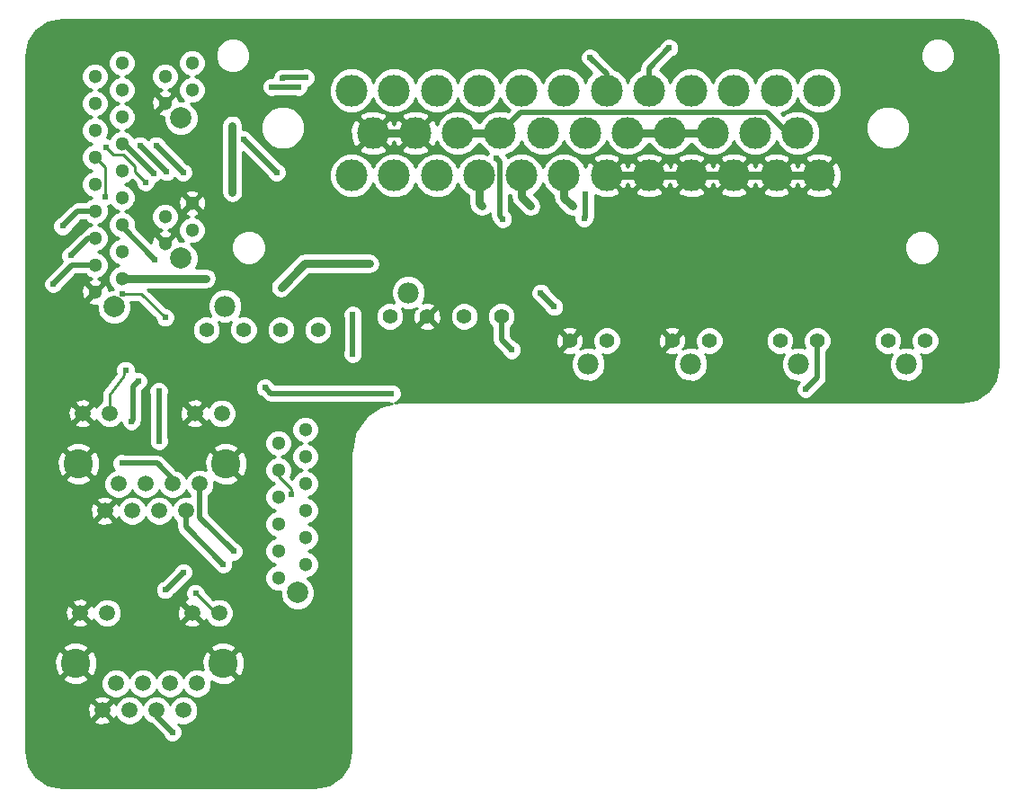
<source format=gbr>
G04 #@! TF.FileFunction,Copper,L2,Bot,Signal*
%FSLAX46Y46*%
G04 Gerber Fmt 4.6, Leading zero omitted, Abs format (unit mm)*
G04 Created by KiCad (PCBNEW 4.0.7-e2-6376~58~ubuntu16.04.1) date Sat Mar  3 12:44:21 2018*
%MOMM*%
%LPD*%
G01*
G04 APERTURE LIST*
%ADD10C,0.100000*%
%ADD11C,1.300000*%
%ADD12C,2.000000*%
%ADD13C,3.000000*%
%ADD14C,1.500000*%
%ADD15C,2.750000*%
%ADD16C,1.397000*%
%ADD17C,1.981000*%
%ADD18C,0.609600*%
%ADD19C,0.254000*%
%ADD20C,0.508000*%
%ADD21C,0.762000*%
G04 APERTURE END LIST*
D10*
D11*
X40640000Y-54610000D03*
X40640000Y-57150000D03*
X40640000Y-59690000D03*
X40640000Y-52070000D03*
X43180000Y-58420000D03*
X43180000Y-55880000D03*
X43180000Y-53340000D03*
X43180000Y-50800000D03*
X40640000Y-49530000D03*
X43180000Y-48260000D03*
X40640000Y-46990000D03*
X43180000Y-45720000D03*
X40640000Y-44450000D03*
X43180000Y-43180000D03*
X40640000Y-41910000D03*
X43180000Y-40640000D03*
X40640000Y-39370000D03*
X43180000Y-38100000D03*
D12*
X42440000Y-61090000D03*
D13*
X80816000Y-40696000D03*
X104816000Y-40696000D03*
X100816000Y-40696000D03*
X96816000Y-40696000D03*
X92816000Y-40696000D03*
X88816000Y-40696000D03*
X84816000Y-40696000D03*
X102816000Y-44696000D03*
X98816000Y-44696000D03*
X90816000Y-44696000D03*
X94816000Y-44696000D03*
X86816000Y-44696000D03*
X82816000Y-44696000D03*
X84816000Y-48696000D03*
X88816000Y-48696000D03*
X96816000Y-48696000D03*
X92816000Y-48696000D03*
X100816000Y-48696000D03*
X104816000Y-48696000D03*
X108816000Y-40696000D03*
X106816000Y-44696000D03*
X108816000Y-48696000D03*
X80816000Y-48696000D03*
X78816000Y-44696000D03*
X76816000Y-40696000D03*
X76816000Y-48696000D03*
X72816000Y-40696000D03*
X74816000Y-44696000D03*
X72816000Y-48696000D03*
X68816000Y-40696000D03*
X70816000Y-44696000D03*
X68816000Y-48696000D03*
X64816000Y-40696000D03*
X66816000Y-44696000D03*
X64816000Y-48696000D03*
D14*
X52578000Y-71120000D03*
X50038000Y-71120000D03*
X39478000Y-71120000D03*
X42018000Y-71120000D03*
X50478000Y-77750000D03*
X47938000Y-77750000D03*
X45398000Y-77750000D03*
X42858000Y-77750000D03*
X49208000Y-80290000D03*
X46668000Y-80290000D03*
X44128000Y-80290000D03*
X41588000Y-80290000D03*
D15*
X52978000Y-75870000D03*
X39078000Y-75870000D03*
D16*
X54638000Y-63246000D03*
X51138000Y-63246000D03*
D17*
X52888000Y-61016000D03*
D16*
X58138000Y-63246000D03*
X61638000Y-63246000D03*
X115316000Y-64262000D03*
X118816000Y-64262000D03*
D17*
X117066000Y-66492000D03*
D16*
X105156000Y-64262000D03*
X108656000Y-64262000D03*
D17*
X106906000Y-66492000D03*
D16*
X85344000Y-64262000D03*
X88844000Y-64262000D03*
D17*
X87094000Y-66492000D03*
D16*
X71910000Y-61976000D03*
X68410000Y-61976000D03*
D17*
X70160000Y-59746000D03*
D16*
X75410000Y-61976000D03*
X78910000Y-61976000D03*
D11*
X47244000Y-39370000D03*
X47244000Y-41910000D03*
X49784000Y-40640000D03*
X49784000Y-38100000D03*
D12*
X48744000Y-43310000D03*
D11*
X47244000Y-52578000D03*
X47244000Y-55118000D03*
X49784000Y-53848000D03*
X49784000Y-51308000D03*
D12*
X48744000Y-56518000D03*
D14*
X52324000Y-89916000D03*
X49784000Y-89916000D03*
X39224000Y-89916000D03*
X41764000Y-89916000D03*
X50224000Y-96546000D03*
X47684000Y-96546000D03*
X45144000Y-96546000D03*
X42604000Y-96546000D03*
X48954000Y-99086000D03*
X46414000Y-99086000D03*
X43874000Y-99086000D03*
X41334000Y-99086000D03*
D15*
X52724000Y-94666000D03*
X38824000Y-94666000D03*
D11*
X57912000Y-81534000D03*
X57912000Y-84074000D03*
X57912000Y-86614000D03*
X57912000Y-78994000D03*
X60452000Y-85344000D03*
X60452000Y-82804000D03*
X60452000Y-80264000D03*
X60452000Y-77724000D03*
X57912000Y-76454000D03*
X60452000Y-75184000D03*
X57912000Y-73914000D03*
X60452000Y-72644000D03*
D12*
X59712000Y-88014000D03*
D16*
X94996000Y-64262000D03*
X98496000Y-64262000D03*
D17*
X96746000Y-66492000D03*
D18*
X41671240Y-46050200D03*
X45405040Y-49352200D03*
X94706440Y-36703000D03*
X68569840Y-69240400D03*
X56657240Y-68681600D03*
X54625240Y-45313600D03*
X57749440Y-48412400D03*
X83886040Y-61066680D03*
X82621120Y-59766200D03*
X79044800Y-52796440D03*
X78445360Y-47091600D03*
X87249000Y-37592000D03*
X46395640Y-45872400D03*
X48935640Y-48412400D03*
X107569000Y-68834000D03*
X79883000Y-65151000D03*
X51094640Y-58394600D03*
X53558440Y-43992800D03*
X53583840Y-50292000D03*
X66487040Y-57007760D03*
X58160920Y-59232800D03*
X85628480Y-51587410D03*
X81661000Y-51587410D03*
X77083920Y-51587410D03*
X59781440Y-40360600D03*
X57292240Y-40360600D03*
X58282840Y-39522400D03*
X60467240Y-39497000D03*
X46141640Y-48488600D03*
X38354000Y-56261000D03*
X36703000Y-58928000D03*
X43180000Y-75819000D03*
X37592000Y-53467000D03*
X44704000Y-68072000D03*
X44069000Y-71882000D03*
X46294040Y-56642000D03*
X46649640Y-69011800D03*
X46675040Y-73736200D03*
X52720240Y-85344000D03*
X53672740Y-84112100D03*
X43512740Y-67030600D03*
X47259240Y-62077600D03*
X43206303Y-59850559D03*
X41615360Y-50678080D03*
X47386240Y-48361600D03*
X44871640Y-45872400D03*
X59133740Y-78714600D03*
X50116740Y-88049100D03*
X47259240Y-87731600D03*
X48973740Y-86080600D03*
X47919640Y-101142800D03*
X86819740Y-50457100D03*
X86692740Y-52743100D03*
X64912240Y-61823600D03*
X64912240Y-65506600D03*
D19*
X42382440Y-46761400D02*
X41671240Y-46050200D01*
X43271440Y-46761400D02*
X42382440Y-46761400D01*
X44389040Y-47879000D02*
X43271440Y-46761400D01*
X44389040Y-48336200D02*
X44389040Y-47879000D01*
X45405040Y-49352200D02*
X44389040Y-48336200D01*
D20*
X92816000Y-38593440D02*
X92816000Y-40696000D01*
X94706440Y-36703000D02*
X92816000Y-38593440D01*
X57216040Y-69240400D02*
X68569840Y-69240400D01*
X56657240Y-68681600D02*
X57216040Y-69240400D01*
X51138000Y-63246000D02*
X51138000Y-63314760D01*
X92816000Y-39304640D02*
X92816000Y-40696000D01*
X54650640Y-45313600D02*
X54625240Y-45313600D01*
X57749440Y-48412400D02*
X54650640Y-45313600D01*
X82621120Y-59766200D02*
X82621120Y-59801760D01*
X82621120Y-59801760D02*
X83886040Y-61066680D01*
X78750159Y-52227489D02*
X78750159Y-52501799D01*
X78750159Y-52501799D02*
X79044800Y-52796440D01*
X78445360Y-47091600D02*
X78750159Y-47396399D01*
X78750159Y-47396399D02*
X78750159Y-52227489D01*
X88816000Y-40696000D02*
X88816000Y-39159000D01*
X88816000Y-39159000D02*
X87249000Y-37592000D01*
X48935640Y-48412400D02*
X46395640Y-45872400D01*
X78910000Y-61976000D02*
X78910000Y-64178000D01*
X108656000Y-67747000D02*
X108656000Y-64262000D01*
X107569000Y-68834000D02*
X108656000Y-67747000D01*
X78910000Y-64178000D02*
X79883000Y-65151000D01*
D21*
X70816000Y-44696000D02*
X66816000Y-44696000D01*
X88816000Y-48696000D02*
X100816000Y-48696000D01*
X100816000Y-48696000D02*
X108816000Y-48696000D01*
X43180000Y-58420000D02*
X51069240Y-58420000D01*
X51069240Y-58420000D02*
X51094640Y-58394600D01*
X53558440Y-50266600D02*
X53558440Y-43992800D01*
X53583840Y-50292000D02*
X53558440Y-50266600D01*
X58160920Y-59232800D02*
X60385960Y-57007760D01*
X60385960Y-57007760D02*
X66487040Y-57007760D01*
X98816000Y-44696000D02*
X90816000Y-44696000D01*
X94816000Y-44696000D02*
X90816000Y-44696000D01*
X84816000Y-48696000D02*
X84816000Y-50774930D01*
X84816000Y-50774930D02*
X85628480Y-51587410D01*
X80816000Y-48696000D02*
X80816000Y-50742410D01*
X80816000Y-50742410D02*
X81661000Y-51587410D01*
X76816000Y-48696000D02*
X76816000Y-51319490D01*
X76816000Y-51319490D02*
X77083920Y-51587410D01*
X80645000Y-48867000D02*
X80816000Y-48696000D01*
D20*
X57292240Y-40360600D02*
X59781440Y-40360600D01*
X68816000Y-40114000D02*
X68816000Y-40696000D01*
X58282840Y-39522400D02*
X58308240Y-39497000D01*
X58308240Y-39497000D02*
X60467240Y-39497000D01*
X46141640Y-48488600D02*
X43373040Y-45720000D01*
X43373040Y-45720000D02*
X43180000Y-45720000D01*
X38354000Y-56261000D02*
X40005000Y-54610000D01*
X40005000Y-54610000D02*
X40640000Y-54610000D01*
X38481000Y-57150000D02*
X40640000Y-57150000D01*
X36703000Y-58928000D02*
X38481000Y-57150000D01*
X47938000Y-77750000D02*
X47938000Y-77275000D01*
X47938000Y-77275000D02*
X46482000Y-75819000D01*
X46482000Y-75819000D02*
X43180000Y-75819000D01*
X37592000Y-53467000D02*
X38989000Y-52070000D01*
X38989000Y-52070000D02*
X40640000Y-52070000D01*
X44196000Y-68580000D02*
X44704000Y-68072000D01*
X44196000Y-71755000D02*
X44196000Y-68580000D01*
X44069000Y-71882000D02*
X44196000Y-71755000D01*
X46294040Y-56642000D02*
X43180000Y-53527960D01*
X46649640Y-73710800D02*
X46649640Y-69011800D01*
X46675040Y-73736200D02*
X46649640Y-73710800D01*
X43180000Y-53527960D02*
X43180000Y-53340000D01*
X49208000Y-80290000D02*
X49208000Y-81831760D01*
X49208000Y-81831760D02*
X52720240Y-85344000D01*
X106816000Y-44696000D02*
X105874440Y-44696000D01*
X105874440Y-44696000D02*
X103926640Y-42748200D01*
X80763800Y-42748200D02*
X78816000Y-44696000D01*
X103926640Y-42748200D02*
X80763800Y-42748200D01*
X106816000Y-44696000D02*
X105852340Y-44696000D01*
X49208000Y-80290000D02*
X49208000Y-80726860D01*
D21*
X78816000Y-44696000D02*
X74816000Y-44696000D01*
D20*
X50478000Y-77750000D02*
X50478000Y-80917360D01*
X50478000Y-80917360D02*
X53672740Y-84112100D01*
D19*
X43322240Y-67691000D02*
X43500040Y-67056000D01*
X43500040Y-67056000D02*
X43512740Y-67030600D01*
X43322240Y-67691000D02*
X42018000Y-69330520D01*
X42018000Y-69330520D02*
X42018000Y-71120000D01*
X44000959Y-59850559D02*
X44955999Y-59850559D01*
X44955999Y-59850559D02*
X47259240Y-62077600D01*
X44000959Y-59850559D02*
X43206303Y-59850559D01*
X43213384Y-59857640D02*
X43206303Y-59850559D01*
X40640000Y-46990000D02*
X41615360Y-47965360D01*
X41615360Y-47965360D02*
X41615360Y-50678080D01*
D20*
X47386240Y-48361600D02*
X44897040Y-45872400D01*
X44897040Y-45872400D02*
X44871640Y-45872400D01*
D19*
X57912000Y-76454000D02*
X57912000Y-77048360D01*
X57912000Y-77048360D02*
X59133740Y-78270100D01*
X59133740Y-78270100D02*
X59133740Y-78714600D01*
X50116740Y-88049100D02*
X51983640Y-89916000D01*
X51983640Y-89916000D02*
X52324000Y-89916000D01*
D20*
X52110640Y-89916000D02*
X52324000Y-89916000D01*
X52324000Y-89662000D02*
X52324000Y-89916000D01*
X47322740Y-87731600D02*
X47259240Y-87731600D01*
X48973740Y-86080600D02*
X47322740Y-87731600D01*
X47919640Y-101142800D02*
X46414000Y-99637160D01*
X46414000Y-99637160D02*
X46414000Y-99086000D01*
X46414000Y-99649860D02*
X46414000Y-99086000D01*
X43874000Y-99086000D02*
X43874000Y-99154560D01*
X43874000Y-98874000D02*
X43874000Y-99086000D01*
X86819740Y-52616100D02*
X86819740Y-50457100D01*
X86692740Y-52743100D02*
X86819740Y-52616100D01*
X64912240Y-65506600D02*
X64912240Y-61823600D01*
D19*
G36*
X123666566Y-34325337D02*
X124737672Y-35041028D01*
X125453363Y-36112136D01*
X125718100Y-37443059D01*
X125718100Y-66646141D01*
X125453363Y-67977064D01*
X124737672Y-69048172D01*
X123666566Y-69763863D01*
X122335641Y-70028600D01*
X69443092Y-70028600D01*
X69376922Y-70041762D01*
X68888978Y-70125400D01*
X69101499Y-70037588D01*
X69366099Y-69773449D01*
X69509477Y-69428158D01*
X69509803Y-69054282D01*
X69367028Y-68708741D01*
X69102889Y-68444141D01*
X68757598Y-68300763D01*
X68383722Y-68300437D01*
X68260382Y-68351400D01*
X57584276Y-68351400D01*
X57504852Y-68271976D01*
X57454428Y-68149941D01*
X57190289Y-67885341D01*
X56844998Y-67741963D01*
X56471122Y-67741637D01*
X56125581Y-67884412D01*
X55860981Y-68148551D01*
X55717603Y-68493842D01*
X55717277Y-68867718D01*
X55860052Y-69213259D01*
X56124191Y-69477859D01*
X56247441Y-69529037D01*
X56587422Y-69869018D01*
X56875835Y-70061730D01*
X57216040Y-70129400D01*
X68260135Y-70129400D01*
X68382082Y-70180037D01*
X68613286Y-70180239D01*
X67778724Y-70346243D01*
X67604119Y-70418567D01*
X67531795Y-70448525D01*
X66234105Y-71315615D01*
X66164283Y-71385437D01*
X66045114Y-71504605D01*
X65178025Y-72802295D01*
X65075743Y-73049224D01*
X64771262Y-74579955D01*
X64771262Y-74647422D01*
X64758100Y-74713592D01*
X64758100Y-102968141D01*
X64493363Y-104299064D01*
X63777672Y-105370172D01*
X62706566Y-106085863D01*
X61375641Y-106350600D01*
X37506559Y-106350600D01*
X36175636Y-106085863D01*
X35104528Y-105370172D01*
X34388837Y-104299066D01*
X34124100Y-102968141D01*
X34124100Y-100057517D01*
X40542088Y-100057517D01*
X40610077Y-100298460D01*
X41129171Y-100483201D01*
X41679448Y-100455230D01*
X42057923Y-100298460D01*
X42125912Y-100057517D01*
X41334000Y-99265605D01*
X40542088Y-100057517D01*
X34124100Y-100057517D01*
X34124100Y-98881171D01*
X39936799Y-98881171D01*
X39964770Y-99431448D01*
X40121540Y-99809923D01*
X40362483Y-99877912D01*
X41154395Y-99086000D01*
X41513605Y-99086000D01*
X42305517Y-99877912D01*
X42546460Y-99809923D01*
X42605732Y-99643379D01*
X42699169Y-99869515D01*
X43088436Y-100259461D01*
X43597298Y-100470759D01*
X44148285Y-100471240D01*
X44657515Y-100260831D01*
X45047461Y-99871564D01*
X45143976Y-99639130D01*
X45239169Y-99869515D01*
X45628436Y-100259461D01*
X45886026Y-100366422D01*
X47072028Y-101552424D01*
X47122452Y-101674459D01*
X47386591Y-101939059D01*
X47731882Y-102082437D01*
X48105758Y-102082763D01*
X48451299Y-101939988D01*
X48715899Y-101675849D01*
X48859277Y-101330558D01*
X48859603Y-100956682D01*
X48716828Y-100611141D01*
X48505463Y-100399407D01*
X48677298Y-100470759D01*
X49228285Y-100471240D01*
X49737515Y-100260831D01*
X50127461Y-99871564D01*
X50338759Y-99362702D01*
X50339240Y-98811715D01*
X50128831Y-98302485D01*
X49739564Y-97912539D01*
X49230702Y-97701241D01*
X48679715Y-97700760D01*
X48170485Y-97911169D01*
X47780539Y-98300436D01*
X47684024Y-98532870D01*
X47588831Y-98302485D01*
X47199564Y-97912539D01*
X46690702Y-97701241D01*
X46139715Y-97700760D01*
X45630485Y-97911169D01*
X45240539Y-98300436D01*
X45144024Y-98532870D01*
X45048831Y-98302485D01*
X44659564Y-97912539D01*
X44150702Y-97701241D01*
X43599715Y-97700760D01*
X43090485Y-97911169D01*
X42700539Y-98300436D01*
X42610623Y-98516979D01*
X42546460Y-98362077D01*
X42305517Y-98294088D01*
X41513605Y-99086000D01*
X41154395Y-99086000D01*
X40362483Y-98294088D01*
X40121540Y-98362077D01*
X39936799Y-98881171D01*
X34124100Y-98881171D01*
X34124100Y-98114483D01*
X40542088Y-98114483D01*
X41334000Y-98906395D01*
X42125912Y-98114483D01*
X42057923Y-97873540D01*
X41538829Y-97688799D01*
X40988552Y-97716770D01*
X40610077Y-97873540D01*
X40542088Y-98114483D01*
X34124100Y-98114483D01*
X34124100Y-96820285D01*
X41218760Y-96820285D01*
X41429169Y-97329515D01*
X41818436Y-97719461D01*
X42327298Y-97930759D01*
X42878285Y-97931240D01*
X43387515Y-97720831D01*
X43777461Y-97331564D01*
X43873976Y-97099130D01*
X43969169Y-97329515D01*
X44358436Y-97719461D01*
X44867298Y-97930759D01*
X45418285Y-97931240D01*
X45927515Y-97720831D01*
X46317461Y-97331564D01*
X46413976Y-97099130D01*
X46509169Y-97329515D01*
X46898436Y-97719461D01*
X47407298Y-97930759D01*
X47958285Y-97931240D01*
X48467515Y-97720831D01*
X48857461Y-97331564D01*
X48953976Y-97099130D01*
X49049169Y-97329515D01*
X49438436Y-97719461D01*
X49947298Y-97930759D01*
X50498285Y-97931240D01*
X51007515Y-97720831D01*
X51397461Y-97331564D01*
X51608759Y-96822702D01*
X51609160Y-96363057D01*
X51624467Y-96395444D01*
X52369993Y-96684571D01*
X53169414Y-96666389D01*
X53823533Y-96395444D01*
X53968054Y-96089659D01*
X52724000Y-94845605D01*
X52709858Y-94859748D01*
X52530253Y-94680143D01*
X52544395Y-94666000D01*
X52903605Y-94666000D01*
X54147659Y-95910054D01*
X54453444Y-95765533D01*
X54742571Y-95020007D01*
X54724389Y-94220586D01*
X54453444Y-93566467D01*
X54147659Y-93421946D01*
X52903605Y-94666000D01*
X52544395Y-94666000D01*
X51300341Y-93421946D01*
X50994556Y-93566467D01*
X50705429Y-94311993D01*
X50723611Y-95111414D01*
X50794841Y-95283378D01*
X50500702Y-95161241D01*
X49949715Y-95160760D01*
X49440485Y-95371169D01*
X49050539Y-95760436D01*
X48954024Y-95992870D01*
X48858831Y-95762485D01*
X48469564Y-95372539D01*
X47960702Y-95161241D01*
X47409715Y-95160760D01*
X46900485Y-95371169D01*
X46510539Y-95760436D01*
X46414024Y-95992870D01*
X46318831Y-95762485D01*
X45929564Y-95372539D01*
X45420702Y-95161241D01*
X44869715Y-95160760D01*
X44360485Y-95371169D01*
X43970539Y-95760436D01*
X43874024Y-95992870D01*
X43778831Y-95762485D01*
X43389564Y-95372539D01*
X42880702Y-95161241D01*
X42329715Y-95160760D01*
X41820485Y-95371169D01*
X41430539Y-95760436D01*
X41219241Y-96269298D01*
X41218760Y-96820285D01*
X34124100Y-96820285D01*
X34124100Y-96089659D01*
X37579946Y-96089659D01*
X37724467Y-96395444D01*
X38469993Y-96684571D01*
X39269414Y-96666389D01*
X39923533Y-96395444D01*
X40068054Y-96089659D01*
X38824000Y-94845605D01*
X37579946Y-96089659D01*
X34124100Y-96089659D01*
X34124100Y-94311993D01*
X36805429Y-94311993D01*
X36823611Y-95111414D01*
X37094556Y-95765533D01*
X37400341Y-95910054D01*
X38644395Y-94666000D01*
X39003605Y-94666000D01*
X40247659Y-95910054D01*
X40553444Y-95765533D01*
X40842571Y-95020007D01*
X40824389Y-94220586D01*
X40553444Y-93566467D01*
X40247659Y-93421946D01*
X39003605Y-94666000D01*
X38644395Y-94666000D01*
X37400341Y-93421946D01*
X37094556Y-93566467D01*
X36805429Y-94311993D01*
X34124100Y-94311993D01*
X34124100Y-93242341D01*
X37579946Y-93242341D01*
X38824000Y-94486395D01*
X40068054Y-93242341D01*
X51479946Y-93242341D01*
X52724000Y-94486395D01*
X53968054Y-93242341D01*
X53823533Y-92936556D01*
X53078007Y-92647429D01*
X52278586Y-92665611D01*
X51624467Y-92936556D01*
X51479946Y-93242341D01*
X40068054Y-93242341D01*
X39923533Y-92936556D01*
X39178007Y-92647429D01*
X38378586Y-92665611D01*
X37724467Y-92936556D01*
X37579946Y-93242341D01*
X34124100Y-93242341D01*
X34124100Y-90887517D01*
X38432088Y-90887517D01*
X38500077Y-91128460D01*
X39019171Y-91313201D01*
X39569448Y-91285230D01*
X39947923Y-91128460D01*
X40015912Y-90887517D01*
X39224000Y-90095605D01*
X38432088Y-90887517D01*
X34124100Y-90887517D01*
X34124100Y-89711171D01*
X37826799Y-89711171D01*
X37854770Y-90261448D01*
X38011540Y-90639923D01*
X38252483Y-90707912D01*
X39044395Y-89916000D01*
X39403605Y-89916000D01*
X40195517Y-90707912D01*
X40436460Y-90639923D01*
X40495732Y-90473379D01*
X40589169Y-90699515D01*
X40978436Y-91089461D01*
X41487298Y-91300759D01*
X42038285Y-91301240D01*
X42547515Y-91090831D01*
X42751183Y-90887517D01*
X48992088Y-90887517D01*
X49060077Y-91128460D01*
X49579171Y-91313201D01*
X50129448Y-91285230D01*
X50507923Y-91128460D01*
X50575912Y-90887517D01*
X49784000Y-90095605D01*
X48992088Y-90887517D01*
X42751183Y-90887517D01*
X42937461Y-90701564D01*
X43148759Y-90192702D01*
X43149179Y-89711171D01*
X48386799Y-89711171D01*
X48414770Y-90261448D01*
X48571540Y-90639923D01*
X48812483Y-90707912D01*
X49604395Y-89916000D01*
X48812483Y-89124088D01*
X48571540Y-89192077D01*
X48386799Y-89711171D01*
X43149179Y-89711171D01*
X43149240Y-89641715D01*
X42938831Y-89132485D01*
X42751157Y-88944483D01*
X48992088Y-88944483D01*
X49784000Y-89736395D01*
X49798143Y-89722253D01*
X49977748Y-89901858D01*
X49963605Y-89916000D01*
X50755517Y-90707912D01*
X50996460Y-90639923D01*
X51055732Y-90473379D01*
X51149169Y-90699515D01*
X51538436Y-91089461D01*
X52047298Y-91300759D01*
X52598285Y-91301240D01*
X53107515Y-91090831D01*
X53497461Y-90701564D01*
X53708759Y-90192702D01*
X53709240Y-89641715D01*
X53498831Y-89132485D01*
X53109564Y-88742539D01*
X52600702Y-88531241D01*
X52049715Y-88530760D01*
X51785289Y-88640018D01*
X51056661Y-87911391D01*
X51056703Y-87862982D01*
X50913928Y-87517441D01*
X50649789Y-87252841D01*
X50304498Y-87109463D01*
X49930622Y-87109137D01*
X49585081Y-87251912D01*
X49320481Y-87516051D01*
X49177103Y-87861342D01*
X49176777Y-88235218D01*
X49319552Y-88580759D01*
X49330359Y-88591585D01*
X49060077Y-88703540D01*
X48992088Y-88944483D01*
X42751157Y-88944483D01*
X42549564Y-88742539D01*
X42040702Y-88531241D01*
X41489715Y-88530760D01*
X40980485Y-88741169D01*
X40590539Y-89130436D01*
X40500623Y-89346979D01*
X40436460Y-89192077D01*
X40195517Y-89124088D01*
X39403605Y-89916000D01*
X39044395Y-89916000D01*
X38252483Y-89124088D01*
X38011540Y-89192077D01*
X37826799Y-89711171D01*
X34124100Y-89711171D01*
X34124100Y-88944483D01*
X38432088Y-88944483D01*
X39224000Y-89736395D01*
X40015912Y-88944483D01*
X39947923Y-88703540D01*
X39428829Y-88518799D01*
X38878552Y-88546770D01*
X38500077Y-88703540D01*
X38432088Y-88944483D01*
X34124100Y-88944483D01*
X34124100Y-87917718D01*
X46319277Y-87917718D01*
X46462052Y-88263259D01*
X46726191Y-88527859D01*
X47071482Y-88671237D01*
X47445358Y-88671563D01*
X47790899Y-88528788D01*
X48055499Y-88264649D01*
X48061586Y-88249990D01*
X49383364Y-86928212D01*
X49505399Y-86877788D01*
X49769999Y-86613649D01*
X49913377Y-86268358D01*
X49913703Y-85894482D01*
X49770928Y-85548941D01*
X49506789Y-85284341D01*
X49161498Y-85140963D01*
X48787622Y-85140637D01*
X48442081Y-85283412D01*
X48177481Y-85547551D01*
X48126303Y-85670801D01*
X46957829Y-86839275D01*
X46727581Y-86934412D01*
X46462981Y-87198551D01*
X46319603Y-87543842D01*
X46319277Y-87917718D01*
X34124100Y-87917718D01*
X34124100Y-81261517D01*
X40796088Y-81261517D01*
X40864077Y-81502460D01*
X41383171Y-81687201D01*
X41933448Y-81659230D01*
X42311923Y-81502460D01*
X42379912Y-81261517D01*
X41588000Y-80469605D01*
X40796088Y-81261517D01*
X34124100Y-81261517D01*
X34124100Y-80085171D01*
X40190799Y-80085171D01*
X40218770Y-80635448D01*
X40375540Y-81013923D01*
X40616483Y-81081912D01*
X41408395Y-80290000D01*
X40616483Y-79498088D01*
X40375540Y-79566077D01*
X40190799Y-80085171D01*
X34124100Y-80085171D01*
X34124100Y-79318483D01*
X40796088Y-79318483D01*
X41588000Y-80110395D01*
X42379912Y-79318483D01*
X42311923Y-79077540D01*
X41792829Y-78892799D01*
X41242552Y-78920770D01*
X40864077Y-79077540D01*
X40796088Y-79318483D01*
X34124100Y-79318483D01*
X34124100Y-78024285D01*
X41472760Y-78024285D01*
X41683169Y-78533515D01*
X42072436Y-78923461D01*
X42581298Y-79134759D01*
X43132285Y-79135240D01*
X43641515Y-78924831D01*
X44031461Y-78535564D01*
X44127976Y-78303130D01*
X44223169Y-78533515D01*
X44612436Y-78923461D01*
X45121298Y-79134759D01*
X45672285Y-79135240D01*
X46181515Y-78924831D01*
X46571461Y-78535564D01*
X46667976Y-78303130D01*
X46763169Y-78533515D01*
X47152436Y-78923461D01*
X47661298Y-79134759D01*
X48212285Y-79135240D01*
X48721515Y-78924831D01*
X49111461Y-78535564D01*
X49207976Y-78303130D01*
X49303169Y-78533515D01*
X49589000Y-78819845D01*
X49589000Y-78948549D01*
X49484702Y-78905241D01*
X48933715Y-78904760D01*
X48424485Y-79115169D01*
X48034539Y-79504436D01*
X47938024Y-79736870D01*
X47842831Y-79506485D01*
X47453564Y-79116539D01*
X46944702Y-78905241D01*
X46393715Y-78904760D01*
X45884485Y-79115169D01*
X45494539Y-79504436D01*
X45398024Y-79736870D01*
X45302831Y-79506485D01*
X44913564Y-79116539D01*
X44404702Y-78905241D01*
X43853715Y-78904760D01*
X43344485Y-79115169D01*
X42954539Y-79504436D01*
X42864623Y-79720979D01*
X42800460Y-79566077D01*
X42559517Y-79498088D01*
X41767605Y-80290000D01*
X42559517Y-81081912D01*
X42800460Y-81013923D01*
X42859732Y-80847379D01*
X42953169Y-81073515D01*
X43342436Y-81463461D01*
X43851298Y-81674759D01*
X44402285Y-81675240D01*
X44911515Y-81464831D01*
X45301461Y-81075564D01*
X45397976Y-80843130D01*
X45493169Y-81073515D01*
X45882436Y-81463461D01*
X46391298Y-81674759D01*
X46942285Y-81675240D01*
X47451515Y-81464831D01*
X47841461Y-81075564D01*
X47937976Y-80843130D01*
X48033169Y-81073515D01*
X48319000Y-81359845D01*
X48319000Y-81831760D01*
X48386671Y-82171966D01*
X48579382Y-82460378D01*
X51872628Y-85753624D01*
X51923052Y-85875659D01*
X52187191Y-86140259D01*
X52532482Y-86283637D01*
X52906358Y-86283963D01*
X53251899Y-86141188D01*
X53516499Y-85877049D01*
X53659877Y-85531758D01*
X53660203Y-85157882D01*
X53616392Y-85051852D01*
X53858858Y-85052063D01*
X54204399Y-84909288D01*
X54468999Y-84645149D01*
X54612377Y-84299858D01*
X54612703Y-83925982D01*
X54469928Y-83580441D01*
X54205789Y-83315841D01*
X54082539Y-83264663D01*
X51367000Y-80549124D01*
X51367000Y-78819530D01*
X51651461Y-78535564D01*
X51862759Y-78026702D01*
X51863160Y-77567057D01*
X51878467Y-77599444D01*
X52623993Y-77888571D01*
X53423414Y-77870389D01*
X54077533Y-77599444D01*
X54222054Y-77293659D01*
X52978000Y-76049605D01*
X52963858Y-76063748D01*
X52784253Y-75884143D01*
X52798395Y-75870000D01*
X53157605Y-75870000D01*
X54401659Y-77114054D01*
X54707444Y-76969533D01*
X54996571Y-76224007D01*
X54978389Y-75424586D01*
X54707444Y-74770467D01*
X54401659Y-74625946D01*
X53157605Y-75870000D01*
X52798395Y-75870000D01*
X51554341Y-74625946D01*
X51248556Y-74770467D01*
X50959429Y-75515993D01*
X50977611Y-76315414D01*
X51048841Y-76487378D01*
X50754702Y-76365241D01*
X50203715Y-76364760D01*
X49694485Y-76575169D01*
X49304539Y-76964436D01*
X49208024Y-77196870D01*
X49112831Y-76966485D01*
X48723564Y-76576539D01*
X48335734Y-76415498D01*
X47110618Y-75190382D01*
X47078284Y-75168777D01*
X46822206Y-74997671D01*
X46482000Y-74930000D01*
X43489705Y-74930000D01*
X43367758Y-74879363D01*
X42993882Y-74879037D01*
X42648341Y-75021812D01*
X42383741Y-75285951D01*
X42240363Y-75631242D01*
X42240037Y-76005118D01*
X42382812Y-76350659D01*
X42451446Y-76419412D01*
X42074485Y-76575169D01*
X41684539Y-76964436D01*
X41473241Y-77473298D01*
X41472760Y-78024285D01*
X34124100Y-78024285D01*
X34124100Y-77293659D01*
X37833946Y-77293659D01*
X37978467Y-77599444D01*
X38723993Y-77888571D01*
X39523414Y-77870389D01*
X40177533Y-77599444D01*
X40322054Y-77293659D01*
X39078000Y-76049605D01*
X37833946Y-77293659D01*
X34124100Y-77293659D01*
X34124100Y-75515993D01*
X37059429Y-75515993D01*
X37077611Y-76315414D01*
X37348556Y-76969533D01*
X37654341Y-77114054D01*
X38898395Y-75870000D01*
X39257605Y-75870000D01*
X40501659Y-77114054D01*
X40807444Y-76969533D01*
X41096571Y-76224007D01*
X41078389Y-75424586D01*
X40807444Y-74770467D01*
X40501659Y-74625946D01*
X39257605Y-75870000D01*
X38898395Y-75870000D01*
X37654341Y-74625946D01*
X37348556Y-74770467D01*
X37059429Y-75515993D01*
X34124100Y-75515993D01*
X34124100Y-74446341D01*
X37833946Y-74446341D01*
X39078000Y-75690395D01*
X40322054Y-74446341D01*
X40177533Y-74140556D01*
X39432007Y-73851429D01*
X38632586Y-73869611D01*
X37978467Y-74140556D01*
X37833946Y-74446341D01*
X34124100Y-74446341D01*
X34124100Y-72091517D01*
X38686088Y-72091517D01*
X38754077Y-72332460D01*
X39273171Y-72517201D01*
X39823448Y-72489230D01*
X40201923Y-72332460D01*
X40269912Y-72091517D01*
X39478000Y-71299605D01*
X38686088Y-72091517D01*
X34124100Y-72091517D01*
X34124100Y-70915171D01*
X38080799Y-70915171D01*
X38108770Y-71465448D01*
X38265540Y-71843923D01*
X38506483Y-71911912D01*
X39298395Y-71120000D01*
X39657605Y-71120000D01*
X40449517Y-71911912D01*
X40690460Y-71843923D01*
X40749732Y-71677379D01*
X40843169Y-71903515D01*
X41232436Y-72293461D01*
X41741298Y-72504759D01*
X42292285Y-72505240D01*
X42801515Y-72294831D01*
X43129124Y-71967792D01*
X43129037Y-72068118D01*
X43271812Y-72413659D01*
X43535951Y-72678259D01*
X43881242Y-72821637D01*
X44255118Y-72821963D01*
X44600659Y-72679188D01*
X44865259Y-72415049D01*
X44966454Y-72171346D01*
X45017329Y-72095206D01*
X45085000Y-71755000D01*
X45085000Y-69197918D01*
X45709677Y-69197918D01*
X45760640Y-69321258D01*
X45760640Y-73487665D01*
X45735403Y-73548442D01*
X45735077Y-73922318D01*
X45877852Y-74267859D01*
X46141991Y-74532459D01*
X46487282Y-74675837D01*
X46861158Y-74676163D01*
X47206699Y-74533388D01*
X47293897Y-74446341D01*
X51733946Y-74446341D01*
X52978000Y-75690395D01*
X54222054Y-74446341D01*
X54090731Y-74168481D01*
X56626777Y-74168481D01*
X56821995Y-74640943D01*
X57183155Y-75002735D01*
X57620182Y-75184205D01*
X57185057Y-75363995D01*
X56823265Y-75725155D01*
X56627223Y-76197276D01*
X56626777Y-76708481D01*
X56821995Y-77180943D01*
X57183155Y-77542735D01*
X57432127Y-77646118D01*
X57542367Y-77756357D01*
X57185057Y-77903995D01*
X56823265Y-78265155D01*
X56627223Y-78737276D01*
X56626777Y-79248481D01*
X56821995Y-79720943D01*
X57183155Y-80082735D01*
X57620182Y-80264205D01*
X57185057Y-80443995D01*
X56823265Y-80805155D01*
X56627223Y-81277276D01*
X56626777Y-81788481D01*
X56821995Y-82260943D01*
X57183155Y-82622735D01*
X57620182Y-82804205D01*
X57185057Y-82983995D01*
X56823265Y-83345155D01*
X56627223Y-83817276D01*
X56626777Y-84328481D01*
X56821995Y-84800943D01*
X57183155Y-85162735D01*
X57620182Y-85344205D01*
X57185057Y-85523995D01*
X56823265Y-85885155D01*
X56627223Y-86357276D01*
X56626777Y-86868481D01*
X56821995Y-87340943D01*
X57183155Y-87702735D01*
X57655276Y-87898777D01*
X58077099Y-87899145D01*
X58076716Y-88337795D01*
X58325106Y-88938943D01*
X58784637Y-89399278D01*
X59385352Y-89648716D01*
X60035795Y-89649284D01*
X60636943Y-89400894D01*
X61097278Y-88941363D01*
X61346716Y-88340648D01*
X61347284Y-87690205D01*
X61098894Y-87089057D01*
X60639805Y-86629165D01*
X60706481Y-86629223D01*
X61178943Y-86434005D01*
X61540735Y-86072845D01*
X61736777Y-85600724D01*
X61737223Y-85089519D01*
X61542005Y-84617057D01*
X61180845Y-84255265D01*
X60743818Y-84073795D01*
X61178943Y-83894005D01*
X61540735Y-83532845D01*
X61736777Y-83060724D01*
X61737223Y-82549519D01*
X61542005Y-82077057D01*
X61180845Y-81715265D01*
X60743818Y-81533795D01*
X61178943Y-81354005D01*
X61540735Y-80992845D01*
X61736777Y-80520724D01*
X61737223Y-80009519D01*
X61542005Y-79537057D01*
X61180845Y-79175265D01*
X60743818Y-78993795D01*
X61178943Y-78814005D01*
X61540735Y-78452845D01*
X61736777Y-77980724D01*
X61737223Y-77469519D01*
X61542005Y-76997057D01*
X61180845Y-76635265D01*
X60743818Y-76453795D01*
X61178943Y-76274005D01*
X61540735Y-75912845D01*
X61736777Y-75440724D01*
X61737223Y-74929519D01*
X61542005Y-74457057D01*
X61180845Y-74095265D01*
X60743818Y-73913795D01*
X61178943Y-73734005D01*
X61540735Y-73372845D01*
X61736777Y-72900724D01*
X61737223Y-72389519D01*
X61542005Y-71917057D01*
X61180845Y-71555265D01*
X60708724Y-71359223D01*
X60197519Y-71358777D01*
X59725057Y-71553995D01*
X59363265Y-71915155D01*
X59167223Y-72387276D01*
X59166777Y-72898481D01*
X59361995Y-73370943D01*
X59723155Y-73732735D01*
X60160182Y-73914205D01*
X59725057Y-74093995D01*
X59363265Y-74455155D01*
X59167223Y-74927276D01*
X59166777Y-75438481D01*
X59361995Y-75910943D01*
X59723155Y-76272735D01*
X60160182Y-76454205D01*
X59725057Y-76633995D01*
X59363265Y-76995155D01*
X59238028Y-77296758D01*
X59036935Y-77095665D01*
X59196777Y-76710724D01*
X59197223Y-76199519D01*
X59002005Y-75727057D01*
X58640845Y-75365265D01*
X58203818Y-75183795D01*
X58638943Y-75004005D01*
X59000735Y-74642845D01*
X59196777Y-74170724D01*
X59197223Y-73659519D01*
X59002005Y-73187057D01*
X58640845Y-72825265D01*
X58168724Y-72629223D01*
X57657519Y-72628777D01*
X57185057Y-72823995D01*
X56823265Y-73185155D01*
X56627223Y-73657276D01*
X56626777Y-74168481D01*
X54090731Y-74168481D01*
X54077533Y-74140556D01*
X53332007Y-73851429D01*
X52532586Y-73869611D01*
X51878467Y-74140556D01*
X51733946Y-74446341D01*
X47293897Y-74446341D01*
X47471299Y-74269249D01*
X47614677Y-73923958D01*
X47615003Y-73550082D01*
X47538640Y-73365270D01*
X47538640Y-72091517D01*
X49246088Y-72091517D01*
X49314077Y-72332460D01*
X49833171Y-72517201D01*
X50383448Y-72489230D01*
X50761923Y-72332460D01*
X50829912Y-72091517D01*
X50038000Y-71299605D01*
X49246088Y-72091517D01*
X47538640Y-72091517D01*
X47538640Y-70915171D01*
X48640799Y-70915171D01*
X48668770Y-71465448D01*
X48825540Y-71843923D01*
X49066483Y-71911912D01*
X49858395Y-71120000D01*
X50217605Y-71120000D01*
X51009517Y-71911912D01*
X51250460Y-71843923D01*
X51309732Y-71677379D01*
X51403169Y-71903515D01*
X51792436Y-72293461D01*
X52301298Y-72504759D01*
X52852285Y-72505240D01*
X53361515Y-72294831D01*
X53751461Y-71905564D01*
X53962759Y-71396702D01*
X53963240Y-70845715D01*
X53752831Y-70336485D01*
X53363564Y-69946539D01*
X52854702Y-69735241D01*
X52303715Y-69734760D01*
X51794485Y-69945169D01*
X51404539Y-70334436D01*
X51314623Y-70550979D01*
X51250460Y-70396077D01*
X51009517Y-70328088D01*
X50217605Y-71120000D01*
X49858395Y-71120000D01*
X49066483Y-70328088D01*
X48825540Y-70396077D01*
X48640799Y-70915171D01*
X47538640Y-70915171D01*
X47538640Y-70148483D01*
X49246088Y-70148483D01*
X50038000Y-70940395D01*
X50829912Y-70148483D01*
X50761923Y-69907540D01*
X50242829Y-69722799D01*
X49692552Y-69750770D01*
X49314077Y-69907540D01*
X49246088Y-70148483D01*
X47538640Y-70148483D01*
X47538640Y-69321505D01*
X47589277Y-69199558D01*
X47589603Y-68825682D01*
X47446828Y-68480141D01*
X47182689Y-68215541D01*
X46837398Y-68072163D01*
X46463522Y-68071837D01*
X46117981Y-68214612D01*
X45853381Y-68478751D01*
X45710003Y-68824042D01*
X45709677Y-69197918D01*
X45085000Y-69197918D01*
X45085000Y-68948236D01*
X45113624Y-68919612D01*
X45235659Y-68869188D01*
X45500259Y-68605049D01*
X45643637Y-68259758D01*
X45643963Y-67885882D01*
X45501188Y-67540341D01*
X45237049Y-67275741D01*
X44891758Y-67132363D01*
X44517882Y-67132037D01*
X44452429Y-67159082D01*
X44452703Y-66844482D01*
X44309928Y-66498941D01*
X44045789Y-66234341D01*
X43700498Y-66090963D01*
X43326622Y-66090637D01*
X42981081Y-66233412D01*
X42716481Y-66497551D01*
X42573103Y-66842842D01*
X42572777Y-67216718D01*
X42625099Y-67343347D01*
X41421672Y-68856140D01*
X41373026Y-68950583D01*
X41314004Y-69038915D01*
X41305496Y-69081686D01*
X41285527Y-69120455D01*
X41276726Y-69226325D01*
X41256000Y-69330520D01*
X41256000Y-69936279D01*
X41234485Y-69945169D01*
X40844539Y-70334436D01*
X40754623Y-70550979D01*
X40690460Y-70396077D01*
X40449517Y-70328088D01*
X39657605Y-71120000D01*
X39298395Y-71120000D01*
X38506483Y-70328088D01*
X38265540Y-70396077D01*
X38080799Y-70915171D01*
X34124100Y-70915171D01*
X34124100Y-70148483D01*
X38686088Y-70148483D01*
X39478000Y-70940395D01*
X40269912Y-70148483D01*
X40201923Y-69907540D01*
X39682829Y-69722799D01*
X39132552Y-69750770D01*
X38754077Y-69907540D01*
X38686088Y-70148483D01*
X34124100Y-70148483D01*
X34124100Y-63510086D01*
X49804269Y-63510086D01*
X50006854Y-64000380D01*
X50381647Y-64375827D01*
X50871587Y-64579268D01*
X51402086Y-64579731D01*
X51892380Y-64377146D01*
X52267827Y-64002353D01*
X52471268Y-63512413D01*
X52471731Y-62981914D01*
X52282849Y-62524784D01*
X52563250Y-62641217D01*
X53209913Y-62641781D01*
X53493689Y-62524527D01*
X53304732Y-62979587D01*
X53304269Y-63510086D01*
X53506854Y-64000380D01*
X53881647Y-64375827D01*
X54371587Y-64579268D01*
X54902086Y-64579731D01*
X55392380Y-64377146D01*
X55767827Y-64002353D01*
X55971268Y-63512413D01*
X55971270Y-63510086D01*
X56804269Y-63510086D01*
X57006854Y-64000380D01*
X57381647Y-64375827D01*
X57871587Y-64579268D01*
X58402086Y-64579731D01*
X58892380Y-64377146D01*
X59267827Y-64002353D01*
X59471268Y-63512413D01*
X59471270Y-63510086D01*
X60304269Y-63510086D01*
X60506854Y-64000380D01*
X60881647Y-64375827D01*
X61371587Y-64579268D01*
X61902086Y-64579731D01*
X62392380Y-64377146D01*
X62767827Y-64002353D01*
X62971268Y-63512413D01*
X62971731Y-62981914D01*
X62769146Y-62491620D01*
X62394353Y-62116173D01*
X62137982Y-62009718D01*
X63972277Y-62009718D01*
X64023240Y-62133058D01*
X64023240Y-65196895D01*
X63972603Y-65318842D01*
X63972277Y-65692718D01*
X64115052Y-66038259D01*
X64379191Y-66302859D01*
X64724482Y-66446237D01*
X65098358Y-66446563D01*
X65443899Y-66303788D01*
X65708499Y-66039649D01*
X65851877Y-65694358D01*
X65852203Y-65320482D01*
X65801240Y-65197142D01*
X65801240Y-62240086D01*
X67076269Y-62240086D01*
X67278854Y-62730380D01*
X67653647Y-63105827D01*
X68143587Y-63309268D01*
X68674086Y-63309731D01*
X69164380Y-63107146D01*
X69361681Y-62910188D01*
X71155417Y-62910188D01*
X71217071Y-63145800D01*
X71717480Y-63321927D01*
X72247199Y-63293148D01*
X72602929Y-63145800D01*
X72664583Y-62910188D01*
X71910000Y-62155605D01*
X71155417Y-62910188D01*
X69361681Y-62910188D01*
X69539827Y-62732353D01*
X69743268Y-62242413D01*
X69743731Y-61711914D01*
X69554849Y-61254784D01*
X69835250Y-61371217D01*
X70481913Y-61371781D01*
X70937803Y-61183411D01*
X70975810Y-61221418D01*
X70740200Y-61283071D01*
X70564073Y-61783480D01*
X70592852Y-62313199D01*
X70740200Y-62668929D01*
X70975812Y-62730583D01*
X71730395Y-61976000D01*
X72089605Y-61976000D01*
X72844188Y-62730583D01*
X73079800Y-62668929D01*
X73230738Y-62240086D01*
X74076269Y-62240086D01*
X74278854Y-62730380D01*
X74653647Y-63105827D01*
X75143587Y-63309268D01*
X75674086Y-63309731D01*
X76164380Y-63107146D01*
X76539827Y-62732353D01*
X76743268Y-62242413D01*
X76743270Y-62240086D01*
X77576269Y-62240086D01*
X77778854Y-62730380D01*
X78021000Y-62972949D01*
X78021000Y-64178000D01*
X78088671Y-64518206D01*
X78216431Y-64709412D01*
X78281382Y-64806618D01*
X79035388Y-65560624D01*
X79085812Y-65682659D01*
X79349951Y-65947259D01*
X79695242Y-66090637D01*
X80069118Y-66090963D01*
X80414659Y-65948188D01*
X80679259Y-65684049D01*
X80822637Y-65338758D01*
X80822761Y-65196188D01*
X84589417Y-65196188D01*
X84651071Y-65431800D01*
X85151480Y-65607927D01*
X85681199Y-65579148D01*
X85726382Y-65560433D01*
X85716772Y-65570026D01*
X85468783Y-66167250D01*
X85468219Y-66813913D01*
X85715165Y-67411569D01*
X86172026Y-67869228D01*
X86769250Y-68117217D01*
X87415913Y-68117781D01*
X88013569Y-67870835D01*
X88471228Y-67413974D01*
X88719217Y-66816750D01*
X88719781Y-66170087D01*
X88472835Y-65572431D01*
X88437610Y-65537144D01*
X88577587Y-65595268D01*
X89108086Y-65595731D01*
X89598380Y-65393146D01*
X89795681Y-65196188D01*
X94241417Y-65196188D01*
X94303071Y-65431800D01*
X94803480Y-65607927D01*
X95333199Y-65579148D01*
X95378382Y-65560433D01*
X95368772Y-65570026D01*
X95120783Y-66167250D01*
X95120219Y-66813913D01*
X95367165Y-67411569D01*
X95824026Y-67869228D01*
X96421250Y-68117217D01*
X97067913Y-68117781D01*
X97665569Y-67870835D01*
X98123228Y-67413974D01*
X98371217Y-66816750D01*
X98371781Y-66170087D01*
X98124835Y-65572431D01*
X98089610Y-65537144D01*
X98229587Y-65595268D01*
X98760086Y-65595731D01*
X99250380Y-65393146D01*
X99625827Y-65018353D01*
X99829268Y-64528413D01*
X99829270Y-64526086D01*
X103822269Y-64526086D01*
X104024854Y-65016380D01*
X104399647Y-65391827D01*
X104889587Y-65595268D01*
X105420086Y-65595731D01*
X105561594Y-65537261D01*
X105528772Y-65570026D01*
X105280783Y-66167250D01*
X105280219Y-66813913D01*
X105527165Y-67411569D01*
X105984026Y-67869228D01*
X106581250Y-68117217D01*
X106956468Y-68117544D01*
X106772741Y-68300951D01*
X106629363Y-68646242D01*
X106629037Y-69020118D01*
X106771812Y-69365659D01*
X107035951Y-69630259D01*
X107381242Y-69773637D01*
X107755118Y-69773963D01*
X108100659Y-69631188D01*
X108365259Y-69367049D01*
X108416437Y-69243799D01*
X109284618Y-68375618D01*
X109334509Y-68300951D01*
X109477329Y-68087206D01*
X109545000Y-67747000D01*
X109545000Y-65258760D01*
X109785827Y-65018353D01*
X109989268Y-64528413D01*
X109989270Y-64526086D01*
X113982269Y-64526086D01*
X114184854Y-65016380D01*
X114559647Y-65391827D01*
X115049587Y-65595268D01*
X115580086Y-65595731D01*
X115721594Y-65537261D01*
X115688772Y-65570026D01*
X115440783Y-66167250D01*
X115440219Y-66813913D01*
X115687165Y-67411569D01*
X116144026Y-67869228D01*
X116741250Y-68117217D01*
X117387913Y-68117781D01*
X117985569Y-67870835D01*
X118443228Y-67413974D01*
X118691217Y-66816750D01*
X118691781Y-66170087D01*
X118444835Y-65572431D01*
X118409610Y-65537144D01*
X118549587Y-65595268D01*
X119080086Y-65595731D01*
X119570380Y-65393146D01*
X119945827Y-65018353D01*
X120149268Y-64528413D01*
X120149731Y-63997914D01*
X119947146Y-63507620D01*
X119572353Y-63132173D01*
X119082413Y-62928732D01*
X118551914Y-62928269D01*
X118061620Y-63130854D01*
X117686173Y-63505647D01*
X117482732Y-63995587D01*
X117482269Y-64526086D01*
X117671151Y-64983216D01*
X117390750Y-64866783D01*
X116744087Y-64866219D01*
X116460311Y-64983473D01*
X116649268Y-64528413D01*
X116649731Y-63997914D01*
X116447146Y-63507620D01*
X116072353Y-63132173D01*
X115582413Y-62928732D01*
X115051914Y-62928269D01*
X114561620Y-63130854D01*
X114186173Y-63505647D01*
X113982732Y-63995587D01*
X113982269Y-64526086D01*
X109989270Y-64526086D01*
X109989731Y-63997914D01*
X109787146Y-63507620D01*
X109412353Y-63132173D01*
X108922413Y-62928732D01*
X108391914Y-62928269D01*
X107901620Y-63130854D01*
X107526173Y-63505647D01*
X107322732Y-63995587D01*
X107322269Y-64526086D01*
X107511151Y-64983216D01*
X107230750Y-64866783D01*
X106584087Y-64866219D01*
X106300311Y-64983473D01*
X106489268Y-64528413D01*
X106489731Y-63997914D01*
X106287146Y-63507620D01*
X105912353Y-63132173D01*
X105422413Y-62928732D01*
X104891914Y-62928269D01*
X104401620Y-63130854D01*
X104026173Y-63505647D01*
X103822732Y-63995587D01*
X103822269Y-64526086D01*
X99829270Y-64526086D01*
X99829731Y-63997914D01*
X99627146Y-63507620D01*
X99252353Y-63132173D01*
X98762413Y-62928732D01*
X98231914Y-62928269D01*
X97741620Y-63130854D01*
X97366173Y-63505647D01*
X97162732Y-63995587D01*
X97162269Y-64526086D01*
X97351151Y-64983216D01*
X97070750Y-64866783D01*
X96424087Y-64866219D01*
X95968197Y-65054589D01*
X95930190Y-65016582D01*
X96165800Y-64954929D01*
X96341927Y-64454520D01*
X96313148Y-63924801D01*
X96165800Y-63569071D01*
X95930188Y-63507417D01*
X95175605Y-64262000D01*
X95189748Y-64276143D01*
X95010143Y-64455748D01*
X94996000Y-64441605D01*
X94241417Y-65196188D01*
X89795681Y-65196188D01*
X89973827Y-65018353D01*
X90177268Y-64528413D01*
X90177668Y-64069480D01*
X93650073Y-64069480D01*
X93678852Y-64599199D01*
X93826200Y-64954929D01*
X94061812Y-65016583D01*
X94816395Y-64262000D01*
X94061812Y-63507417D01*
X93826200Y-63569071D01*
X93650073Y-64069480D01*
X90177668Y-64069480D01*
X90177731Y-63997914D01*
X89975146Y-63507620D01*
X89795652Y-63327812D01*
X94241417Y-63327812D01*
X94996000Y-64082395D01*
X95750583Y-63327812D01*
X95688929Y-63092200D01*
X95188520Y-62916073D01*
X94658801Y-62944852D01*
X94303071Y-63092200D01*
X94241417Y-63327812D01*
X89795652Y-63327812D01*
X89600353Y-63132173D01*
X89110413Y-62928732D01*
X88579914Y-62928269D01*
X88089620Y-63130854D01*
X87714173Y-63505647D01*
X87510732Y-63995587D01*
X87510269Y-64526086D01*
X87699151Y-64983216D01*
X87418750Y-64866783D01*
X86772087Y-64866219D01*
X86316197Y-65054589D01*
X86278190Y-65016582D01*
X86513800Y-64954929D01*
X86689927Y-64454520D01*
X86661148Y-63924801D01*
X86513800Y-63569071D01*
X86278188Y-63507417D01*
X85523605Y-64262000D01*
X85537748Y-64276143D01*
X85358143Y-64455748D01*
X85344000Y-64441605D01*
X84589417Y-65196188D01*
X80822761Y-65196188D01*
X80822963Y-64964882D01*
X80680188Y-64619341D01*
X80416049Y-64354741D01*
X80292799Y-64303563D01*
X80058716Y-64069480D01*
X83998073Y-64069480D01*
X84026852Y-64599199D01*
X84174200Y-64954929D01*
X84409812Y-65016583D01*
X85164395Y-64262000D01*
X84409812Y-63507417D01*
X84174200Y-63569071D01*
X83998073Y-64069480D01*
X80058716Y-64069480D01*
X79799000Y-63809764D01*
X79799000Y-63327812D01*
X84589417Y-63327812D01*
X85344000Y-64082395D01*
X86098583Y-63327812D01*
X86036929Y-63092200D01*
X85536520Y-62916073D01*
X85006801Y-62944852D01*
X84651071Y-63092200D01*
X84589417Y-63327812D01*
X79799000Y-63327812D01*
X79799000Y-62972760D01*
X80039827Y-62732353D01*
X80243268Y-62242413D01*
X80243731Y-61711914D01*
X80041146Y-61221620D01*
X79666353Y-60846173D01*
X79176413Y-60642732D01*
X78645914Y-60642269D01*
X78155620Y-60844854D01*
X77780173Y-61219647D01*
X77576732Y-61709587D01*
X77576269Y-62240086D01*
X76743270Y-62240086D01*
X76743731Y-61711914D01*
X76541146Y-61221620D01*
X76166353Y-60846173D01*
X75676413Y-60642732D01*
X75145914Y-60642269D01*
X74655620Y-60844854D01*
X74280173Y-61219647D01*
X74076732Y-61709587D01*
X74076269Y-62240086D01*
X73230738Y-62240086D01*
X73255927Y-62168520D01*
X73227148Y-61638801D01*
X73079800Y-61283071D01*
X72844188Y-61221417D01*
X72089605Y-61976000D01*
X71730395Y-61976000D01*
X71716253Y-61961858D01*
X71895858Y-61782253D01*
X71910000Y-61796395D01*
X72664583Y-61041812D01*
X72602929Y-60806200D01*
X72102520Y-60630073D01*
X71572801Y-60658852D01*
X71527618Y-60677567D01*
X71537228Y-60667974D01*
X71785217Y-60070750D01*
X71785320Y-59952318D01*
X81681157Y-59952318D01*
X81823932Y-60297859D01*
X82088071Y-60562459D01*
X82150510Y-60588386D01*
X83038428Y-61476304D01*
X83088852Y-61598339D01*
X83352991Y-61862939D01*
X83698282Y-62006317D01*
X84072158Y-62006643D01*
X84417699Y-61863868D01*
X84682299Y-61599729D01*
X84825677Y-61254438D01*
X84826003Y-60880562D01*
X84683228Y-60535021D01*
X84419089Y-60270421D01*
X84295839Y-60219243D01*
X83493771Y-59417175D01*
X83418308Y-59234541D01*
X83154169Y-58969941D01*
X82808878Y-58826563D01*
X82435002Y-58826237D01*
X82089461Y-58969012D01*
X81824861Y-59233151D01*
X81681483Y-59578442D01*
X81681157Y-59952318D01*
X71785320Y-59952318D01*
X71785781Y-59424087D01*
X71538835Y-58826431D01*
X71081974Y-58368772D01*
X70484750Y-58120783D01*
X69838087Y-58120219D01*
X69240431Y-58367165D01*
X68782772Y-58824026D01*
X68534783Y-59421250D01*
X68534219Y-60067913D01*
X68781165Y-60665569D01*
X68816390Y-60700856D01*
X68676413Y-60642732D01*
X68145914Y-60642269D01*
X67655620Y-60844854D01*
X67280173Y-61219647D01*
X67076732Y-61709587D01*
X67076269Y-62240086D01*
X65801240Y-62240086D01*
X65801240Y-62133305D01*
X65851877Y-62011358D01*
X65852203Y-61637482D01*
X65709428Y-61291941D01*
X65445289Y-61027341D01*
X65099998Y-60883963D01*
X64726122Y-60883637D01*
X64380581Y-61026412D01*
X64115981Y-61290551D01*
X63972603Y-61635842D01*
X63972277Y-62009718D01*
X62137982Y-62009718D01*
X61904413Y-61912732D01*
X61373914Y-61912269D01*
X60883620Y-62114854D01*
X60508173Y-62489647D01*
X60304732Y-62979587D01*
X60304269Y-63510086D01*
X59471270Y-63510086D01*
X59471731Y-62981914D01*
X59269146Y-62491620D01*
X58894353Y-62116173D01*
X58404413Y-61912732D01*
X57873914Y-61912269D01*
X57383620Y-62114854D01*
X57008173Y-62489647D01*
X56804732Y-62979587D01*
X56804269Y-63510086D01*
X55971270Y-63510086D01*
X55971731Y-62981914D01*
X55769146Y-62491620D01*
X55394353Y-62116173D01*
X54904413Y-61912732D01*
X54373914Y-61912269D01*
X54232406Y-61970739D01*
X54265228Y-61937974D01*
X54513217Y-61340750D01*
X54513781Y-60694087D01*
X54266835Y-60096431D01*
X53809974Y-59638772D01*
X53212750Y-59390783D01*
X52566087Y-59390219D01*
X51968431Y-59637165D01*
X51510772Y-60094026D01*
X51262783Y-60691250D01*
X51262219Y-61337913D01*
X51509165Y-61935569D01*
X51544390Y-61970856D01*
X51404413Y-61912732D01*
X50873914Y-61912269D01*
X50383620Y-62114854D01*
X50008173Y-62489647D01*
X49804732Y-62979587D01*
X49804269Y-63510086D01*
X34124100Y-63510086D01*
X34124100Y-59114118D01*
X35763037Y-59114118D01*
X35905812Y-59459659D01*
X36169951Y-59724259D01*
X36515242Y-59867637D01*
X36889118Y-59867963D01*
X37234659Y-59725188D01*
X37451146Y-59509078D01*
X39342378Y-59509078D01*
X39371917Y-60019428D01*
X39510389Y-60353729D01*
X39740984Y-60409410D01*
X40460395Y-59690000D01*
X39740984Y-58970590D01*
X39510389Y-59026271D01*
X39342378Y-59509078D01*
X37451146Y-59509078D01*
X37499259Y-59461049D01*
X37550437Y-59337799D01*
X38849236Y-58039000D01*
X39711769Y-58039000D01*
X39911155Y-58238735D01*
X40347200Y-58419797D01*
X40310572Y-58421917D01*
X39976271Y-58560389D01*
X39920590Y-58790984D01*
X40640000Y-59510395D01*
X41359410Y-58790984D01*
X41303729Y-58560389D01*
X40917140Y-58425861D01*
X41366943Y-58240005D01*
X41728735Y-57878845D01*
X41924777Y-57406724D01*
X41925223Y-56895519D01*
X41730005Y-56423057D01*
X41368845Y-56061265D01*
X40931818Y-55879795D01*
X41366943Y-55700005D01*
X41728735Y-55338845D01*
X41924777Y-54866724D01*
X41925223Y-54355519D01*
X41730005Y-53883057D01*
X41368845Y-53521265D01*
X40931818Y-53339795D01*
X41366943Y-53160005D01*
X41728735Y-52798845D01*
X41924777Y-52326724D01*
X41925223Y-51815519D01*
X41837481Y-51603167D01*
X42080073Y-51502930D01*
X42089995Y-51526943D01*
X42451155Y-51888735D01*
X42888182Y-52070205D01*
X42453057Y-52249995D01*
X42091265Y-52611155D01*
X41895223Y-53083276D01*
X41894777Y-53594481D01*
X42089995Y-54066943D01*
X42451155Y-54428735D01*
X42888182Y-54610205D01*
X42453057Y-54789995D01*
X42091265Y-55151155D01*
X41895223Y-55623276D01*
X41894777Y-56134481D01*
X42089995Y-56606943D01*
X42451155Y-56968735D01*
X42888182Y-57150205D01*
X42453057Y-57329995D01*
X42091265Y-57691155D01*
X41895223Y-58163276D01*
X41894777Y-58674481D01*
X42089995Y-59146943D01*
X42366043Y-59423475D01*
X42352985Y-59454923D01*
X42116205Y-59454716D01*
X41918266Y-59536503D01*
X41908083Y-59360572D01*
X41769611Y-59026271D01*
X41539016Y-58970590D01*
X40819605Y-59690000D01*
X40833748Y-59704143D01*
X40654143Y-59883748D01*
X40640000Y-59869605D01*
X39920590Y-60589016D01*
X39976271Y-60819611D01*
X40459078Y-60987622D01*
X40805106Y-60967594D01*
X40804716Y-61413795D01*
X41053106Y-62014943D01*
X41512637Y-62475278D01*
X42113352Y-62724716D01*
X42763795Y-62725284D01*
X43364943Y-62476894D01*
X43825278Y-62017363D01*
X44074716Y-61416648D01*
X44075284Y-60766205D01*
X44011799Y-60612559D01*
X44647850Y-60612559D01*
X46319308Y-62228719D01*
X46319277Y-62263718D01*
X46462052Y-62609259D01*
X46726191Y-62873859D01*
X47071482Y-63017237D01*
X47445358Y-63017563D01*
X47790899Y-62874788D01*
X48055499Y-62610649D01*
X48198877Y-62265358D01*
X48199203Y-61891482D01*
X48056428Y-61545941D01*
X47792289Y-61281341D01*
X47446998Y-61137963D01*
X47383617Y-61137908D01*
X45623477Y-59436000D01*
X51069240Y-59436000D01*
X51393540Y-59371493D01*
X51458047Y-59358662D01*
X51646411Y-59232800D01*
X57144921Y-59232800D01*
X57222258Y-59621607D01*
X57442500Y-59951220D01*
X57772113Y-60171462D01*
X58160920Y-60248799D01*
X58549727Y-60171462D01*
X58879340Y-59951220D01*
X60806801Y-58023760D01*
X66487040Y-58023760D01*
X66875846Y-57946422D01*
X67205460Y-57726180D01*
X67425702Y-57396566D01*
X67503040Y-57007760D01*
X67425702Y-56618954D01*
X67205460Y-56289340D01*
X66875846Y-56069098D01*
X66487040Y-55991760D01*
X60385960Y-55991760D01*
X60061660Y-56056267D01*
X59997153Y-56069098D01*
X59667540Y-56289339D01*
X57442500Y-58514380D01*
X57222258Y-58843993D01*
X57144921Y-59232800D01*
X51646411Y-59232800D01*
X51787660Y-59138420D01*
X51813060Y-59113021D01*
X52033302Y-58783407D01*
X52110639Y-58394600D01*
X52033302Y-58005793D01*
X51813060Y-57676180D01*
X51483447Y-57455938D01*
X51094640Y-57378601D01*
X50966948Y-57404000D01*
X50146453Y-57404000D01*
X50378716Y-56844648D01*
X50379284Y-56194205D01*
X50224581Y-55819795D01*
X53480716Y-55819795D01*
X53729106Y-56420943D01*
X54188637Y-56881278D01*
X54789352Y-57130716D01*
X55439795Y-57131284D01*
X56040943Y-56882894D01*
X56501278Y-56423363D01*
X56750716Y-55822648D01*
X56750718Y-55819795D01*
X116880716Y-55819795D01*
X117129106Y-56420943D01*
X117588637Y-56881278D01*
X118189352Y-57130716D01*
X118839795Y-57131284D01*
X119440943Y-56882894D01*
X119901278Y-56423363D01*
X120150716Y-55822648D01*
X120151284Y-55172205D01*
X119902894Y-54571057D01*
X119443363Y-54110722D01*
X118842648Y-53861284D01*
X118192205Y-53860716D01*
X117591057Y-54109106D01*
X117130722Y-54568637D01*
X116881284Y-55169352D01*
X116880716Y-55819795D01*
X56750718Y-55819795D01*
X56751284Y-55172205D01*
X56502894Y-54571057D01*
X56043363Y-54110722D01*
X55442648Y-53861284D01*
X54792205Y-53860716D01*
X54191057Y-54109106D01*
X53730722Y-54568637D01*
X53481284Y-55169352D01*
X53480716Y-55819795D01*
X50224581Y-55819795D01*
X50130894Y-55593057D01*
X49671544Y-55132903D01*
X50038481Y-55133223D01*
X50510943Y-54938005D01*
X50872735Y-54576845D01*
X51068777Y-54104724D01*
X51069223Y-53593519D01*
X50874005Y-53121057D01*
X50512845Y-52759265D01*
X50076800Y-52578203D01*
X50113428Y-52576083D01*
X50447729Y-52437611D01*
X50503410Y-52207016D01*
X49784000Y-51487605D01*
X49064590Y-52207016D01*
X49120271Y-52437611D01*
X49506860Y-52572139D01*
X49057057Y-52757995D01*
X48695265Y-53119155D01*
X48499223Y-53591276D01*
X48498777Y-54102481D01*
X48693995Y-54574943D01*
X49001737Y-54883224D01*
X48517537Y-54882801D01*
X48512083Y-54788572D01*
X48373611Y-54454271D01*
X48143016Y-54398590D01*
X47423605Y-55118000D01*
X47437748Y-55132143D01*
X47258143Y-55311748D01*
X47244000Y-55297605D01*
X47229858Y-55311748D01*
X47050252Y-55132142D01*
X47064395Y-55118000D01*
X46344984Y-54398590D01*
X46114389Y-54454271D01*
X45946378Y-54937078D01*
X45952523Y-55043247D01*
X44464813Y-53555537D01*
X44465223Y-53085519D01*
X44360670Y-52832481D01*
X45958777Y-52832481D01*
X46153995Y-53304943D01*
X46515155Y-53666735D01*
X46951200Y-53847797D01*
X46914572Y-53849917D01*
X46580271Y-53988389D01*
X46524590Y-54218984D01*
X47244000Y-54938395D01*
X47963410Y-54218984D01*
X47907729Y-53988389D01*
X47521140Y-53853861D01*
X47970943Y-53668005D01*
X48332735Y-53306845D01*
X48528777Y-52834724D01*
X48529223Y-52323519D01*
X48334005Y-51851057D01*
X47972845Y-51489265D01*
X47500724Y-51293223D01*
X46989519Y-51292777D01*
X46517057Y-51487995D01*
X46155265Y-51849155D01*
X45959223Y-52321276D01*
X45958777Y-52832481D01*
X44360670Y-52832481D01*
X44270005Y-52613057D01*
X43908845Y-52251265D01*
X43471818Y-52069795D01*
X43906943Y-51890005D01*
X44268735Y-51528845D01*
X44435563Y-51127078D01*
X48486378Y-51127078D01*
X48515917Y-51637428D01*
X48654389Y-51971729D01*
X48884984Y-52027410D01*
X49604395Y-51308000D01*
X49963605Y-51308000D01*
X50683016Y-52027410D01*
X50913611Y-51971729D01*
X51081622Y-51488922D01*
X51052083Y-50978572D01*
X50913611Y-50644271D01*
X50683016Y-50588590D01*
X49963605Y-51308000D01*
X49604395Y-51308000D01*
X48884984Y-50588590D01*
X48654389Y-50644271D01*
X48486378Y-51127078D01*
X44435563Y-51127078D01*
X44464777Y-51056724D01*
X44465223Y-50545519D01*
X44408808Y-50408984D01*
X49064590Y-50408984D01*
X49784000Y-51128395D01*
X50503410Y-50408984D01*
X50447729Y-50178389D01*
X49964922Y-50010378D01*
X49454572Y-50039917D01*
X49120271Y-50178389D01*
X49064590Y-50408984D01*
X44408808Y-50408984D01*
X44270005Y-50073057D01*
X43908845Y-49711265D01*
X43471818Y-49529795D01*
X43906943Y-49350005D01*
X44116262Y-49141052D01*
X44465119Y-49489909D01*
X44465077Y-49538318D01*
X44607852Y-49883859D01*
X44871991Y-50148459D01*
X45217282Y-50291837D01*
X45591158Y-50292163D01*
X45936699Y-50149388D01*
X46201299Y-49885249D01*
X46344677Y-49539958D01*
X46344780Y-49421530D01*
X46673299Y-49285788D01*
X46827366Y-49131989D01*
X46853191Y-49157859D01*
X47198482Y-49301237D01*
X47572358Y-49301563D01*
X47917899Y-49158788D01*
X48136861Y-48940208D01*
X48138452Y-48944059D01*
X48402591Y-49208659D01*
X48747882Y-49352037D01*
X49121758Y-49352363D01*
X49467299Y-49209588D01*
X49731899Y-48945449D01*
X49875277Y-48600158D01*
X49875603Y-48226282D01*
X49732828Y-47880741D01*
X49468689Y-47616141D01*
X49345439Y-47564963D01*
X47243252Y-45462776D01*
X47192828Y-45340741D01*
X46928689Y-45076141D01*
X46583398Y-44932763D01*
X46209522Y-44932437D01*
X45863981Y-45075212D01*
X45633470Y-45305321D01*
X45404689Y-45076141D01*
X45059398Y-44932763D01*
X44685522Y-44932437D01*
X44339981Y-45075212D01*
X44314472Y-45100676D01*
X44270005Y-44993057D01*
X43908845Y-44631265D01*
X43471818Y-44449795D01*
X43906943Y-44270005D01*
X44268735Y-43908845D01*
X44464777Y-43436724D01*
X44465223Y-42925519D01*
X44417085Y-42809016D01*
X46524590Y-42809016D01*
X46580271Y-43039611D01*
X47063078Y-43207622D01*
X47109090Y-43204959D01*
X47108716Y-43633795D01*
X47357106Y-44234943D01*
X47816637Y-44695278D01*
X48417352Y-44944716D01*
X49067795Y-44945284D01*
X49668943Y-44696894D01*
X50129278Y-44237363D01*
X50230829Y-43992800D01*
X52542440Y-43992800D01*
X52542440Y-50266600D01*
X52597474Y-50543276D01*
X52619778Y-50655407D01*
X52840020Y-50985020D01*
X52865419Y-51010420D01*
X53195033Y-51230662D01*
X53583840Y-51307999D01*
X53972647Y-51230662D01*
X54302260Y-51010420D01*
X54522502Y-50680807D01*
X54599839Y-50292000D01*
X54574440Y-50164308D01*
X54574440Y-46494636D01*
X56901828Y-48822024D01*
X56952252Y-48944059D01*
X57216391Y-49208659D01*
X57561682Y-49352037D01*
X57935558Y-49352363D01*
X58281099Y-49209588D01*
X58545699Y-48945449D01*
X58689077Y-48600158D01*
X58689403Y-48226282D01*
X58546628Y-47880741D01*
X58282489Y-47616141D01*
X58159239Y-47564963D01*
X55454967Y-44860691D01*
X55422428Y-44781941D01*
X55244760Y-44603962D01*
X56255643Y-44603962D01*
X56568599Y-45361372D01*
X57147580Y-45941365D01*
X57904443Y-46255642D01*
X58723962Y-46256357D01*
X58836226Y-46209970D01*
X65481635Y-46209970D01*
X65641418Y-46528739D01*
X66432187Y-46838723D01*
X67281387Y-46822497D01*
X67990582Y-46528739D01*
X68150365Y-46209970D01*
X69481635Y-46209970D01*
X69641418Y-46528739D01*
X70432187Y-46838723D01*
X71281387Y-46822497D01*
X71990582Y-46528739D01*
X72150365Y-46209970D01*
X70816000Y-44875605D01*
X69481635Y-46209970D01*
X68150365Y-46209970D01*
X66816000Y-44875605D01*
X65481635Y-46209970D01*
X58836226Y-46209970D01*
X59481372Y-45943401D01*
X60061365Y-45364420D01*
X60375642Y-44607557D01*
X60375899Y-44312187D01*
X64673277Y-44312187D01*
X64689503Y-45161387D01*
X64983261Y-45870582D01*
X65302030Y-46030365D01*
X66636395Y-44696000D01*
X66995605Y-44696000D01*
X68329970Y-46030365D01*
X68648739Y-45870582D01*
X68811392Y-45455654D01*
X68983261Y-45870582D01*
X69302030Y-46030365D01*
X70636395Y-44696000D01*
X69302030Y-43361635D01*
X68983261Y-43521418D01*
X68820608Y-43936346D01*
X68648739Y-43521418D01*
X68329970Y-43361635D01*
X66995605Y-44696000D01*
X66636395Y-44696000D01*
X65302030Y-43361635D01*
X64983261Y-43521418D01*
X64673277Y-44312187D01*
X60375899Y-44312187D01*
X60376357Y-43788038D01*
X60125960Y-43182030D01*
X65481635Y-43182030D01*
X66816000Y-44516395D01*
X68150365Y-43182030D01*
X69481635Y-43182030D01*
X70816000Y-44516395D01*
X72150365Y-43182030D01*
X71990582Y-42863261D01*
X71199813Y-42553277D01*
X70350613Y-42569503D01*
X69641418Y-42863261D01*
X69481635Y-43182030D01*
X68150365Y-43182030D01*
X67990582Y-42863261D01*
X67199813Y-42553277D01*
X66350613Y-42569503D01*
X65641418Y-42863261D01*
X65481635Y-43182030D01*
X60125960Y-43182030D01*
X60063401Y-43030628D01*
X59484420Y-42450635D01*
X58727557Y-42136358D01*
X57908038Y-42135643D01*
X57150628Y-42448599D01*
X56570635Y-43027580D01*
X56256358Y-43784443D01*
X56255643Y-44603962D01*
X55244760Y-44603962D01*
X55158289Y-44517341D01*
X54812998Y-44373963D01*
X54574440Y-44373755D01*
X54574440Y-43992800D01*
X54497102Y-43603994D01*
X54276860Y-43274380D01*
X53947246Y-43054138D01*
X53558440Y-42976800D01*
X53169634Y-43054138D01*
X52840020Y-43274380D01*
X52619778Y-43603994D01*
X52542440Y-43992800D01*
X50230829Y-43992800D01*
X50378716Y-43636648D01*
X50379284Y-42986205D01*
X50130894Y-42385057D01*
X49671544Y-41924903D01*
X50038481Y-41925223D01*
X50510943Y-41730005D01*
X50872735Y-41368845D01*
X51068777Y-40896724D01*
X51069082Y-40546718D01*
X56352277Y-40546718D01*
X56495052Y-40892259D01*
X56759191Y-41156859D01*
X57104482Y-41300237D01*
X57478358Y-41300563D01*
X57601698Y-41249600D01*
X59471735Y-41249600D01*
X59593682Y-41300237D01*
X59967558Y-41300563D01*
X60313099Y-41157788D01*
X60352140Y-41118815D01*
X62680630Y-41118815D01*
X63004980Y-41903800D01*
X63605041Y-42504909D01*
X64389459Y-42830628D01*
X65238815Y-42831370D01*
X66023800Y-42507020D01*
X66624909Y-41906959D01*
X66816068Y-41446598D01*
X67004980Y-41903800D01*
X67605041Y-42504909D01*
X68389459Y-42830628D01*
X69238815Y-42831370D01*
X70023800Y-42507020D01*
X70624909Y-41906959D01*
X70816068Y-41446598D01*
X71004980Y-41903800D01*
X71605041Y-42504909D01*
X72389459Y-42830628D01*
X73238815Y-42831370D01*
X74023800Y-42507020D01*
X74624909Y-41906959D01*
X74816068Y-41446598D01*
X75004980Y-41903800D01*
X75605041Y-42504909D01*
X76389459Y-42830628D01*
X77238815Y-42831370D01*
X78023800Y-42507020D01*
X78624909Y-41906959D01*
X78816068Y-41446598D01*
X79004980Y-41903800D01*
X79605041Y-42504909D01*
X79707366Y-42547398D01*
X79561110Y-42693654D01*
X79242541Y-42561372D01*
X78393185Y-42560630D01*
X77608200Y-42884980D01*
X77007091Y-43485041D01*
X76926137Y-43680000D01*
X76706270Y-43680000D01*
X76627020Y-43488200D01*
X76026959Y-42887091D01*
X75242541Y-42561372D01*
X74393185Y-42560630D01*
X73608200Y-42884980D01*
X73007091Y-43485041D01*
X72820151Y-43935243D01*
X72648739Y-43521418D01*
X72329970Y-43361635D01*
X70995605Y-44696000D01*
X72329970Y-46030365D01*
X72648739Y-45870582D01*
X72815490Y-45445200D01*
X73004980Y-45903800D01*
X73605041Y-46504909D01*
X74389459Y-46830628D01*
X75238815Y-46831370D01*
X76023800Y-46507020D01*
X76624909Y-45906959D01*
X76705863Y-45712000D01*
X76925730Y-45712000D01*
X77004980Y-45903800D01*
X77605041Y-46504909D01*
X77674108Y-46533588D01*
X77649101Y-46558551D01*
X77588311Y-46704948D01*
X77242541Y-46561372D01*
X76393185Y-46560630D01*
X75608200Y-46884980D01*
X75007091Y-47485041D01*
X74815932Y-47945402D01*
X74627020Y-47488200D01*
X74026959Y-46887091D01*
X73242541Y-46561372D01*
X72393185Y-46560630D01*
X71608200Y-46884980D01*
X71007091Y-47485041D01*
X70815932Y-47945402D01*
X70627020Y-47488200D01*
X70026959Y-46887091D01*
X69242541Y-46561372D01*
X68393185Y-46560630D01*
X67608200Y-46884980D01*
X67007091Y-47485041D01*
X66815932Y-47945402D01*
X66627020Y-47488200D01*
X66026959Y-46887091D01*
X65242541Y-46561372D01*
X64393185Y-46560630D01*
X63608200Y-46884980D01*
X63007091Y-47485041D01*
X62681372Y-48269459D01*
X62680630Y-49118815D01*
X63004980Y-49903800D01*
X63605041Y-50504909D01*
X64389459Y-50830628D01*
X65238815Y-50831370D01*
X66023800Y-50507020D01*
X66624909Y-49906959D01*
X66816068Y-49446598D01*
X67004980Y-49903800D01*
X67605041Y-50504909D01*
X68389459Y-50830628D01*
X69238815Y-50831370D01*
X70023800Y-50507020D01*
X70624909Y-49906959D01*
X70816068Y-49446598D01*
X71004980Y-49903800D01*
X71605041Y-50504909D01*
X72389459Y-50830628D01*
X73238815Y-50831370D01*
X74023800Y-50507020D01*
X74624909Y-49906959D01*
X74816068Y-49446598D01*
X75004980Y-49903800D01*
X75605041Y-50504909D01*
X75800000Y-50585863D01*
X75800000Y-51319490D01*
X75855572Y-51598871D01*
X75877338Y-51708297D01*
X76097580Y-52037910D01*
X76365499Y-52305830D01*
X76695113Y-52526072D01*
X77083920Y-52603409D01*
X77472727Y-52526072D01*
X77802340Y-52305830D01*
X77861159Y-52217802D01*
X77861159Y-52501799D01*
X77928830Y-52842005D01*
X78067018Y-53048818D01*
X78121541Y-53130417D01*
X78197188Y-53206064D01*
X78247612Y-53328099D01*
X78511751Y-53592699D01*
X78857042Y-53736077D01*
X79230918Y-53736403D01*
X79576459Y-53593628D01*
X79841059Y-53329489D01*
X79984437Y-52984198D01*
X79984763Y-52610322D01*
X79841988Y-52264781D01*
X79639159Y-52061598D01*
X79639159Y-50519076D01*
X79800000Y-50585863D01*
X79800000Y-50742410D01*
X79847511Y-50981265D01*
X79877338Y-51131217D01*
X80097580Y-51460830D01*
X80942579Y-52305830D01*
X81272193Y-52526071D01*
X81661000Y-52603409D01*
X82049807Y-52526071D01*
X82379420Y-52305830D01*
X82599661Y-51976217D01*
X82676999Y-51587410D01*
X82599661Y-51198603D01*
X82379420Y-50868989D01*
X82019307Y-50508876D01*
X82023800Y-50507020D01*
X82624909Y-49906959D01*
X82816068Y-49446598D01*
X83004980Y-49903800D01*
X83605041Y-50504909D01*
X83800000Y-50585863D01*
X83800000Y-50774930D01*
X83842533Y-50988759D01*
X83877338Y-51163737D01*
X84097580Y-51493350D01*
X84910059Y-52305830D01*
X85239673Y-52526071D01*
X85628480Y-52603409D01*
X85753083Y-52578624D01*
X85752777Y-52929218D01*
X85895552Y-53274759D01*
X86159691Y-53539359D01*
X86504982Y-53682737D01*
X86878858Y-53683063D01*
X87224399Y-53540288D01*
X87488999Y-53276149D01*
X87590194Y-53032446D01*
X87641069Y-52956306D01*
X87708740Y-52616100D01*
X87708740Y-50766805D01*
X87759377Y-50644858D01*
X87759438Y-50575003D01*
X88432187Y-50838723D01*
X89281387Y-50822497D01*
X89990582Y-50528739D01*
X90150365Y-50209970D01*
X91481635Y-50209970D01*
X91641418Y-50528739D01*
X92432187Y-50838723D01*
X93281387Y-50822497D01*
X93990582Y-50528739D01*
X94150365Y-50209970D01*
X95481635Y-50209970D01*
X95641418Y-50528739D01*
X96432187Y-50838723D01*
X97281387Y-50822497D01*
X97990582Y-50528739D01*
X98150365Y-50209970D01*
X99481635Y-50209970D01*
X99641418Y-50528739D01*
X100432187Y-50838723D01*
X101281387Y-50822497D01*
X101990582Y-50528739D01*
X102150365Y-50209970D01*
X103481635Y-50209970D01*
X103641418Y-50528739D01*
X104432187Y-50838723D01*
X105281387Y-50822497D01*
X105990582Y-50528739D01*
X106150365Y-50209970D01*
X107481635Y-50209970D01*
X107641418Y-50528739D01*
X108432187Y-50838723D01*
X109281387Y-50822497D01*
X109990582Y-50528739D01*
X110150365Y-50209970D01*
X108816000Y-48875605D01*
X107481635Y-50209970D01*
X106150365Y-50209970D01*
X104816000Y-48875605D01*
X103481635Y-50209970D01*
X102150365Y-50209970D01*
X100816000Y-48875605D01*
X99481635Y-50209970D01*
X98150365Y-50209970D01*
X96816000Y-48875605D01*
X95481635Y-50209970D01*
X94150365Y-50209970D01*
X92816000Y-48875605D01*
X91481635Y-50209970D01*
X90150365Y-50209970D01*
X88816000Y-48875605D01*
X88801858Y-48889748D01*
X88622253Y-48710143D01*
X88636395Y-48696000D01*
X88995605Y-48696000D01*
X90329970Y-50030365D01*
X90648739Y-49870582D01*
X90811392Y-49455654D01*
X90983261Y-49870582D01*
X91302030Y-50030365D01*
X92636395Y-48696000D01*
X92995605Y-48696000D01*
X94329970Y-50030365D01*
X94648739Y-49870582D01*
X94811392Y-49455654D01*
X94983261Y-49870582D01*
X95302030Y-50030365D01*
X96636395Y-48696000D01*
X96995605Y-48696000D01*
X98329970Y-50030365D01*
X98648739Y-49870582D01*
X98811392Y-49455654D01*
X98983261Y-49870582D01*
X99302030Y-50030365D01*
X100636395Y-48696000D01*
X100995605Y-48696000D01*
X102329970Y-50030365D01*
X102648739Y-49870582D01*
X102811392Y-49455654D01*
X102983261Y-49870582D01*
X103302030Y-50030365D01*
X104636395Y-48696000D01*
X104995605Y-48696000D01*
X106329970Y-50030365D01*
X106648739Y-49870582D01*
X106811392Y-49455654D01*
X106983261Y-49870582D01*
X107302030Y-50030365D01*
X108636395Y-48696000D01*
X108995605Y-48696000D01*
X110329970Y-50030365D01*
X110648739Y-49870582D01*
X110958723Y-49079813D01*
X110942497Y-48230613D01*
X110648739Y-47521418D01*
X110329970Y-47361635D01*
X108995605Y-48696000D01*
X108636395Y-48696000D01*
X107302030Y-47361635D01*
X106983261Y-47521418D01*
X106820608Y-47936346D01*
X106648739Y-47521418D01*
X106329970Y-47361635D01*
X104995605Y-48696000D01*
X104636395Y-48696000D01*
X103302030Y-47361635D01*
X102983261Y-47521418D01*
X102820608Y-47936346D01*
X102648739Y-47521418D01*
X102329970Y-47361635D01*
X100995605Y-48696000D01*
X100636395Y-48696000D01*
X99302030Y-47361635D01*
X98983261Y-47521418D01*
X98820608Y-47936346D01*
X98648739Y-47521418D01*
X98329970Y-47361635D01*
X96995605Y-48696000D01*
X96636395Y-48696000D01*
X95302030Y-47361635D01*
X94983261Y-47521418D01*
X94820608Y-47936346D01*
X94648739Y-47521418D01*
X94329970Y-47361635D01*
X92995605Y-48696000D01*
X92636395Y-48696000D01*
X91302030Y-47361635D01*
X90983261Y-47521418D01*
X90820608Y-47936346D01*
X90648739Y-47521418D01*
X90329970Y-47361635D01*
X88995605Y-48696000D01*
X88636395Y-48696000D01*
X87302030Y-47361635D01*
X86983261Y-47521418D01*
X86816510Y-47946800D01*
X86627020Y-47488200D01*
X86321384Y-47182030D01*
X87481635Y-47182030D01*
X88816000Y-48516395D01*
X90150365Y-47182030D01*
X91481635Y-47182030D01*
X92816000Y-48516395D01*
X94150365Y-47182030D01*
X95481635Y-47182030D01*
X96816000Y-48516395D01*
X98150365Y-47182030D01*
X99481635Y-47182030D01*
X100816000Y-48516395D01*
X102150365Y-47182030D01*
X103481635Y-47182030D01*
X104816000Y-48516395D01*
X106150365Y-47182030D01*
X107481635Y-47182030D01*
X108816000Y-48516395D01*
X110150365Y-47182030D01*
X109990582Y-46863261D01*
X109199813Y-46553277D01*
X108350613Y-46569503D01*
X107641418Y-46863261D01*
X107481635Y-47182030D01*
X106150365Y-47182030D01*
X105990582Y-46863261D01*
X105199813Y-46553277D01*
X104350613Y-46569503D01*
X103641418Y-46863261D01*
X103481635Y-47182030D01*
X102150365Y-47182030D01*
X101990582Y-46863261D01*
X101199813Y-46553277D01*
X100350613Y-46569503D01*
X99641418Y-46863261D01*
X99481635Y-47182030D01*
X98150365Y-47182030D01*
X97990582Y-46863261D01*
X97199813Y-46553277D01*
X96350613Y-46569503D01*
X95641418Y-46863261D01*
X95481635Y-47182030D01*
X94150365Y-47182030D01*
X93990582Y-46863261D01*
X93199813Y-46553277D01*
X92350613Y-46569503D01*
X91641418Y-46863261D01*
X91481635Y-47182030D01*
X90150365Y-47182030D01*
X89990582Y-46863261D01*
X89199813Y-46553277D01*
X88350613Y-46569503D01*
X87641418Y-46863261D01*
X87481635Y-47182030D01*
X86321384Y-47182030D01*
X86026959Y-46887091D01*
X85242541Y-46561372D01*
X84393185Y-46560630D01*
X83608200Y-46884980D01*
X83007091Y-47485041D01*
X82815932Y-47945402D01*
X82627020Y-47488200D01*
X82026959Y-46887091D01*
X81242541Y-46561372D01*
X80393185Y-46560630D01*
X79608200Y-46884980D01*
X79517551Y-46975471D01*
X79381792Y-46772293D01*
X80023800Y-46507020D01*
X80624909Y-45906959D01*
X80816068Y-45446598D01*
X81004980Y-45903800D01*
X81605041Y-46504909D01*
X82389459Y-46830628D01*
X83238815Y-46831370D01*
X84023800Y-46507020D01*
X84624909Y-45906959D01*
X84816068Y-45446598D01*
X85004980Y-45903800D01*
X85605041Y-46504909D01*
X86389459Y-46830628D01*
X87238815Y-46831370D01*
X88023800Y-46507020D01*
X88624909Y-45906959D01*
X88816068Y-45446598D01*
X89004980Y-45903800D01*
X89605041Y-46504909D01*
X90389459Y-46830628D01*
X91238815Y-46831370D01*
X92023800Y-46507020D01*
X92624909Y-45906959D01*
X92705863Y-45712000D01*
X92925730Y-45712000D01*
X93004980Y-45903800D01*
X93605041Y-46504909D01*
X94389459Y-46830628D01*
X95238815Y-46831370D01*
X96023800Y-46507020D01*
X96624909Y-45906959D01*
X96705863Y-45712000D01*
X96925730Y-45712000D01*
X97004980Y-45903800D01*
X97605041Y-46504909D01*
X98389459Y-46830628D01*
X99238815Y-46831370D01*
X100023800Y-46507020D01*
X100624909Y-45906959D01*
X100816068Y-45446598D01*
X101004980Y-45903800D01*
X101605041Y-46504909D01*
X102389459Y-46830628D01*
X103238815Y-46831370D01*
X104023800Y-46507020D01*
X104624909Y-45906959D01*
X104816068Y-45446598D01*
X105004980Y-45903800D01*
X105605041Y-46504909D01*
X106389459Y-46830628D01*
X107238815Y-46831370D01*
X108023800Y-46507020D01*
X108624909Y-45906959D01*
X108950628Y-45122541D01*
X108951081Y-44603962D01*
X113255643Y-44603962D01*
X113568599Y-45361372D01*
X114147580Y-45941365D01*
X114904443Y-46255642D01*
X115723962Y-46256357D01*
X116481372Y-45943401D01*
X117061365Y-45364420D01*
X117375642Y-44607557D01*
X117376357Y-43788038D01*
X117063401Y-43030628D01*
X116484420Y-42450635D01*
X115727557Y-42136358D01*
X114908038Y-42135643D01*
X114150628Y-42448599D01*
X113570635Y-43027580D01*
X113256358Y-43784443D01*
X113255643Y-44603962D01*
X108951081Y-44603962D01*
X108951370Y-44273185D01*
X108627020Y-43488200D01*
X108026959Y-42887091D01*
X107242541Y-42561372D01*
X106393185Y-42560630D01*
X105608200Y-42884980D01*
X105464303Y-43028627D01*
X105258792Y-42823116D01*
X106023800Y-42507020D01*
X106624909Y-41906959D01*
X106816068Y-41446598D01*
X107004980Y-41903800D01*
X107605041Y-42504909D01*
X108389459Y-42830628D01*
X109238815Y-42831370D01*
X110023800Y-42507020D01*
X110624909Y-41906959D01*
X110950628Y-41122541D01*
X110951370Y-40273185D01*
X110627020Y-39488200D01*
X110026959Y-38887091D01*
X109242541Y-38561372D01*
X108393185Y-38560630D01*
X107608200Y-38884980D01*
X107007091Y-39485041D01*
X106815932Y-39945402D01*
X106627020Y-39488200D01*
X106026959Y-38887091D01*
X105242541Y-38561372D01*
X104393185Y-38560630D01*
X103608200Y-38884980D01*
X103007091Y-39485041D01*
X102815932Y-39945402D01*
X102627020Y-39488200D01*
X102026959Y-38887091D01*
X101242541Y-38561372D01*
X100393185Y-38560630D01*
X99608200Y-38884980D01*
X99007091Y-39485041D01*
X98815932Y-39945402D01*
X98627020Y-39488200D01*
X98026959Y-38887091D01*
X97242541Y-38561372D01*
X96393185Y-38560630D01*
X95608200Y-38884980D01*
X95007091Y-39485041D01*
X94815932Y-39945402D01*
X94627020Y-39488200D01*
X94026959Y-38887091D01*
X93852166Y-38814510D01*
X94946881Y-37719795D01*
X118380716Y-37719795D01*
X118629106Y-38320943D01*
X119088637Y-38781278D01*
X119689352Y-39030716D01*
X120339795Y-39031284D01*
X120940943Y-38782894D01*
X121401278Y-38323363D01*
X121650716Y-37722648D01*
X121651284Y-37072205D01*
X121402894Y-36471057D01*
X120943363Y-36010722D01*
X120342648Y-35761284D01*
X119692205Y-35760716D01*
X119091057Y-36009106D01*
X118630722Y-36468637D01*
X118381284Y-37069352D01*
X118380716Y-37719795D01*
X94946881Y-37719795D01*
X95116064Y-37550612D01*
X95238099Y-37500188D01*
X95502699Y-37236049D01*
X95646077Y-36890758D01*
X95646403Y-36516882D01*
X95503628Y-36171341D01*
X95239489Y-35906741D01*
X94894198Y-35763363D01*
X94520322Y-35763037D01*
X94174781Y-35905812D01*
X93910181Y-36169951D01*
X93859003Y-36293201D01*
X92187382Y-37964822D01*
X91994671Y-38253234D01*
X91927000Y-38593440D01*
X91927000Y-38753254D01*
X91608200Y-38884980D01*
X91007091Y-39485041D01*
X90815932Y-39945402D01*
X90627020Y-39488200D01*
X90026959Y-38887091D01*
X89550872Y-38689402D01*
X89444618Y-38530382D01*
X88096612Y-37182376D01*
X88046188Y-37060341D01*
X87782049Y-36795741D01*
X87436758Y-36652363D01*
X87062882Y-36652037D01*
X86717341Y-36794812D01*
X86452741Y-37058951D01*
X86309363Y-37404242D01*
X86309037Y-37778118D01*
X86451812Y-38123659D01*
X86715951Y-38388259D01*
X86839201Y-38439437D01*
X87446331Y-39046567D01*
X87007091Y-39485041D01*
X86815932Y-39945402D01*
X86627020Y-39488200D01*
X86026959Y-38887091D01*
X85242541Y-38561372D01*
X84393185Y-38560630D01*
X83608200Y-38884980D01*
X83007091Y-39485041D01*
X82815932Y-39945402D01*
X82627020Y-39488200D01*
X82026959Y-38887091D01*
X81242541Y-38561372D01*
X80393185Y-38560630D01*
X79608200Y-38884980D01*
X79007091Y-39485041D01*
X78815932Y-39945402D01*
X78627020Y-39488200D01*
X78026959Y-38887091D01*
X77242541Y-38561372D01*
X76393185Y-38560630D01*
X75608200Y-38884980D01*
X75007091Y-39485041D01*
X74815932Y-39945402D01*
X74627020Y-39488200D01*
X74026959Y-38887091D01*
X73242541Y-38561372D01*
X72393185Y-38560630D01*
X71608200Y-38884980D01*
X71007091Y-39485041D01*
X70815932Y-39945402D01*
X70627020Y-39488200D01*
X70026959Y-38887091D01*
X69242541Y-38561372D01*
X68393185Y-38560630D01*
X67608200Y-38884980D01*
X67007091Y-39485041D01*
X66815932Y-39945402D01*
X66627020Y-39488200D01*
X66026959Y-38887091D01*
X65242541Y-38561372D01*
X64393185Y-38560630D01*
X63608200Y-38884980D01*
X63007091Y-39485041D01*
X62681372Y-40269459D01*
X62680630Y-41118815D01*
X60352140Y-41118815D01*
X60577699Y-40893649D01*
X60721077Y-40548358D01*
X60721199Y-40408932D01*
X60998899Y-40294188D01*
X61263499Y-40030049D01*
X61406877Y-39684758D01*
X61407203Y-39310882D01*
X61264428Y-38965341D01*
X61000289Y-38700741D01*
X60654998Y-38557363D01*
X60281122Y-38557037D01*
X60157782Y-38608000D01*
X58531375Y-38608000D01*
X58470598Y-38582763D01*
X58096722Y-38582437D01*
X57751181Y-38725212D01*
X57486581Y-38989351D01*
X57343203Y-39334642D01*
X57343128Y-39420844D01*
X57106122Y-39420637D01*
X56760581Y-39563412D01*
X56495981Y-39827551D01*
X56352603Y-40172842D01*
X56352277Y-40546718D01*
X51069082Y-40546718D01*
X51069223Y-40385519D01*
X50874005Y-39913057D01*
X50512845Y-39551265D01*
X50075818Y-39369795D01*
X50510943Y-39190005D01*
X50872735Y-38828845D01*
X51068777Y-38356724D01*
X51069223Y-37845519D01*
X51017275Y-37719795D01*
X51980716Y-37719795D01*
X52229106Y-38320943D01*
X52688637Y-38781278D01*
X53289352Y-39030716D01*
X53939795Y-39031284D01*
X54540943Y-38782894D01*
X55001278Y-38323363D01*
X55250716Y-37722648D01*
X55251284Y-37072205D01*
X55002894Y-36471057D01*
X54543363Y-36010722D01*
X53942648Y-35761284D01*
X53292205Y-35760716D01*
X52691057Y-36009106D01*
X52230722Y-36468637D01*
X51981284Y-37069352D01*
X51980716Y-37719795D01*
X51017275Y-37719795D01*
X50874005Y-37373057D01*
X50512845Y-37011265D01*
X50040724Y-36815223D01*
X49529519Y-36814777D01*
X49057057Y-37009995D01*
X48695265Y-37371155D01*
X48499223Y-37843276D01*
X48498777Y-38354481D01*
X48693995Y-38826943D01*
X49055155Y-39188735D01*
X49492182Y-39370205D01*
X49057057Y-39549995D01*
X48695265Y-39911155D01*
X48499223Y-40383276D01*
X48498777Y-40894481D01*
X48693995Y-41366943D01*
X49001737Y-41675224D01*
X48517537Y-41674801D01*
X48512083Y-41580572D01*
X48373611Y-41246271D01*
X48143016Y-41190590D01*
X47423605Y-41910000D01*
X47437748Y-41924143D01*
X47258143Y-42103748D01*
X47244000Y-42089605D01*
X46524590Y-42809016D01*
X44417085Y-42809016D01*
X44270005Y-42453057D01*
X43908845Y-42091265D01*
X43471818Y-41909795D01*
X43906943Y-41730005D01*
X43907871Y-41729078D01*
X45946378Y-41729078D01*
X45975917Y-42239428D01*
X46114389Y-42573729D01*
X46344984Y-42629410D01*
X47064395Y-41910000D01*
X46344984Y-41190590D01*
X46114389Y-41246271D01*
X45946378Y-41729078D01*
X43907871Y-41729078D01*
X44268735Y-41368845D01*
X44464777Y-40896724D01*
X44465223Y-40385519D01*
X44270005Y-39913057D01*
X43981934Y-39624481D01*
X45958777Y-39624481D01*
X46153995Y-40096943D01*
X46515155Y-40458735D01*
X46951200Y-40639797D01*
X46914572Y-40641917D01*
X46580271Y-40780389D01*
X46524590Y-41010984D01*
X47244000Y-41730395D01*
X47963410Y-41010984D01*
X47907729Y-40780389D01*
X47521140Y-40645861D01*
X47970943Y-40460005D01*
X48332735Y-40098845D01*
X48528777Y-39626724D01*
X48529223Y-39115519D01*
X48334005Y-38643057D01*
X47972845Y-38281265D01*
X47500724Y-38085223D01*
X46989519Y-38084777D01*
X46517057Y-38279995D01*
X46155265Y-38641155D01*
X45959223Y-39113276D01*
X45958777Y-39624481D01*
X43981934Y-39624481D01*
X43908845Y-39551265D01*
X43471818Y-39369795D01*
X43906943Y-39190005D01*
X44268735Y-38828845D01*
X44464777Y-38356724D01*
X44465223Y-37845519D01*
X44270005Y-37373057D01*
X43908845Y-37011265D01*
X43436724Y-36815223D01*
X42925519Y-36814777D01*
X42453057Y-37009995D01*
X42091265Y-37371155D01*
X41895223Y-37843276D01*
X41894777Y-38354481D01*
X42089995Y-38826943D01*
X42451155Y-39188735D01*
X42888182Y-39370205D01*
X42453057Y-39549995D01*
X42091265Y-39911155D01*
X41895223Y-40383276D01*
X41894777Y-40894481D01*
X42089995Y-41366943D01*
X42451155Y-41728735D01*
X42888182Y-41910205D01*
X42453057Y-42089995D01*
X42091265Y-42451155D01*
X41895223Y-42923276D01*
X41894777Y-43434481D01*
X42089995Y-43906943D01*
X42451155Y-44268735D01*
X42888182Y-44450205D01*
X42453057Y-44629995D01*
X42091265Y-44991155D01*
X42014816Y-45175265D01*
X41858998Y-45110563D01*
X41757125Y-45110474D01*
X41924777Y-44706724D01*
X41925223Y-44195519D01*
X41730005Y-43723057D01*
X41368845Y-43361265D01*
X40931818Y-43179795D01*
X41366943Y-43000005D01*
X41728735Y-42638845D01*
X41924777Y-42166724D01*
X41925223Y-41655519D01*
X41730005Y-41183057D01*
X41368845Y-40821265D01*
X40931818Y-40639795D01*
X41366943Y-40460005D01*
X41728735Y-40098845D01*
X41924777Y-39626724D01*
X41925223Y-39115519D01*
X41730005Y-38643057D01*
X41368845Y-38281265D01*
X40896724Y-38085223D01*
X40385519Y-38084777D01*
X39913057Y-38279995D01*
X39551265Y-38641155D01*
X39355223Y-39113276D01*
X39354777Y-39624481D01*
X39549995Y-40096943D01*
X39911155Y-40458735D01*
X40348182Y-40640205D01*
X39913057Y-40819995D01*
X39551265Y-41181155D01*
X39355223Y-41653276D01*
X39354777Y-42164481D01*
X39549995Y-42636943D01*
X39911155Y-42998735D01*
X40348182Y-43180205D01*
X39913057Y-43359995D01*
X39551265Y-43721155D01*
X39355223Y-44193276D01*
X39354777Y-44704481D01*
X39549995Y-45176943D01*
X39911155Y-45538735D01*
X40348182Y-45720205D01*
X39913057Y-45899995D01*
X39551265Y-46261155D01*
X39355223Y-46733276D01*
X39354777Y-47244481D01*
X39549995Y-47716943D01*
X39911155Y-48078735D01*
X40348182Y-48260205D01*
X39913057Y-48439995D01*
X39551265Y-48801155D01*
X39355223Y-49273276D01*
X39354777Y-49784481D01*
X39549995Y-50256943D01*
X39911155Y-50618735D01*
X40348182Y-50800205D01*
X39913057Y-50979995D01*
X39711700Y-51181000D01*
X38989000Y-51181000D01*
X38648794Y-51248671D01*
X38360382Y-51441382D01*
X37182376Y-52619388D01*
X37060341Y-52669812D01*
X36795741Y-52933951D01*
X36652363Y-53279242D01*
X36652037Y-53653118D01*
X36794812Y-53998659D01*
X37058951Y-54263259D01*
X37404242Y-54406637D01*
X37778118Y-54406963D01*
X38123659Y-54264188D01*
X38388259Y-54000049D01*
X38439437Y-53876799D01*
X39357236Y-52959000D01*
X39711769Y-52959000D01*
X39911155Y-53158735D01*
X40348182Y-53340205D01*
X39913057Y-53519995D01*
X39601637Y-53830871D01*
X39376382Y-53981382D01*
X37944376Y-55413388D01*
X37822341Y-55463812D01*
X37557741Y-55727951D01*
X37414363Y-56073242D01*
X37414037Y-56447118D01*
X37556812Y-56792659D01*
X37568948Y-56804816D01*
X36293376Y-58080388D01*
X36171341Y-58130812D01*
X35906741Y-58394951D01*
X35763363Y-58740242D01*
X35763037Y-59114118D01*
X34124100Y-59114118D01*
X34124100Y-37443059D01*
X34388837Y-36112134D01*
X35104528Y-35041028D01*
X36175636Y-34325337D01*
X37506559Y-34060600D01*
X122335641Y-34060600D01*
X123666566Y-34325337D01*
X123666566Y-34325337D01*
G37*
X123666566Y-34325337D02*
X124737672Y-35041028D01*
X125453363Y-36112136D01*
X125718100Y-37443059D01*
X125718100Y-66646141D01*
X125453363Y-67977064D01*
X124737672Y-69048172D01*
X123666566Y-69763863D01*
X122335641Y-70028600D01*
X69443092Y-70028600D01*
X69376922Y-70041762D01*
X68888978Y-70125400D01*
X69101499Y-70037588D01*
X69366099Y-69773449D01*
X69509477Y-69428158D01*
X69509803Y-69054282D01*
X69367028Y-68708741D01*
X69102889Y-68444141D01*
X68757598Y-68300763D01*
X68383722Y-68300437D01*
X68260382Y-68351400D01*
X57584276Y-68351400D01*
X57504852Y-68271976D01*
X57454428Y-68149941D01*
X57190289Y-67885341D01*
X56844998Y-67741963D01*
X56471122Y-67741637D01*
X56125581Y-67884412D01*
X55860981Y-68148551D01*
X55717603Y-68493842D01*
X55717277Y-68867718D01*
X55860052Y-69213259D01*
X56124191Y-69477859D01*
X56247441Y-69529037D01*
X56587422Y-69869018D01*
X56875835Y-70061730D01*
X57216040Y-70129400D01*
X68260135Y-70129400D01*
X68382082Y-70180037D01*
X68613286Y-70180239D01*
X67778724Y-70346243D01*
X67604119Y-70418567D01*
X67531795Y-70448525D01*
X66234105Y-71315615D01*
X66164283Y-71385437D01*
X66045114Y-71504605D01*
X65178025Y-72802295D01*
X65075743Y-73049224D01*
X64771262Y-74579955D01*
X64771262Y-74647422D01*
X64758100Y-74713592D01*
X64758100Y-102968141D01*
X64493363Y-104299064D01*
X63777672Y-105370172D01*
X62706566Y-106085863D01*
X61375641Y-106350600D01*
X37506559Y-106350600D01*
X36175636Y-106085863D01*
X35104528Y-105370172D01*
X34388837Y-104299066D01*
X34124100Y-102968141D01*
X34124100Y-100057517D01*
X40542088Y-100057517D01*
X40610077Y-100298460D01*
X41129171Y-100483201D01*
X41679448Y-100455230D01*
X42057923Y-100298460D01*
X42125912Y-100057517D01*
X41334000Y-99265605D01*
X40542088Y-100057517D01*
X34124100Y-100057517D01*
X34124100Y-98881171D01*
X39936799Y-98881171D01*
X39964770Y-99431448D01*
X40121540Y-99809923D01*
X40362483Y-99877912D01*
X41154395Y-99086000D01*
X41513605Y-99086000D01*
X42305517Y-99877912D01*
X42546460Y-99809923D01*
X42605732Y-99643379D01*
X42699169Y-99869515D01*
X43088436Y-100259461D01*
X43597298Y-100470759D01*
X44148285Y-100471240D01*
X44657515Y-100260831D01*
X45047461Y-99871564D01*
X45143976Y-99639130D01*
X45239169Y-99869515D01*
X45628436Y-100259461D01*
X45886026Y-100366422D01*
X47072028Y-101552424D01*
X47122452Y-101674459D01*
X47386591Y-101939059D01*
X47731882Y-102082437D01*
X48105758Y-102082763D01*
X48451299Y-101939988D01*
X48715899Y-101675849D01*
X48859277Y-101330558D01*
X48859603Y-100956682D01*
X48716828Y-100611141D01*
X48505463Y-100399407D01*
X48677298Y-100470759D01*
X49228285Y-100471240D01*
X49737515Y-100260831D01*
X50127461Y-99871564D01*
X50338759Y-99362702D01*
X50339240Y-98811715D01*
X50128831Y-98302485D01*
X49739564Y-97912539D01*
X49230702Y-97701241D01*
X48679715Y-97700760D01*
X48170485Y-97911169D01*
X47780539Y-98300436D01*
X47684024Y-98532870D01*
X47588831Y-98302485D01*
X47199564Y-97912539D01*
X46690702Y-97701241D01*
X46139715Y-97700760D01*
X45630485Y-97911169D01*
X45240539Y-98300436D01*
X45144024Y-98532870D01*
X45048831Y-98302485D01*
X44659564Y-97912539D01*
X44150702Y-97701241D01*
X43599715Y-97700760D01*
X43090485Y-97911169D01*
X42700539Y-98300436D01*
X42610623Y-98516979D01*
X42546460Y-98362077D01*
X42305517Y-98294088D01*
X41513605Y-99086000D01*
X41154395Y-99086000D01*
X40362483Y-98294088D01*
X40121540Y-98362077D01*
X39936799Y-98881171D01*
X34124100Y-98881171D01*
X34124100Y-98114483D01*
X40542088Y-98114483D01*
X41334000Y-98906395D01*
X42125912Y-98114483D01*
X42057923Y-97873540D01*
X41538829Y-97688799D01*
X40988552Y-97716770D01*
X40610077Y-97873540D01*
X40542088Y-98114483D01*
X34124100Y-98114483D01*
X34124100Y-96820285D01*
X41218760Y-96820285D01*
X41429169Y-97329515D01*
X41818436Y-97719461D01*
X42327298Y-97930759D01*
X42878285Y-97931240D01*
X43387515Y-97720831D01*
X43777461Y-97331564D01*
X43873976Y-97099130D01*
X43969169Y-97329515D01*
X44358436Y-97719461D01*
X44867298Y-97930759D01*
X45418285Y-97931240D01*
X45927515Y-97720831D01*
X46317461Y-97331564D01*
X46413976Y-97099130D01*
X46509169Y-97329515D01*
X46898436Y-97719461D01*
X47407298Y-97930759D01*
X47958285Y-97931240D01*
X48467515Y-97720831D01*
X48857461Y-97331564D01*
X48953976Y-97099130D01*
X49049169Y-97329515D01*
X49438436Y-97719461D01*
X49947298Y-97930759D01*
X50498285Y-97931240D01*
X51007515Y-97720831D01*
X51397461Y-97331564D01*
X51608759Y-96822702D01*
X51609160Y-96363057D01*
X51624467Y-96395444D01*
X52369993Y-96684571D01*
X53169414Y-96666389D01*
X53823533Y-96395444D01*
X53968054Y-96089659D01*
X52724000Y-94845605D01*
X52709858Y-94859748D01*
X52530253Y-94680143D01*
X52544395Y-94666000D01*
X52903605Y-94666000D01*
X54147659Y-95910054D01*
X54453444Y-95765533D01*
X54742571Y-95020007D01*
X54724389Y-94220586D01*
X54453444Y-93566467D01*
X54147659Y-93421946D01*
X52903605Y-94666000D01*
X52544395Y-94666000D01*
X51300341Y-93421946D01*
X50994556Y-93566467D01*
X50705429Y-94311993D01*
X50723611Y-95111414D01*
X50794841Y-95283378D01*
X50500702Y-95161241D01*
X49949715Y-95160760D01*
X49440485Y-95371169D01*
X49050539Y-95760436D01*
X48954024Y-95992870D01*
X48858831Y-95762485D01*
X48469564Y-95372539D01*
X47960702Y-95161241D01*
X47409715Y-95160760D01*
X46900485Y-95371169D01*
X46510539Y-95760436D01*
X46414024Y-95992870D01*
X46318831Y-95762485D01*
X45929564Y-95372539D01*
X45420702Y-95161241D01*
X44869715Y-95160760D01*
X44360485Y-95371169D01*
X43970539Y-95760436D01*
X43874024Y-95992870D01*
X43778831Y-95762485D01*
X43389564Y-95372539D01*
X42880702Y-95161241D01*
X42329715Y-95160760D01*
X41820485Y-95371169D01*
X41430539Y-95760436D01*
X41219241Y-96269298D01*
X41218760Y-96820285D01*
X34124100Y-96820285D01*
X34124100Y-96089659D01*
X37579946Y-96089659D01*
X37724467Y-96395444D01*
X38469993Y-96684571D01*
X39269414Y-96666389D01*
X39923533Y-96395444D01*
X40068054Y-96089659D01*
X38824000Y-94845605D01*
X37579946Y-96089659D01*
X34124100Y-96089659D01*
X34124100Y-94311993D01*
X36805429Y-94311993D01*
X36823611Y-95111414D01*
X37094556Y-95765533D01*
X37400341Y-95910054D01*
X38644395Y-94666000D01*
X39003605Y-94666000D01*
X40247659Y-95910054D01*
X40553444Y-95765533D01*
X40842571Y-95020007D01*
X40824389Y-94220586D01*
X40553444Y-93566467D01*
X40247659Y-93421946D01*
X39003605Y-94666000D01*
X38644395Y-94666000D01*
X37400341Y-93421946D01*
X37094556Y-93566467D01*
X36805429Y-94311993D01*
X34124100Y-94311993D01*
X34124100Y-93242341D01*
X37579946Y-93242341D01*
X38824000Y-94486395D01*
X40068054Y-93242341D01*
X51479946Y-93242341D01*
X52724000Y-94486395D01*
X53968054Y-93242341D01*
X53823533Y-92936556D01*
X53078007Y-92647429D01*
X52278586Y-92665611D01*
X51624467Y-92936556D01*
X51479946Y-93242341D01*
X40068054Y-93242341D01*
X39923533Y-92936556D01*
X39178007Y-92647429D01*
X38378586Y-92665611D01*
X37724467Y-92936556D01*
X37579946Y-93242341D01*
X34124100Y-93242341D01*
X34124100Y-90887517D01*
X38432088Y-90887517D01*
X38500077Y-91128460D01*
X39019171Y-91313201D01*
X39569448Y-91285230D01*
X39947923Y-91128460D01*
X40015912Y-90887517D01*
X39224000Y-90095605D01*
X38432088Y-90887517D01*
X34124100Y-90887517D01*
X34124100Y-89711171D01*
X37826799Y-89711171D01*
X37854770Y-90261448D01*
X38011540Y-90639923D01*
X38252483Y-90707912D01*
X39044395Y-89916000D01*
X39403605Y-89916000D01*
X40195517Y-90707912D01*
X40436460Y-90639923D01*
X40495732Y-90473379D01*
X40589169Y-90699515D01*
X40978436Y-91089461D01*
X41487298Y-91300759D01*
X42038285Y-91301240D01*
X42547515Y-91090831D01*
X42751183Y-90887517D01*
X48992088Y-90887517D01*
X49060077Y-91128460D01*
X49579171Y-91313201D01*
X50129448Y-91285230D01*
X50507923Y-91128460D01*
X50575912Y-90887517D01*
X49784000Y-90095605D01*
X48992088Y-90887517D01*
X42751183Y-90887517D01*
X42937461Y-90701564D01*
X43148759Y-90192702D01*
X43149179Y-89711171D01*
X48386799Y-89711171D01*
X48414770Y-90261448D01*
X48571540Y-90639923D01*
X48812483Y-90707912D01*
X49604395Y-89916000D01*
X48812483Y-89124088D01*
X48571540Y-89192077D01*
X48386799Y-89711171D01*
X43149179Y-89711171D01*
X43149240Y-89641715D01*
X42938831Y-89132485D01*
X42751157Y-88944483D01*
X48992088Y-88944483D01*
X49784000Y-89736395D01*
X49798143Y-89722253D01*
X49977748Y-89901858D01*
X49963605Y-89916000D01*
X50755517Y-90707912D01*
X50996460Y-90639923D01*
X51055732Y-90473379D01*
X51149169Y-90699515D01*
X51538436Y-91089461D01*
X52047298Y-91300759D01*
X52598285Y-91301240D01*
X53107515Y-91090831D01*
X53497461Y-90701564D01*
X53708759Y-90192702D01*
X53709240Y-89641715D01*
X53498831Y-89132485D01*
X53109564Y-88742539D01*
X52600702Y-88531241D01*
X52049715Y-88530760D01*
X51785289Y-88640018D01*
X51056661Y-87911391D01*
X51056703Y-87862982D01*
X50913928Y-87517441D01*
X50649789Y-87252841D01*
X50304498Y-87109463D01*
X49930622Y-87109137D01*
X49585081Y-87251912D01*
X49320481Y-87516051D01*
X49177103Y-87861342D01*
X49176777Y-88235218D01*
X49319552Y-88580759D01*
X49330359Y-88591585D01*
X49060077Y-88703540D01*
X48992088Y-88944483D01*
X42751157Y-88944483D01*
X42549564Y-88742539D01*
X42040702Y-88531241D01*
X41489715Y-88530760D01*
X40980485Y-88741169D01*
X40590539Y-89130436D01*
X40500623Y-89346979D01*
X40436460Y-89192077D01*
X40195517Y-89124088D01*
X39403605Y-89916000D01*
X39044395Y-89916000D01*
X38252483Y-89124088D01*
X38011540Y-89192077D01*
X37826799Y-89711171D01*
X34124100Y-89711171D01*
X34124100Y-88944483D01*
X38432088Y-88944483D01*
X39224000Y-89736395D01*
X40015912Y-88944483D01*
X39947923Y-88703540D01*
X39428829Y-88518799D01*
X38878552Y-88546770D01*
X38500077Y-88703540D01*
X38432088Y-88944483D01*
X34124100Y-88944483D01*
X34124100Y-87917718D01*
X46319277Y-87917718D01*
X46462052Y-88263259D01*
X46726191Y-88527859D01*
X47071482Y-88671237D01*
X47445358Y-88671563D01*
X47790899Y-88528788D01*
X48055499Y-88264649D01*
X48061586Y-88249990D01*
X49383364Y-86928212D01*
X49505399Y-86877788D01*
X49769999Y-86613649D01*
X49913377Y-86268358D01*
X49913703Y-85894482D01*
X49770928Y-85548941D01*
X49506789Y-85284341D01*
X49161498Y-85140963D01*
X48787622Y-85140637D01*
X48442081Y-85283412D01*
X48177481Y-85547551D01*
X48126303Y-85670801D01*
X46957829Y-86839275D01*
X46727581Y-86934412D01*
X46462981Y-87198551D01*
X46319603Y-87543842D01*
X46319277Y-87917718D01*
X34124100Y-87917718D01*
X34124100Y-81261517D01*
X40796088Y-81261517D01*
X40864077Y-81502460D01*
X41383171Y-81687201D01*
X41933448Y-81659230D01*
X42311923Y-81502460D01*
X42379912Y-81261517D01*
X41588000Y-80469605D01*
X40796088Y-81261517D01*
X34124100Y-81261517D01*
X34124100Y-80085171D01*
X40190799Y-80085171D01*
X40218770Y-80635448D01*
X40375540Y-81013923D01*
X40616483Y-81081912D01*
X41408395Y-80290000D01*
X40616483Y-79498088D01*
X40375540Y-79566077D01*
X40190799Y-80085171D01*
X34124100Y-80085171D01*
X34124100Y-79318483D01*
X40796088Y-79318483D01*
X41588000Y-80110395D01*
X42379912Y-79318483D01*
X42311923Y-79077540D01*
X41792829Y-78892799D01*
X41242552Y-78920770D01*
X40864077Y-79077540D01*
X40796088Y-79318483D01*
X34124100Y-79318483D01*
X34124100Y-78024285D01*
X41472760Y-78024285D01*
X41683169Y-78533515D01*
X42072436Y-78923461D01*
X42581298Y-79134759D01*
X43132285Y-79135240D01*
X43641515Y-78924831D01*
X44031461Y-78535564D01*
X44127976Y-78303130D01*
X44223169Y-78533515D01*
X44612436Y-78923461D01*
X45121298Y-79134759D01*
X45672285Y-79135240D01*
X46181515Y-78924831D01*
X46571461Y-78535564D01*
X46667976Y-78303130D01*
X46763169Y-78533515D01*
X47152436Y-78923461D01*
X47661298Y-79134759D01*
X48212285Y-79135240D01*
X48721515Y-78924831D01*
X49111461Y-78535564D01*
X49207976Y-78303130D01*
X49303169Y-78533515D01*
X49589000Y-78819845D01*
X49589000Y-78948549D01*
X49484702Y-78905241D01*
X48933715Y-78904760D01*
X48424485Y-79115169D01*
X48034539Y-79504436D01*
X47938024Y-79736870D01*
X47842831Y-79506485D01*
X47453564Y-79116539D01*
X46944702Y-78905241D01*
X46393715Y-78904760D01*
X45884485Y-79115169D01*
X45494539Y-79504436D01*
X45398024Y-79736870D01*
X45302831Y-79506485D01*
X44913564Y-79116539D01*
X44404702Y-78905241D01*
X43853715Y-78904760D01*
X43344485Y-79115169D01*
X42954539Y-79504436D01*
X42864623Y-79720979D01*
X42800460Y-79566077D01*
X42559517Y-79498088D01*
X41767605Y-80290000D01*
X42559517Y-81081912D01*
X42800460Y-81013923D01*
X42859732Y-80847379D01*
X42953169Y-81073515D01*
X43342436Y-81463461D01*
X43851298Y-81674759D01*
X44402285Y-81675240D01*
X44911515Y-81464831D01*
X45301461Y-81075564D01*
X45397976Y-80843130D01*
X45493169Y-81073515D01*
X45882436Y-81463461D01*
X46391298Y-81674759D01*
X46942285Y-81675240D01*
X47451515Y-81464831D01*
X47841461Y-81075564D01*
X47937976Y-80843130D01*
X48033169Y-81073515D01*
X48319000Y-81359845D01*
X48319000Y-81831760D01*
X48386671Y-82171966D01*
X48579382Y-82460378D01*
X51872628Y-85753624D01*
X51923052Y-85875659D01*
X52187191Y-86140259D01*
X52532482Y-86283637D01*
X52906358Y-86283963D01*
X53251899Y-86141188D01*
X53516499Y-85877049D01*
X53659877Y-85531758D01*
X53660203Y-85157882D01*
X53616392Y-85051852D01*
X53858858Y-85052063D01*
X54204399Y-84909288D01*
X54468999Y-84645149D01*
X54612377Y-84299858D01*
X54612703Y-83925982D01*
X54469928Y-83580441D01*
X54205789Y-83315841D01*
X54082539Y-83264663D01*
X51367000Y-80549124D01*
X51367000Y-78819530D01*
X51651461Y-78535564D01*
X51862759Y-78026702D01*
X51863160Y-77567057D01*
X51878467Y-77599444D01*
X52623993Y-77888571D01*
X53423414Y-77870389D01*
X54077533Y-77599444D01*
X54222054Y-77293659D01*
X52978000Y-76049605D01*
X52963858Y-76063748D01*
X52784253Y-75884143D01*
X52798395Y-75870000D01*
X53157605Y-75870000D01*
X54401659Y-77114054D01*
X54707444Y-76969533D01*
X54996571Y-76224007D01*
X54978389Y-75424586D01*
X54707444Y-74770467D01*
X54401659Y-74625946D01*
X53157605Y-75870000D01*
X52798395Y-75870000D01*
X51554341Y-74625946D01*
X51248556Y-74770467D01*
X50959429Y-75515993D01*
X50977611Y-76315414D01*
X51048841Y-76487378D01*
X50754702Y-76365241D01*
X50203715Y-76364760D01*
X49694485Y-76575169D01*
X49304539Y-76964436D01*
X49208024Y-77196870D01*
X49112831Y-76966485D01*
X48723564Y-76576539D01*
X48335734Y-76415498D01*
X47110618Y-75190382D01*
X47078284Y-75168777D01*
X46822206Y-74997671D01*
X46482000Y-74930000D01*
X43489705Y-74930000D01*
X43367758Y-74879363D01*
X42993882Y-74879037D01*
X42648341Y-75021812D01*
X42383741Y-75285951D01*
X42240363Y-75631242D01*
X42240037Y-76005118D01*
X42382812Y-76350659D01*
X42451446Y-76419412D01*
X42074485Y-76575169D01*
X41684539Y-76964436D01*
X41473241Y-77473298D01*
X41472760Y-78024285D01*
X34124100Y-78024285D01*
X34124100Y-77293659D01*
X37833946Y-77293659D01*
X37978467Y-77599444D01*
X38723993Y-77888571D01*
X39523414Y-77870389D01*
X40177533Y-77599444D01*
X40322054Y-77293659D01*
X39078000Y-76049605D01*
X37833946Y-77293659D01*
X34124100Y-77293659D01*
X34124100Y-75515993D01*
X37059429Y-75515993D01*
X37077611Y-76315414D01*
X37348556Y-76969533D01*
X37654341Y-77114054D01*
X38898395Y-75870000D01*
X39257605Y-75870000D01*
X40501659Y-77114054D01*
X40807444Y-76969533D01*
X41096571Y-76224007D01*
X41078389Y-75424586D01*
X40807444Y-74770467D01*
X40501659Y-74625946D01*
X39257605Y-75870000D01*
X38898395Y-75870000D01*
X37654341Y-74625946D01*
X37348556Y-74770467D01*
X37059429Y-75515993D01*
X34124100Y-75515993D01*
X34124100Y-74446341D01*
X37833946Y-74446341D01*
X39078000Y-75690395D01*
X40322054Y-74446341D01*
X40177533Y-74140556D01*
X39432007Y-73851429D01*
X38632586Y-73869611D01*
X37978467Y-74140556D01*
X37833946Y-74446341D01*
X34124100Y-74446341D01*
X34124100Y-72091517D01*
X38686088Y-72091517D01*
X38754077Y-72332460D01*
X39273171Y-72517201D01*
X39823448Y-72489230D01*
X40201923Y-72332460D01*
X40269912Y-72091517D01*
X39478000Y-71299605D01*
X38686088Y-72091517D01*
X34124100Y-72091517D01*
X34124100Y-70915171D01*
X38080799Y-70915171D01*
X38108770Y-71465448D01*
X38265540Y-71843923D01*
X38506483Y-71911912D01*
X39298395Y-71120000D01*
X39657605Y-71120000D01*
X40449517Y-71911912D01*
X40690460Y-71843923D01*
X40749732Y-71677379D01*
X40843169Y-71903515D01*
X41232436Y-72293461D01*
X41741298Y-72504759D01*
X42292285Y-72505240D01*
X42801515Y-72294831D01*
X43129124Y-71967792D01*
X43129037Y-72068118D01*
X43271812Y-72413659D01*
X43535951Y-72678259D01*
X43881242Y-72821637D01*
X44255118Y-72821963D01*
X44600659Y-72679188D01*
X44865259Y-72415049D01*
X44966454Y-72171346D01*
X45017329Y-72095206D01*
X45085000Y-71755000D01*
X45085000Y-69197918D01*
X45709677Y-69197918D01*
X45760640Y-69321258D01*
X45760640Y-73487665D01*
X45735403Y-73548442D01*
X45735077Y-73922318D01*
X45877852Y-74267859D01*
X46141991Y-74532459D01*
X46487282Y-74675837D01*
X46861158Y-74676163D01*
X47206699Y-74533388D01*
X47293897Y-74446341D01*
X51733946Y-74446341D01*
X52978000Y-75690395D01*
X54222054Y-74446341D01*
X54090731Y-74168481D01*
X56626777Y-74168481D01*
X56821995Y-74640943D01*
X57183155Y-75002735D01*
X57620182Y-75184205D01*
X57185057Y-75363995D01*
X56823265Y-75725155D01*
X56627223Y-76197276D01*
X56626777Y-76708481D01*
X56821995Y-77180943D01*
X57183155Y-77542735D01*
X57432127Y-77646118D01*
X57542367Y-77756357D01*
X57185057Y-77903995D01*
X56823265Y-78265155D01*
X56627223Y-78737276D01*
X56626777Y-79248481D01*
X56821995Y-79720943D01*
X57183155Y-80082735D01*
X57620182Y-80264205D01*
X57185057Y-80443995D01*
X56823265Y-80805155D01*
X56627223Y-81277276D01*
X56626777Y-81788481D01*
X56821995Y-82260943D01*
X57183155Y-82622735D01*
X57620182Y-82804205D01*
X57185057Y-82983995D01*
X56823265Y-83345155D01*
X56627223Y-83817276D01*
X56626777Y-84328481D01*
X56821995Y-84800943D01*
X57183155Y-85162735D01*
X57620182Y-85344205D01*
X57185057Y-85523995D01*
X56823265Y-85885155D01*
X56627223Y-86357276D01*
X56626777Y-86868481D01*
X56821995Y-87340943D01*
X57183155Y-87702735D01*
X57655276Y-87898777D01*
X58077099Y-87899145D01*
X58076716Y-88337795D01*
X58325106Y-88938943D01*
X58784637Y-89399278D01*
X59385352Y-89648716D01*
X60035795Y-89649284D01*
X60636943Y-89400894D01*
X61097278Y-88941363D01*
X61346716Y-88340648D01*
X61347284Y-87690205D01*
X61098894Y-87089057D01*
X60639805Y-86629165D01*
X60706481Y-86629223D01*
X61178943Y-86434005D01*
X61540735Y-86072845D01*
X61736777Y-85600724D01*
X61737223Y-85089519D01*
X61542005Y-84617057D01*
X61180845Y-84255265D01*
X60743818Y-84073795D01*
X61178943Y-83894005D01*
X61540735Y-83532845D01*
X61736777Y-83060724D01*
X61737223Y-82549519D01*
X61542005Y-82077057D01*
X61180845Y-81715265D01*
X60743818Y-81533795D01*
X61178943Y-81354005D01*
X61540735Y-80992845D01*
X61736777Y-80520724D01*
X61737223Y-80009519D01*
X61542005Y-79537057D01*
X61180845Y-79175265D01*
X60743818Y-78993795D01*
X61178943Y-78814005D01*
X61540735Y-78452845D01*
X61736777Y-77980724D01*
X61737223Y-77469519D01*
X61542005Y-76997057D01*
X61180845Y-76635265D01*
X60743818Y-76453795D01*
X61178943Y-76274005D01*
X61540735Y-75912845D01*
X61736777Y-75440724D01*
X61737223Y-74929519D01*
X61542005Y-74457057D01*
X61180845Y-74095265D01*
X60743818Y-73913795D01*
X61178943Y-73734005D01*
X61540735Y-73372845D01*
X61736777Y-72900724D01*
X61737223Y-72389519D01*
X61542005Y-71917057D01*
X61180845Y-71555265D01*
X60708724Y-71359223D01*
X60197519Y-71358777D01*
X59725057Y-71553995D01*
X59363265Y-71915155D01*
X59167223Y-72387276D01*
X59166777Y-72898481D01*
X59361995Y-73370943D01*
X59723155Y-73732735D01*
X60160182Y-73914205D01*
X59725057Y-74093995D01*
X59363265Y-74455155D01*
X59167223Y-74927276D01*
X59166777Y-75438481D01*
X59361995Y-75910943D01*
X59723155Y-76272735D01*
X60160182Y-76454205D01*
X59725057Y-76633995D01*
X59363265Y-76995155D01*
X59238028Y-77296758D01*
X59036935Y-77095665D01*
X59196777Y-76710724D01*
X59197223Y-76199519D01*
X59002005Y-75727057D01*
X58640845Y-75365265D01*
X58203818Y-75183795D01*
X58638943Y-75004005D01*
X59000735Y-74642845D01*
X59196777Y-74170724D01*
X59197223Y-73659519D01*
X59002005Y-73187057D01*
X58640845Y-72825265D01*
X58168724Y-72629223D01*
X57657519Y-72628777D01*
X57185057Y-72823995D01*
X56823265Y-73185155D01*
X56627223Y-73657276D01*
X56626777Y-74168481D01*
X54090731Y-74168481D01*
X54077533Y-74140556D01*
X53332007Y-73851429D01*
X52532586Y-73869611D01*
X51878467Y-74140556D01*
X51733946Y-74446341D01*
X47293897Y-74446341D01*
X47471299Y-74269249D01*
X47614677Y-73923958D01*
X47615003Y-73550082D01*
X47538640Y-73365270D01*
X47538640Y-72091517D01*
X49246088Y-72091517D01*
X49314077Y-72332460D01*
X49833171Y-72517201D01*
X50383448Y-72489230D01*
X50761923Y-72332460D01*
X50829912Y-72091517D01*
X50038000Y-71299605D01*
X49246088Y-72091517D01*
X47538640Y-72091517D01*
X47538640Y-70915171D01*
X48640799Y-70915171D01*
X48668770Y-71465448D01*
X48825540Y-71843923D01*
X49066483Y-71911912D01*
X49858395Y-71120000D01*
X50217605Y-71120000D01*
X51009517Y-71911912D01*
X51250460Y-71843923D01*
X51309732Y-71677379D01*
X51403169Y-71903515D01*
X51792436Y-72293461D01*
X52301298Y-72504759D01*
X52852285Y-72505240D01*
X53361515Y-72294831D01*
X53751461Y-71905564D01*
X53962759Y-71396702D01*
X53963240Y-70845715D01*
X53752831Y-70336485D01*
X53363564Y-69946539D01*
X52854702Y-69735241D01*
X52303715Y-69734760D01*
X51794485Y-69945169D01*
X51404539Y-70334436D01*
X51314623Y-70550979D01*
X51250460Y-70396077D01*
X51009517Y-70328088D01*
X50217605Y-71120000D01*
X49858395Y-71120000D01*
X49066483Y-70328088D01*
X48825540Y-70396077D01*
X48640799Y-70915171D01*
X47538640Y-70915171D01*
X47538640Y-70148483D01*
X49246088Y-70148483D01*
X50038000Y-70940395D01*
X50829912Y-70148483D01*
X50761923Y-69907540D01*
X50242829Y-69722799D01*
X49692552Y-69750770D01*
X49314077Y-69907540D01*
X49246088Y-70148483D01*
X47538640Y-70148483D01*
X47538640Y-69321505D01*
X47589277Y-69199558D01*
X47589603Y-68825682D01*
X47446828Y-68480141D01*
X47182689Y-68215541D01*
X46837398Y-68072163D01*
X46463522Y-68071837D01*
X46117981Y-68214612D01*
X45853381Y-68478751D01*
X45710003Y-68824042D01*
X45709677Y-69197918D01*
X45085000Y-69197918D01*
X45085000Y-68948236D01*
X45113624Y-68919612D01*
X45235659Y-68869188D01*
X45500259Y-68605049D01*
X45643637Y-68259758D01*
X45643963Y-67885882D01*
X45501188Y-67540341D01*
X45237049Y-67275741D01*
X44891758Y-67132363D01*
X44517882Y-67132037D01*
X44452429Y-67159082D01*
X44452703Y-66844482D01*
X44309928Y-66498941D01*
X44045789Y-66234341D01*
X43700498Y-66090963D01*
X43326622Y-66090637D01*
X42981081Y-66233412D01*
X42716481Y-66497551D01*
X42573103Y-66842842D01*
X42572777Y-67216718D01*
X42625099Y-67343347D01*
X41421672Y-68856140D01*
X41373026Y-68950583D01*
X41314004Y-69038915D01*
X41305496Y-69081686D01*
X41285527Y-69120455D01*
X41276726Y-69226325D01*
X41256000Y-69330520D01*
X41256000Y-69936279D01*
X41234485Y-69945169D01*
X40844539Y-70334436D01*
X40754623Y-70550979D01*
X40690460Y-70396077D01*
X40449517Y-70328088D01*
X39657605Y-71120000D01*
X39298395Y-71120000D01*
X38506483Y-70328088D01*
X38265540Y-70396077D01*
X38080799Y-70915171D01*
X34124100Y-70915171D01*
X34124100Y-70148483D01*
X38686088Y-70148483D01*
X39478000Y-70940395D01*
X40269912Y-70148483D01*
X40201923Y-69907540D01*
X39682829Y-69722799D01*
X39132552Y-69750770D01*
X38754077Y-69907540D01*
X38686088Y-70148483D01*
X34124100Y-70148483D01*
X34124100Y-63510086D01*
X49804269Y-63510086D01*
X50006854Y-64000380D01*
X50381647Y-64375827D01*
X50871587Y-64579268D01*
X51402086Y-64579731D01*
X51892380Y-64377146D01*
X52267827Y-64002353D01*
X52471268Y-63512413D01*
X52471731Y-62981914D01*
X52282849Y-62524784D01*
X52563250Y-62641217D01*
X53209913Y-62641781D01*
X53493689Y-62524527D01*
X53304732Y-62979587D01*
X53304269Y-63510086D01*
X53506854Y-64000380D01*
X53881647Y-64375827D01*
X54371587Y-64579268D01*
X54902086Y-64579731D01*
X55392380Y-64377146D01*
X55767827Y-64002353D01*
X55971268Y-63512413D01*
X55971270Y-63510086D01*
X56804269Y-63510086D01*
X57006854Y-64000380D01*
X57381647Y-64375827D01*
X57871587Y-64579268D01*
X58402086Y-64579731D01*
X58892380Y-64377146D01*
X59267827Y-64002353D01*
X59471268Y-63512413D01*
X59471270Y-63510086D01*
X60304269Y-63510086D01*
X60506854Y-64000380D01*
X60881647Y-64375827D01*
X61371587Y-64579268D01*
X61902086Y-64579731D01*
X62392380Y-64377146D01*
X62767827Y-64002353D01*
X62971268Y-63512413D01*
X62971731Y-62981914D01*
X62769146Y-62491620D01*
X62394353Y-62116173D01*
X62137982Y-62009718D01*
X63972277Y-62009718D01*
X64023240Y-62133058D01*
X64023240Y-65196895D01*
X63972603Y-65318842D01*
X63972277Y-65692718D01*
X64115052Y-66038259D01*
X64379191Y-66302859D01*
X64724482Y-66446237D01*
X65098358Y-66446563D01*
X65443899Y-66303788D01*
X65708499Y-66039649D01*
X65851877Y-65694358D01*
X65852203Y-65320482D01*
X65801240Y-65197142D01*
X65801240Y-62240086D01*
X67076269Y-62240086D01*
X67278854Y-62730380D01*
X67653647Y-63105827D01*
X68143587Y-63309268D01*
X68674086Y-63309731D01*
X69164380Y-63107146D01*
X69361681Y-62910188D01*
X71155417Y-62910188D01*
X71217071Y-63145800D01*
X71717480Y-63321927D01*
X72247199Y-63293148D01*
X72602929Y-63145800D01*
X72664583Y-62910188D01*
X71910000Y-62155605D01*
X71155417Y-62910188D01*
X69361681Y-62910188D01*
X69539827Y-62732353D01*
X69743268Y-62242413D01*
X69743731Y-61711914D01*
X69554849Y-61254784D01*
X69835250Y-61371217D01*
X70481913Y-61371781D01*
X70937803Y-61183411D01*
X70975810Y-61221418D01*
X70740200Y-61283071D01*
X70564073Y-61783480D01*
X70592852Y-62313199D01*
X70740200Y-62668929D01*
X70975812Y-62730583D01*
X71730395Y-61976000D01*
X72089605Y-61976000D01*
X72844188Y-62730583D01*
X73079800Y-62668929D01*
X73230738Y-62240086D01*
X74076269Y-62240086D01*
X74278854Y-62730380D01*
X74653647Y-63105827D01*
X75143587Y-63309268D01*
X75674086Y-63309731D01*
X76164380Y-63107146D01*
X76539827Y-62732353D01*
X76743268Y-62242413D01*
X76743270Y-62240086D01*
X77576269Y-62240086D01*
X77778854Y-62730380D01*
X78021000Y-62972949D01*
X78021000Y-64178000D01*
X78088671Y-64518206D01*
X78216431Y-64709412D01*
X78281382Y-64806618D01*
X79035388Y-65560624D01*
X79085812Y-65682659D01*
X79349951Y-65947259D01*
X79695242Y-66090637D01*
X80069118Y-66090963D01*
X80414659Y-65948188D01*
X80679259Y-65684049D01*
X80822637Y-65338758D01*
X80822761Y-65196188D01*
X84589417Y-65196188D01*
X84651071Y-65431800D01*
X85151480Y-65607927D01*
X85681199Y-65579148D01*
X85726382Y-65560433D01*
X85716772Y-65570026D01*
X85468783Y-66167250D01*
X85468219Y-66813913D01*
X85715165Y-67411569D01*
X86172026Y-67869228D01*
X86769250Y-68117217D01*
X87415913Y-68117781D01*
X88013569Y-67870835D01*
X88471228Y-67413974D01*
X88719217Y-66816750D01*
X88719781Y-66170087D01*
X88472835Y-65572431D01*
X88437610Y-65537144D01*
X88577587Y-65595268D01*
X89108086Y-65595731D01*
X89598380Y-65393146D01*
X89795681Y-65196188D01*
X94241417Y-65196188D01*
X94303071Y-65431800D01*
X94803480Y-65607927D01*
X95333199Y-65579148D01*
X95378382Y-65560433D01*
X95368772Y-65570026D01*
X95120783Y-66167250D01*
X95120219Y-66813913D01*
X95367165Y-67411569D01*
X95824026Y-67869228D01*
X96421250Y-68117217D01*
X97067913Y-68117781D01*
X97665569Y-67870835D01*
X98123228Y-67413974D01*
X98371217Y-66816750D01*
X98371781Y-66170087D01*
X98124835Y-65572431D01*
X98089610Y-65537144D01*
X98229587Y-65595268D01*
X98760086Y-65595731D01*
X99250380Y-65393146D01*
X99625827Y-65018353D01*
X99829268Y-64528413D01*
X99829270Y-64526086D01*
X103822269Y-64526086D01*
X104024854Y-65016380D01*
X104399647Y-65391827D01*
X104889587Y-65595268D01*
X105420086Y-65595731D01*
X105561594Y-65537261D01*
X105528772Y-65570026D01*
X105280783Y-66167250D01*
X105280219Y-66813913D01*
X105527165Y-67411569D01*
X105984026Y-67869228D01*
X106581250Y-68117217D01*
X106956468Y-68117544D01*
X106772741Y-68300951D01*
X106629363Y-68646242D01*
X106629037Y-69020118D01*
X106771812Y-69365659D01*
X107035951Y-69630259D01*
X107381242Y-69773637D01*
X107755118Y-69773963D01*
X108100659Y-69631188D01*
X108365259Y-69367049D01*
X108416437Y-69243799D01*
X109284618Y-68375618D01*
X109334509Y-68300951D01*
X109477329Y-68087206D01*
X109545000Y-67747000D01*
X109545000Y-65258760D01*
X109785827Y-65018353D01*
X109989268Y-64528413D01*
X109989270Y-64526086D01*
X113982269Y-64526086D01*
X114184854Y-65016380D01*
X114559647Y-65391827D01*
X115049587Y-65595268D01*
X115580086Y-65595731D01*
X115721594Y-65537261D01*
X115688772Y-65570026D01*
X115440783Y-66167250D01*
X115440219Y-66813913D01*
X115687165Y-67411569D01*
X116144026Y-67869228D01*
X116741250Y-68117217D01*
X117387913Y-68117781D01*
X117985569Y-67870835D01*
X118443228Y-67413974D01*
X118691217Y-66816750D01*
X118691781Y-66170087D01*
X118444835Y-65572431D01*
X118409610Y-65537144D01*
X118549587Y-65595268D01*
X119080086Y-65595731D01*
X119570380Y-65393146D01*
X119945827Y-65018353D01*
X120149268Y-64528413D01*
X120149731Y-63997914D01*
X119947146Y-63507620D01*
X119572353Y-63132173D01*
X119082413Y-62928732D01*
X118551914Y-62928269D01*
X118061620Y-63130854D01*
X117686173Y-63505647D01*
X117482732Y-63995587D01*
X117482269Y-64526086D01*
X117671151Y-64983216D01*
X117390750Y-64866783D01*
X116744087Y-64866219D01*
X116460311Y-64983473D01*
X116649268Y-64528413D01*
X116649731Y-63997914D01*
X116447146Y-63507620D01*
X116072353Y-63132173D01*
X115582413Y-62928732D01*
X115051914Y-62928269D01*
X114561620Y-63130854D01*
X114186173Y-63505647D01*
X113982732Y-63995587D01*
X113982269Y-64526086D01*
X109989270Y-64526086D01*
X109989731Y-63997914D01*
X109787146Y-63507620D01*
X109412353Y-63132173D01*
X108922413Y-62928732D01*
X108391914Y-62928269D01*
X107901620Y-63130854D01*
X107526173Y-63505647D01*
X107322732Y-63995587D01*
X107322269Y-64526086D01*
X107511151Y-64983216D01*
X107230750Y-64866783D01*
X106584087Y-64866219D01*
X106300311Y-64983473D01*
X106489268Y-64528413D01*
X106489731Y-63997914D01*
X106287146Y-63507620D01*
X105912353Y-63132173D01*
X105422413Y-62928732D01*
X104891914Y-62928269D01*
X104401620Y-63130854D01*
X104026173Y-63505647D01*
X103822732Y-63995587D01*
X103822269Y-64526086D01*
X99829270Y-64526086D01*
X99829731Y-63997914D01*
X99627146Y-63507620D01*
X99252353Y-63132173D01*
X98762413Y-62928732D01*
X98231914Y-62928269D01*
X97741620Y-63130854D01*
X97366173Y-63505647D01*
X97162732Y-63995587D01*
X97162269Y-64526086D01*
X97351151Y-64983216D01*
X97070750Y-64866783D01*
X96424087Y-64866219D01*
X95968197Y-65054589D01*
X95930190Y-65016582D01*
X96165800Y-64954929D01*
X96341927Y-64454520D01*
X96313148Y-63924801D01*
X96165800Y-63569071D01*
X95930188Y-63507417D01*
X95175605Y-64262000D01*
X95189748Y-64276143D01*
X95010143Y-64455748D01*
X94996000Y-64441605D01*
X94241417Y-65196188D01*
X89795681Y-65196188D01*
X89973827Y-65018353D01*
X90177268Y-64528413D01*
X90177668Y-64069480D01*
X93650073Y-64069480D01*
X93678852Y-64599199D01*
X93826200Y-64954929D01*
X94061812Y-65016583D01*
X94816395Y-64262000D01*
X94061812Y-63507417D01*
X93826200Y-63569071D01*
X93650073Y-64069480D01*
X90177668Y-64069480D01*
X90177731Y-63997914D01*
X89975146Y-63507620D01*
X89795652Y-63327812D01*
X94241417Y-63327812D01*
X94996000Y-64082395D01*
X95750583Y-63327812D01*
X95688929Y-63092200D01*
X95188520Y-62916073D01*
X94658801Y-62944852D01*
X94303071Y-63092200D01*
X94241417Y-63327812D01*
X89795652Y-63327812D01*
X89600353Y-63132173D01*
X89110413Y-62928732D01*
X88579914Y-62928269D01*
X88089620Y-63130854D01*
X87714173Y-63505647D01*
X87510732Y-63995587D01*
X87510269Y-64526086D01*
X87699151Y-64983216D01*
X87418750Y-64866783D01*
X86772087Y-64866219D01*
X86316197Y-65054589D01*
X86278190Y-65016582D01*
X86513800Y-64954929D01*
X86689927Y-64454520D01*
X86661148Y-63924801D01*
X86513800Y-63569071D01*
X86278188Y-63507417D01*
X85523605Y-64262000D01*
X85537748Y-64276143D01*
X85358143Y-64455748D01*
X85344000Y-64441605D01*
X84589417Y-65196188D01*
X80822761Y-65196188D01*
X80822963Y-64964882D01*
X80680188Y-64619341D01*
X80416049Y-64354741D01*
X80292799Y-64303563D01*
X80058716Y-64069480D01*
X83998073Y-64069480D01*
X84026852Y-64599199D01*
X84174200Y-64954929D01*
X84409812Y-65016583D01*
X85164395Y-64262000D01*
X84409812Y-63507417D01*
X84174200Y-63569071D01*
X83998073Y-64069480D01*
X80058716Y-64069480D01*
X79799000Y-63809764D01*
X79799000Y-63327812D01*
X84589417Y-63327812D01*
X85344000Y-64082395D01*
X86098583Y-63327812D01*
X86036929Y-63092200D01*
X85536520Y-62916073D01*
X85006801Y-62944852D01*
X84651071Y-63092200D01*
X84589417Y-63327812D01*
X79799000Y-63327812D01*
X79799000Y-62972760D01*
X80039827Y-62732353D01*
X80243268Y-62242413D01*
X80243731Y-61711914D01*
X80041146Y-61221620D01*
X79666353Y-60846173D01*
X79176413Y-60642732D01*
X78645914Y-60642269D01*
X78155620Y-60844854D01*
X77780173Y-61219647D01*
X77576732Y-61709587D01*
X77576269Y-62240086D01*
X76743270Y-62240086D01*
X76743731Y-61711914D01*
X76541146Y-61221620D01*
X76166353Y-60846173D01*
X75676413Y-60642732D01*
X75145914Y-60642269D01*
X74655620Y-60844854D01*
X74280173Y-61219647D01*
X74076732Y-61709587D01*
X74076269Y-62240086D01*
X73230738Y-62240086D01*
X73255927Y-62168520D01*
X73227148Y-61638801D01*
X73079800Y-61283071D01*
X72844188Y-61221417D01*
X72089605Y-61976000D01*
X71730395Y-61976000D01*
X71716253Y-61961858D01*
X71895858Y-61782253D01*
X71910000Y-61796395D01*
X72664583Y-61041812D01*
X72602929Y-60806200D01*
X72102520Y-60630073D01*
X71572801Y-60658852D01*
X71527618Y-60677567D01*
X71537228Y-60667974D01*
X71785217Y-60070750D01*
X71785320Y-59952318D01*
X81681157Y-59952318D01*
X81823932Y-60297859D01*
X82088071Y-60562459D01*
X82150510Y-60588386D01*
X83038428Y-61476304D01*
X83088852Y-61598339D01*
X83352991Y-61862939D01*
X83698282Y-62006317D01*
X84072158Y-62006643D01*
X84417699Y-61863868D01*
X84682299Y-61599729D01*
X84825677Y-61254438D01*
X84826003Y-60880562D01*
X84683228Y-60535021D01*
X84419089Y-60270421D01*
X84295839Y-60219243D01*
X83493771Y-59417175D01*
X83418308Y-59234541D01*
X83154169Y-58969941D01*
X82808878Y-58826563D01*
X82435002Y-58826237D01*
X82089461Y-58969012D01*
X81824861Y-59233151D01*
X81681483Y-59578442D01*
X81681157Y-59952318D01*
X71785320Y-59952318D01*
X71785781Y-59424087D01*
X71538835Y-58826431D01*
X71081974Y-58368772D01*
X70484750Y-58120783D01*
X69838087Y-58120219D01*
X69240431Y-58367165D01*
X68782772Y-58824026D01*
X68534783Y-59421250D01*
X68534219Y-60067913D01*
X68781165Y-60665569D01*
X68816390Y-60700856D01*
X68676413Y-60642732D01*
X68145914Y-60642269D01*
X67655620Y-60844854D01*
X67280173Y-61219647D01*
X67076732Y-61709587D01*
X67076269Y-62240086D01*
X65801240Y-62240086D01*
X65801240Y-62133305D01*
X65851877Y-62011358D01*
X65852203Y-61637482D01*
X65709428Y-61291941D01*
X65445289Y-61027341D01*
X65099998Y-60883963D01*
X64726122Y-60883637D01*
X64380581Y-61026412D01*
X64115981Y-61290551D01*
X63972603Y-61635842D01*
X63972277Y-62009718D01*
X62137982Y-62009718D01*
X61904413Y-61912732D01*
X61373914Y-61912269D01*
X60883620Y-62114854D01*
X60508173Y-62489647D01*
X60304732Y-62979587D01*
X60304269Y-63510086D01*
X59471270Y-63510086D01*
X59471731Y-62981914D01*
X59269146Y-62491620D01*
X58894353Y-62116173D01*
X58404413Y-61912732D01*
X57873914Y-61912269D01*
X57383620Y-62114854D01*
X57008173Y-62489647D01*
X56804732Y-62979587D01*
X56804269Y-63510086D01*
X55971270Y-63510086D01*
X55971731Y-62981914D01*
X55769146Y-62491620D01*
X55394353Y-62116173D01*
X54904413Y-61912732D01*
X54373914Y-61912269D01*
X54232406Y-61970739D01*
X54265228Y-61937974D01*
X54513217Y-61340750D01*
X54513781Y-60694087D01*
X54266835Y-60096431D01*
X53809974Y-59638772D01*
X53212750Y-59390783D01*
X52566087Y-59390219D01*
X51968431Y-59637165D01*
X51510772Y-60094026D01*
X51262783Y-60691250D01*
X51262219Y-61337913D01*
X51509165Y-61935569D01*
X51544390Y-61970856D01*
X51404413Y-61912732D01*
X50873914Y-61912269D01*
X50383620Y-62114854D01*
X50008173Y-62489647D01*
X49804732Y-62979587D01*
X49804269Y-63510086D01*
X34124100Y-63510086D01*
X34124100Y-59114118D01*
X35763037Y-59114118D01*
X35905812Y-59459659D01*
X36169951Y-59724259D01*
X36515242Y-59867637D01*
X36889118Y-59867963D01*
X37234659Y-59725188D01*
X37451146Y-59509078D01*
X39342378Y-59509078D01*
X39371917Y-60019428D01*
X39510389Y-60353729D01*
X39740984Y-60409410D01*
X40460395Y-59690000D01*
X39740984Y-58970590D01*
X39510389Y-59026271D01*
X39342378Y-59509078D01*
X37451146Y-59509078D01*
X37499259Y-59461049D01*
X37550437Y-59337799D01*
X38849236Y-58039000D01*
X39711769Y-58039000D01*
X39911155Y-58238735D01*
X40347200Y-58419797D01*
X40310572Y-58421917D01*
X39976271Y-58560389D01*
X39920590Y-58790984D01*
X40640000Y-59510395D01*
X41359410Y-58790984D01*
X41303729Y-58560389D01*
X40917140Y-58425861D01*
X41366943Y-58240005D01*
X41728735Y-57878845D01*
X41924777Y-57406724D01*
X41925223Y-56895519D01*
X41730005Y-56423057D01*
X41368845Y-56061265D01*
X40931818Y-55879795D01*
X41366943Y-55700005D01*
X41728735Y-55338845D01*
X41924777Y-54866724D01*
X41925223Y-54355519D01*
X41730005Y-53883057D01*
X41368845Y-53521265D01*
X40931818Y-53339795D01*
X41366943Y-53160005D01*
X41728735Y-52798845D01*
X41924777Y-52326724D01*
X41925223Y-51815519D01*
X41837481Y-51603167D01*
X42080073Y-51502930D01*
X42089995Y-51526943D01*
X42451155Y-51888735D01*
X42888182Y-52070205D01*
X42453057Y-52249995D01*
X42091265Y-52611155D01*
X41895223Y-53083276D01*
X41894777Y-53594481D01*
X42089995Y-54066943D01*
X42451155Y-54428735D01*
X42888182Y-54610205D01*
X42453057Y-54789995D01*
X42091265Y-55151155D01*
X41895223Y-55623276D01*
X41894777Y-56134481D01*
X42089995Y-56606943D01*
X42451155Y-56968735D01*
X42888182Y-57150205D01*
X42453057Y-57329995D01*
X42091265Y-57691155D01*
X41895223Y-58163276D01*
X41894777Y-58674481D01*
X42089995Y-59146943D01*
X42366043Y-59423475D01*
X42352985Y-59454923D01*
X42116205Y-59454716D01*
X41918266Y-59536503D01*
X41908083Y-59360572D01*
X41769611Y-59026271D01*
X41539016Y-58970590D01*
X40819605Y-59690000D01*
X40833748Y-59704143D01*
X40654143Y-59883748D01*
X40640000Y-59869605D01*
X39920590Y-60589016D01*
X39976271Y-60819611D01*
X40459078Y-60987622D01*
X40805106Y-60967594D01*
X40804716Y-61413795D01*
X41053106Y-62014943D01*
X41512637Y-62475278D01*
X42113352Y-62724716D01*
X42763795Y-62725284D01*
X43364943Y-62476894D01*
X43825278Y-62017363D01*
X44074716Y-61416648D01*
X44075284Y-60766205D01*
X44011799Y-60612559D01*
X44647850Y-60612559D01*
X46319308Y-62228719D01*
X46319277Y-62263718D01*
X46462052Y-62609259D01*
X46726191Y-62873859D01*
X47071482Y-63017237D01*
X47445358Y-63017563D01*
X47790899Y-62874788D01*
X48055499Y-62610649D01*
X48198877Y-62265358D01*
X48199203Y-61891482D01*
X48056428Y-61545941D01*
X47792289Y-61281341D01*
X47446998Y-61137963D01*
X47383617Y-61137908D01*
X45623477Y-59436000D01*
X51069240Y-59436000D01*
X51393540Y-59371493D01*
X51458047Y-59358662D01*
X51646411Y-59232800D01*
X57144921Y-59232800D01*
X57222258Y-59621607D01*
X57442500Y-59951220D01*
X57772113Y-60171462D01*
X58160920Y-60248799D01*
X58549727Y-60171462D01*
X58879340Y-59951220D01*
X60806801Y-58023760D01*
X66487040Y-58023760D01*
X66875846Y-57946422D01*
X67205460Y-57726180D01*
X67425702Y-57396566D01*
X67503040Y-57007760D01*
X67425702Y-56618954D01*
X67205460Y-56289340D01*
X66875846Y-56069098D01*
X66487040Y-55991760D01*
X60385960Y-55991760D01*
X60061660Y-56056267D01*
X59997153Y-56069098D01*
X59667540Y-56289339D01*
X57442500Y-58514380D01*
X57222258Y-58843993D01*
X57144921Y-59232800D01*
X51646411Y-59232800D01*
X51787660Y-59138420D01*
X51813060Y-59113021D01*
X52033302Y-58783407D01*
X52110639Y-58394600D01*
X52033302Y-58005793D01*
X51813060Y-57676180D01*
X51483447Y-57455938D01*
X51094640Y-57378601D01*
X50966948Y-57404000D01*
X50146453Y-57404000D01*
X50378716Y-56844648D01*
X50379284Y-56194205D01*
X50224581Y-55819795D01*
X53480716Y-55819795D01*
X53729106Y-56420943D01*
X54188637Y-56881278D01*
X54789352Y-57130716D01*
X55439795Y-57131284D01*
X56040943Y-56882894D01*
X56501278Y-56423363D01*
X56750716Y-55822648D01*
X56750718Y-55819795D01*
X116880716Y-55819795D01*
X117129106Y-56420943D01*
X117588637Y-56881278D01*
X118189352Y-57130716D01*
X118839795Y-57131284D01*
X119440943Y-56882894D01*
X119901278Y-56423363D01*
X120150716Y-55822648D01*
X120151284Y-55172205D01*
X119902894Y-54571057D01*
X119443363Y-54110722D01*
X118842648Y-53861284D01*
X118192205Y-53860716D01*
X117591057Y-54109106D01*
X117130722Y-54568637D01*
X116881284Y-55169352D01*
X116880716Y-55819795D01*
X56750718Y-55819795D01*
X56751284Y-55172205D01*
X56502894Y-54571057D01*
X56043363Y-54110722D01*
X55442648Y-53861284D01*
X54792205Y-53860716D01*
X54191057Y-54109106D01*
X53730722Y-54568637D01*
X53481284Y-55169352D01*
X53480716Y-55819795D01*
X50224581Y-55819795D01*
X50130894Y-55593057D01*
X49671544Y-55132903D01*
X50038481Y-55133223D01*
X50510943Y-54938005D01*
X50872735Y-54576845D01*
X51068777Y-54104724D01*
X51069223Y-53593519D01*
X50874005Y-53121057D01*
X50512845Y-52759265D01*
X50076800Y-52578203D01*
X50113428Y-52576083D01*
X50447729Y-52437611D01*
X50503410Y-52207016D01*
X49784000Y-51487605D01*
X49064590Y-52207016D01*
X49120271Y-52437611D01*
X49506860Y-52572139D01*
X49057057Y-52757995D01*
X48695265Y-53119155D01*
X48499223Y-53591276D01*
X48498777Y-54102481D01*
X48693995Y-54574943D01*
X49001737Y-54883224D01*
X48517537Y-54882801D01*
X48512083Y-54788572D01*
X48373611Y-54454271D01*
X48143016Y-54398590D01*
X47423605Y-55118000D01*
X47437748Y-55132143D01*
X47258143Y-55311748D01*
X47244000Y-55297605D01*
X47229858Y-55311748D01*
X47050252Y-55132142D01*
X47064395Y-55118000D01*
X46344984Y-54398590D01*
X46114389Y-54454271D01*
X45946378Y-54937078D01*
X45952523Y-55043247D01*
X44464813Y-53555537D01*
X44465223Y-53085519D01*
X44360670Y-52832481D01*
X45958777Y-52832481D01*
X46153995Y-53304943D01*
X46515155Y-53666735D01*
X46951200Y-53847797D01*
X46914572Y-53849917D01*
X46580271Y-53988389D01*
X46524590Y-54218984D01*
X47244000Y-54938395D01*
X47963410Y-54218984D01*
X47907729Y-53988389D01*
X47521140Y-53853861D01*
X47970943Y-53668005D01*
X48332735Y-53306845D01*
X48528777Y-52834724D01*
X48529223Y-52323519D01*
X48334005Y-51851057D01*
X47972845Y-51489265D01*
X47500724Y-51293223D01*
X46989519Y-51292777D01*
X46517057Y-51487995D01*
X46155265Y-51849155D01*
X45959223Y-52321276D01*
X45958777Y-52832481D01*
X44360670Y-52832481D01*
X44270005Y-52613057D01*
X43908845Y-52251265D01*
X43471818Y-52069795D01*
X43906943Y-51890005D01*
X44268735Y-51528845D01*
X44435563Y-51127078D01*
X48486378Y-51127078D01*
X48515917Y-51637428D01*
X48654389Y-51971729D01*
X48884984Y-52027410D01*
X49604395Y-51308000D01*
X49963605Y-51308000D01*
X50683016Y-52027410D01*
X50913611Y-51971729D01*
X51081622Y-51488922D01*
X51052083Y-50978572D01*
X50913611Y-50644271D01*
X50683016Y-50588590D01*
X49963605Y-51308000D01*
X49604395Y-51308000D01*
X48884984Y-50588590D01*
X48654389Y-50644271D01*
X48486378Y-51127078D01*
X44435563Y-51127078D01*
X44464777Y-51056724D01*
X44465223Y-50545519D01*
X44408808Y-50408984D01*
X49064590Y-50408984D01*
X49784000Y-51128395D01*
X50503410Y-50408984D01*
X50447729Y-50178389D01*
X49964922Y-50010378D01*
X49454572Y-50039917D01*
X49120271Y-50178389D01*
X49064590Y-50408984D01*
X44408808Y-50408984D01*
X44270005Y-50073057D01*
X43908845Y-49711265D01*
X43471818Y-49529795D01*
X43906943Y-49350005D01*
X44116262Y-49141052D01*
X44465119Y-49489909D01*
X44465077Y-49538318D01*
X44607852Y-49883859D01*
X44871991Y-50148459D01*
X45217282Y-50291837D01*
X45591158Y-50292163D01*
X45936699Y-50149388D01*
X46201299Y-49885249D01*
X46344677Y-49539958D01*
X46344780Y-49421530D01*
X46673299Y-49285788D01*
X46827366Y-49131989D01*
X46853191Y-49157859D01*
X47198482Y-49301237D01*
X47572358Y-49301563D01*
X47917899Y-49158788D01*
X48136861Y-48940208D01*
X48138452Y-48944059D01*
X48402591Y-49208659D01*
X48747882Y-49352037D01*
X49121758Y-49352363D01*
X49467299Y-49209588D01*
X49731899Y-48945449D01*
X49875277Y-48600158D01*
X49875603Y-48226282D01*
X49732828Y-47880741D01*
X49468689Y-47616141D01*
X49345439Y-47564963D01*
X47243252Y-45462776D01*
X47192828Y-45340741D01*
X46928689Y-45076141D01*
X46583398Y-44932763D01*
X46209522Y-44932437D01*
X45863981Y-45075212D01*
X45633470Y-45305321D01*
X45404689Y-45076141D01*
X45059398Y-44932763D01*
X44685522Y-44932437D01*
X44339981Y-45075212D01*
X44314472Y-45100676D01*
X44270005Y-44993057D01*
X43908845Y-44631265D01*
X43471818Y-44449795D01*
X43906943Y-44270005D01*
X44268735Y-43908845D01*
X44464777Y-43436724D01*
X44465223Y-42925519D01*
X44417085Y-42809016D01*
X46524590Y-42809016D01*
X46580271Y-43039611D01*
X47063078Y-43207622D01*
X47109090Y-43204959D01*
X47108716Y-43633795D01*
X47357106Y-44234943D01*
X47816637Y-44695278D01*
X48417352Y-44944716D01*
X49067795Y-44945284D01*
X49668943Y-44696894D01*
X50129278Y-44237363D01*
X50230829Y-43992800D01*
X52542440Y-43992800D01*
X52542440Y-50266600D01*
X52597474Y-50543276D01*
X52619778Y-50655407D01*
X52840020Y-50985020D01*
X52865419Y-51010420D01*
X53195033Y-51230662D01*
X53583840Y-51307999D01*
X53972647Y-51230662D01*
X54302260Y-51010420D01*
X54522502Y-50680807D01*
X54599839Y-50292000D01*
X54574440Y-50164308D01*
X54574440Y-46494636D01*
X56901828Y-48822024D01*
X56952252Y-48944059D01*
X57216391Y-49208659D01*
X57561682Y-49352037D01*
X57935558Y-49352363D01*
X58281099Y-49209588D01*
X58545699Y-48945449D01*
X58689077Y-48600158D01*
X58689403Y-48226282D01*
X58546628Y-47880741D01*
X58282489Y-47616141D01*
X58159239Y-47564963D01*
X55454967Y-44860691D01*
X55422428Y-44781941D01*
X55244760Y-44603962D01*
X56255643Y-44603962D01*
X56568599Y-45361372D01*
X57147580Y-45941365D01*
X57904443Y-46255642D01*
X58723962Y-46256357D01*
X58836226Y-46209970D01*
X65481635Y-46209970D01*
X65641418Y-46528739D01*
X66432187Y-46838723D01*
X67281387Y-46822497D01*
X67990582Y-46528739D01*
X68150365Y-46209970D01*
X69481635Y-46209970D01*
X69641418Y-46528739D01*
X70432187Y-46838723D01*
X71281387Y-46822497D01*
X71990582Y-46528739D01*
X72150365Y-46209970D01*
X70816000Y-44875605D01*
X69481635Y-46209970D01*
X68150365Y-46209970D01*
X66816000Y-44875605D01*
X65481635Y-46209970D01*
X58836226Y-46209970D01*
X59481372Y-45943401D01*
X60061365Y-45364420D01*
X60375642Y-44607557D01*
X60375899Y-44312187D01*
X64673277Y-44312187D01*
X64689503Y-45161387D01*
X64983261Y-45870582D01*
X65302030Y-46030365D01*
X66636395Y-44696000D01*
X66995605Y-44696000D01*
X68329970Y-46030365D01*
X68648739Y-45870582D01*
X68811392Y-45455654D01*
X68983261Y-45870582D01*
X69302030Y-46030365D01*
X70636395Y-44696000D01*
X69302030Y-43361635D01*
X68983261Y-43521418D01*
X68820608Y-43936346D01*
X68648739Y-43521418D01*
X68329970Y-43361635D01*
X66995605Y-44696000D01*
X66636395Y-44696000D01*
X65302030Y-43361635D01*
X64983261Y-43521418D01*
X64673277Y-44312187D01*
X60375899Y-44312187D01*
X60376357Y-43788038D01*
X60125960Y-43182030D01*
X65481635Y-43182030D01*
X66816000Y-44516395D01*
X68150365Y-43182030D01*
X69481635Y-43182030D01*
X70816000Y-44516395D01*
X72150365Y-43182030D01*
X71990582Y-42863261D01*
X71199813Y-42553277D01*
X70350613Y-42569503D01*
X69641418Y-42863261D01*
X69481635Y-43182030D01*
X68150365Y-43182030D01*
X67990582Y-42863261D01*
X67199813Y-42553277D01*
X66350613Y-42569503D01*
X65641418Y-42863261D01*
X65481635Y-43182030D01*
X60125960Y-43182030D01*
X60063401Y-43030628D01*
X59484420Y-42450635D01*
X58727557Y-42136358D01*
X57908038Y-42135643D01*
X57150628Y-42448599D01*
X56570635Y-43027580D01*
X56256358Y-43784443D01*
X56255643Y-44603962D01*
X55244760Y-44603962D01*
X55158289Y-44517341D01*
X54812998Y-44373963D01*
X54574440Y-44373755D01*
X54574440Y-43992800D01*
X54497102Y-43603994D01*
X54276860Y-43274380D01*
X53947246Y-43054138D01*
X53558440Y-42976800D01*
X53169634Y-43054138D01*
X52840020Y-43274380D01*
X52619778Y-43603994D01*
X52542440Y-43992800D01*
X50230829Y-43992800D01*
X50378716Y-43636648D01*
X50379284Y-42986205D01*
X50130894Y-42385057D01*
X49671544Y-41924903D01*
X50038481Y-41925223D01*
X50510943Y-41730005D01*
X50872735Y-41368845D01*
X51068777Y-40896724D01*
X51069082Y-40546718D01*
X56352277Y-40546718D01*
X56495052Y-40892259D01*
X56759191Y-41156859D01*
X57104482Y-41300237D01*
X57478358Y-41300563D01*
X57601698Y-41249600D01*
X59471735Y-41249600D01*
X59593682Y-41300237D01*
X59967558Y-41300563D01*
X60313099Y-41157788D01*
X60352140Y-41118815D01*
X62680630Y-41118815D01*
X63004980Y-41903800D01*
X63605041Y-42504909D01*
X64389459Y-42830628D01*
X65238815Y-42831370D01*
X66023800Y-42507020D01*
X66624909Y-41906959D01*
X66816068Y-41446598D01*
X67004980Y-41903800D01*
X67605041Y-42504909D01*
X68389459Y-42830628D01*
X69238815Y-42831370D01*
X70023800Y-42507020D01*
X70624909Y-41906959D01*
X70816068Y-41446598D01*
X71004980Y-41903800D01*
X71605041Y-42504909D01*
X72389459Y-42830628D01*
X73238815Y-42831370D01*
X74023800Y-42507020D01*
X74624909Y-41906959D01*
X74816068Y-41446598D01*
X75004980Y-41903800D01*
X75605041Y-42504909D01*
X76389459Y-42830628D01*
X77238815Y-42831370D01*
X78023800Y-42507020D01*
X78624909Y-41906959D01*
X78816068Y-41446598D01*
X79004980Y-41903800D01*
X79605041Y-42504909D01*
X79707366Y-42547398D01*
X79561110Y-42693654D01*
X79242541Y-42561372D01*
X78393185Y-42560630D01*
X77608200Y-42884980D01*
X77007091Y-43485041D01*
X76926137Y-43680000D01*
X76706270Y-43680000D01*
X76627020Y-43488200D01*
X76026959Y-42887091D01*
X75242541Y-42561372D01*
X74393185Y-42560630D01*
X73608200Y-42884980D01*
X73007091Y-43485041D01*
X72820151Y-43935243D01*
X72648739Y-43521418D01*
X72329970Y-43361635D01*
X70995605Y-44696000D01*
X72329970Y-46030365D01*
X72648739Y-45870582D01*
X72815490Y-45445200D01*
X73004980Y-45903800D01*
X73605041Y-46504909D01*
X74389459Y-46830628D01*
X75238815Y-46831370D01*
X76023800Y-46507020D01*
X76624909Y-45906959D01*
X76705863Y-45712000D01*
X76925730Y-45712000D01*
X77004980Y-45903800D01*
X77605041Y-46504909D01*
X77674108Y-46533588D01*
X77649101Y-46558551D01*
X77588311Y-46704948D01*
X77242541Y-46561372D01*
X76393185Y-46560630D01*
X75608200Y-46884980D01*
X75007091Y-47485041D01*
X74815932Y-47945402D01*
X74627020Y-47488200D01*
X74026959Y-46887091D01*
X73242541Y-46561372D01*
X72393185Y-46560630D01*
X71608200Y-46884980D01*
X71007091Y-47485041D01*
X70815932Y-47945402D01*
X70627020Y-47488200D01*
X70026959Y-46887091D01*
X69242541Y-46561372D01*
X68393185Y-46560630D01*
X67608200Y-46884980D01*
X67007091Y-47485041D01*
X66815932Y-47945402D01*
X66627020Y-47488200D01*
X66026959Y-46887091D01*
X65242541Y-46561372D01*
X64393185Y-46560630D01*
X63608200Y-46884980D01*
X63007091Y-47485041D01*
X62681372Y-48269459D01*
X62680630Y-49118815D01*
X63004980Y-49903800D01*
X63605041Y-50504909D01*
X64389459Y-50830628D01*
X65238815Y-50831370D01*
X66023800Y-50507020D01*
X66624909Y-49906959D01*
X66816068Y-49446598D01*
X67004980Y-49903800D01*
X67605041Y-50504909D01*
X68389459Y-50830628D01*
X69238815Y-50831370D01*
X70023800Y-50507020D01*
X70624909Y-49906959D01*
X70816068Y-49446598D01*
X71004980Y-49903800D01*
X71605041Y-50504909D01*
X72389459Y-50830628D01*
X73238815Y-50831370D01*
X74023800Y-50507020D01*
X74624909Y-49906959D01*
X74816068Y-49446598D01*
X75004980Y-49903800D01*
X75605041Y-50504909D01*
X75800000Y-50585863D01*
X75800000Y-51319490D01*
X75855572Y-51598871D01*
X75877338Y-51708297D01*
X76097580Y-52037910D01*
X76365499Y-52305830D01*
X76695113Y-52526072D01*
X77083920Y-52603409D01*
X77472727Y-52526072D01*
X77802340Y-52305830D01*
X77861159Y-52217802D01*
X77861159Y-52501799D01*
X77928830Y-52842005D01*
X78067018Y-53048818D01*
X78121541Y-53130417D01*
X78197188Y-53206064D01*
X78247612Y-53328099D01*
X78511751Y-53592699D01*
X78857042Y-53736077D01*
X79230918Y-53736403D01*
X79576459Y-53593628D01*
X79841059Y-53329489D01*
X79984437Y-52984198D01*
X79984763Y-52610322D01*
X79841988Y-52264781D01*
X79639159Y-52061598D01*
X79639159Y-50519076D01*
X79800000Y-50585863D01*
X79800000Y-50742410D01*
X79847511Y-50981265D01*
X79877338Y-51131217D01*
X80097580Y-51460830D01*
X80942579Y-52305830D01*
X81272193Y-52526071D01*
X81661000Y-52603409D01*
X82049807Y-52526071D01*
X82379420Y-52305830D01*
X82599661Y-51976217D01*
X82676999Y-51587410D01*
X82599661Y-51198603D01*
X82379420Y-50868989D01*
X82019307Y-50508876D01*
X82023800Y-50507020D01*
X82624909Y-49906959D01*
X82816068Y-49446598D01*
X83004980Y-49903800D01*
X83605041Y-50504909D01*
X83800000Y-50585863D01*
X83800000Y-50774930D01*
X83842533Y-50988759D01*
X83877338Y-51163737D01*
X84097580Y-51493350D01*
X84910059Y-52305830D01*
X85239673Y-52526071D01*
X85628480Y-52603409D01*
X85753083Y-52578624D01*
X85752777Y-52929218D01*
X85895552Y-53274759D01*
X86159691Y-53539359D01*
X86504982Y-53682737D01*
X86878858Y-53683063D01*
X87224399Y-53540288D01*
X87488999Y-53276149D01*
X87590194Y-53032446D01*
X87641069Y-52956306D01*
X87708740Y-52616100D01*
X87708740Y-50766805D01*
X87759377Y-50644858D01*
X87759438Y-50575003D01*
X88432187Y-50838723D01*
X89281387Y-50822497D01*
X89990582Y-50528739D01*
X90150365Y-50209970D01*
X91481635Y-50209970D01*
X91641418Y-50528739D01*
X92432187Y-50838723D01*
X93281387Y-50822497D01*
X93990582Y-50528739D01*
X94150365Y-50209970D01*
X95481635Y-50209970D01*
X95641418Y-50528739D01*
X96432187Y-50838723D01*
X97281387Y-50822497D01*
X97990582Y-50528739D01*
X98150365Y-50209970D01*
X99481635Y-50209970D01*
X99641418Y-50528739D01*
X100432187Y-50838723D01*
X101281387Y-50822497D01*
X101990582Y-50528739D01*
X102150365Y-50209970D01*
X103481635Y-50209970D01*
X103641418Y-50528739D01*
X104432187Y-50838723D01*
X105281387Y-50822497D01*
X105990582Y-50528739D01*
X106150365Y-50209970D01*
X107481635Y-50209970D01*
X107641418Y-50528739D01*
X108432187Y-50838723D01*
X109281387Y-50822497D01*
X109990582Y-50528739D01*
X110150365Y-50209970D01*
X108816000Y-48875605D01*
X107481635Y-50209970D01*
X106150365Y-50209970D01*
X104816000Y-48875605D01*
X103481635Y-50209970D01*
X102150365Y-50209970D01*
X100816000Y-48875605D01*
X99481635Y-50209970D01*
X98150365Y-50209970D01*
X96816000Y-48875605D01*
X95481635Y-50209970D01*
X94150365Y-50209970D01*
X92816000Y-48875605D01*
X91481635Y-50209970D01*
X90150365Y-50209970D01*
X88816000Y-48875605D01*
X88801858Y-48889748D01*
X88622253Y-48710143D01*
X88636395Y-48696000D01*
X88995605Y-48696000D01*
X90329970Y-50030365D01*
X90648739Y-49870582D01*
X90811392Y-49455654D01*
X90983261Y-49870582D01*
X91302030Y-50030365D01*
X92636395Y-48696000D01*
X92995605Y-48696000D01*
X94329970Y-50030365D01*
X94648739Y-49870582D01*
X94811392Y-49455654D01*
X94983261Y-49870582D01*
X95302030Y-50030365D01*
X96636395Y-48696000D01*
X96995605Y-48696000D01*
X98329970Y-50030365D01*
X98648739Y-49870582D01*
X98811392Y-49455654D01*
X98983261Y-49870582D01*
X99302030Y-50030365D01*
X100636395Y-48696000D01*
X100995605Y-48696000D01*
X102329970Y-50030365D01*
X102648739Y-49870582D01*
X102811392Y-49455654D01*
X102983261Y-49870582D01*
X103302030Y-50030365D01*
X104636395Y-48696000D01*
X104995605Y-48696000D01*
X106329970Y-50030365D01*
X106648739Y-49870582D01*
X106811392Y-49455654D01*
X106983261Y-49870582D01*
X107302030Y-50030365D01*
X108636395Y-48696000D01*
X108995605Y-48696000D01*
X110329970Y-50030365D01*
X110648739Y-49870582D01*
X110958723Y-49079813D01*
X110942497Y-48230613D01*
X110648739Y-47521418D01*
X110329970Y-47361635D01*
X108995605Y-48696000D01*
X108636395Y-48696000D01*
X107302030Y-47361635D01*
X106983261Y-47521418D01*
X106820608Y-47936346D01*
X106648739Y-47521418D01*
X106329970Y-47361635D01*
X104995605Y-48696000D01*
X104636395Y-48696000D01*
X103302030Y-47361635D01*
X102983261Y-47521418D01*
X102820608Y-47936346D01*
X102648739Y-47521418D01*
X102329970Y-47361635D01*
X100995605Y-48696000D01*
X100636395Y-48696000D01*
X99302030Y-47361635D01*
X98983261Y-47521418D01*
X98820608Y-47936346D01*
X98648739Y-47521418D01*
X98329970Y-47361635D01*
X96995605Y-48696000D01*
X96636395Y-48696000D01*
X95302030Y-47361635D01*
X94983261Y-47521418D01*
X94820608Y-47936346D01*
X94648739Y-47521418D01*
X94329970Y-47361635D01*
X92995605Y-48696000D01*
X92636395Y-48696000D01*
X91302030Y-47361635D01*
X90983261Y-47521418D01*
X90820608Y-47936346D01*
X90648739Y-47521418D01*
X90329970Y-47361635D01*
X88995605Y-48696000D01*
X88636395Y-48696000D01*
X87302030Y-47361635D01*
X86983261Y-47521418D01*
X86816510Y-47946800D01*
X86627020Y-47488200D01*
X86321384Y-47182030D01*
X87481635Y-47182030D01*
X88816000Y-48516395D01*
X90150365Y-47182030D01*
X91481635Y-47182030D01*
X92816000Y-48516395D01*
X94150365Y-47182030D01*
X95481635Y-47182030D01*
X96816000Y-48516395D01*
X98150365Y-47182030D01*
X99481635Y-47182030D01*
X100816000Y-48516395D01*
X102150365Y-47182030D01*
X103481635Y-47182030D01*
X104816000Y-48516395D01*
X106150365Y-47182030D01*
X107481635Y-47182030D01*
X108816000Y-48516395D01*
X110150365Y-47182030D01*
X109990582Y-46863261D01*
X109199813Y-46553277D01*
X108350613Y-46569503D01*
X107641418Y-46863261D01*
X107481635Y-47182030D01*
X106150365Y-47182030D01*
X105990582Y-46863261D01*
X105199813Y-46553277D01*
X104350613Y-46569503D01*
X103641418Y-46863261D01*
X103481635Y-47182030D01*
X102150365Y-47182030D01*
X101990582Y-46863261D01*
X101199813Y-46553277D01*
X100350613Y-46569503D01*
X99641418Y-46863261D01*
X99481635Y-47182030D01*
X98150365Y-47182030D01*
X97990582Y-46863261D01*
X97199813Y-46553277D01*
X96350613Y-46569503D01*
X95641418Y-46863261D01*
X95481635Y-47182030D01*
X94150365Y-47182030D01*
X93990582Y-46863261D01*
X93199813Y-46553277D01*
X92350613Y-46569503D01*
X91641418Y-46863261D01*
X91481635Y-47182030D01*
X90150365Y-47182030D01*
X89990582Y-46863261D01*
X89199813Y-46553277D01*
X88350613Y-46569503D01*
X87641418Y-46863261D01*
X87481635Y-47182030D01*
X86321384Y-47182030D01*
X86026959Y-46887091D01*
X85242541Y-46561372D01*
X84393185Y-46560630D01*
X83608200Y-46884980D01*
X83007091Y-47485041D01*
X82815932Y-47945402D01*
X82627020Y-47488200D01*
X82026959Y-46887091D01*
X81242541Y-46561372D01*
X80393185Y-46560630D01*
X79608200Y-46884980D01*
X79517551Y-46975471D01*
X79381792Y-46772293D01*
X80023800Y-46507020D01*
X80624909Y-45906959D01*
X80816068Y-45446598D01*
X81004980Y-45903800D01*
X81605041Y-46504909D01*
X82389459Y-46830628D01*
X83238815Y-46831370D01*
X84023800Y-46507020D01*
X84624909Y-45906959D01*
X84816068Y-45446598D01*
X85004980Y-45903800D01*
X85605041Y-46504909D01*
X86389459Y-46830628D01*
X87238815Y-46831370D01*
X88023800Y-46507020D01*
X88624909Y-45906959D01*
X88816068Y-45446598D01*
X89004980Y-45903800D01*
X89605041Y-46504909D01*
X90389459Y-46830628D01*
X91238815Y-46831370D01*
X92023800Y-46507020D01*
X92624909Y-45906959D01*
X92705863Y-45712000D01*
X92925730Y-45712000D01*
X93004980Y-45903800D01*
X93605041Y-46504909D01*
X94389459Y-46830628D01*
X95238815Y-46831370D01*
X96023800Y-46507020D01*
X96624909Y-45906959D01*
X96705863Y-45712000D01*
X96925730Y-45712000D01*
X97004980Y-45903800D01*
X97605041Y-46504909D01*
X98389459Y-46830628D01*
X99238815Y-46831370D01*
X100023800Y-46507020D01*
X100624909Y-45906959D01*
X100816068Y-45446598D01*
X101004980Y-45903800D01*
X101605041Y-46504909D01*
X102389459Y-46830628D01*
X103238815Y-46831370D01*
X104023800Y-46507020D01*
X104624909Y-45906959D01*
X104816068Y-45446598D01*
X105004980Y-45903800D01*
X105605041Y-46504909D01*
X106389459Y-46830628D01*
X107238815Y-46831370D01*
X108023800Y-46507020D01*
X108624909Y-45906959D01*
X108950628Y-45122541D01*
X108951081Y-44603962D01*
X113255643Y-44603962D01*
X113568599Y-45361372D01*
X114147580Y-45941365D01*
X114904443Y-46255642D01*
X115723962Y-46256357D01*
X116481372Y-45943401D01*
X117061365Y-45364420D01*
X117375642Y-44607557D01*
X117376357Y-43788038D01*
X117063401Y-43030628D01*
X116484420Y-42450635D01*
X115727557Y-42136358D01*
X114908038Y-42135643D01*
X114150628Y-42448599D01*
X113570635Y-43027580D01*
X113256358Y-43784443D01*
X113255643Y-44603962D01*
X108951081Y-44603962D01*
X108951370Y-44273185D01*
X108627020Y-43488200D01*
X108026959Y-42887091D01*
X107242541Y-42561372D01*
X106393185Y-42560630D01*
X105608200Y-42884980D01*
X105464303Y-43028627D01*
X105258792Y-42823116D01*
X106023800Y-42507020D01*
X106624909Y-41906959D01*
X106816068Y-41446598D01*
X107004980Y-41903800D01*
X107605041Y-42504909D01*
X108389459Y-42830628D01*
X109238815Y-42831370D01*
X110023800Y-42507020D01*
X110624909Y-41906959D01*
X110950628Y-41122541D01*
X110951370Y-40273185D01*
X110627020Y-39488200D01*
X110026959Y-38887091D01*
X109242541Y-38561372D01*
X108393185Y-38560630D01*
X107608200Y-38884980D01*
X107007091Y-39485041D01*
X106815932Y-39945402D01*
X106627020Y-39488200D01*
X106026959Y-38887091D01*
X105242541Y-38561372D01*
X104393185Y-38560630D01*
X103608200Y-38884980D01*
X103007091Y-39485041D01*
X102815932Y-39945402D01*
X102627020Y-39488200D01*
X102026959Y-38887091D01*
X101242541Y-38561372D01*
X100393185Y-38560630D01*
X99608200Y-38884980D01*
X99007091Y-39485041D01*
X98815932Y-39945402D01*
X98627020Y-39488200D01*
X98026959Y-38887091D01*
X97242541Y-38561372D01*
X96393185Y-38560630D01*
X95608200Y-38884980D01*
X95007091Y-39485041D01*
X94815932Y-39945402D01*
X94627020Y-39488200D01*
X94026959Y-38887091D01*
X93852166Y-38814510D01*
X94946881Y-37719795D01*
X118380716Y-37719795D01*
X118629106Y-38320943D01*
X119088637Y-38781278D01*
X119689352Y-39030716D01*
X120339795Y-39031284D01*
X120940943Y-38782894D01*
X121401278Y-38323363D01*
X121650716Y-37722648D01*
X121651284Y-37072205D01*
X121402894Y-36471057D01*
X120943363Y-36010722D01*
X120342648Y-35761284D01*
X119692205Y-35760716D01*
X119091057Y-36009106D01*
X118630722Y-36468637D01*
X118381284Y-37069352D01*
X118380716Y-37719795D01*
X94946881Y-37719795D01*
X95116064Y-37550612D01*
X95238099Y-37500188D01*
X95502699Y-37236049D01*
X95646077Y-36890758D01*
X95646403Y-36516882D01*
X95503628Y-36171341D01*
X95239489Y-35906741D01*
X94894198Y-35763363D01*
X94520322Y-35763037D01*
X94174781Y-35905812D01*
X93910181Y-36169951D01*
X93859003Y-36293201D01*
X92187382Y-37964822D01*
X91994671Y-38253234D01*
X91927000Y-38593440D01*
X91927000Y-38753254D01*
X91608200Y-38884980D01*
X91007091Y-39485041D01*
X90815932Y-39945402D01*
X90627020Y-39488200D01*
X90026959Y-38887091D01*
X89550872Y-38689402D01*
X89444618Y-38530382D01*
X88096612Y-37182376D01*
X88046188Y-37060341D01*
X87782049Y-36795741D01*
X87436758Y-36652363D01*
X87062882Y-36652037D01*
X86717341Y-36794812D01*
X86452741Y-37058951D01*
X86309363Y-37404242D01*
X86309037Y-37778118D01*
X86451812Y-38123659D01*
X86715951Y-38388259D01*
X86839201Y-38439437D01*
X87446331Y-39046567D01*
X87007091Y-39485041D01*
X86815932Y-39945402D01*
X86627020Y-39488200D01*
X86026959Y-38887091D01*
X85242541Y-38561372D01*
X84393185Y-38560630D01*
X83608200Y-38884980D01*
X83007091Y-39485041D01*
X82815932Y-39945402D01*
X82627020Y-39488200D01*
X82026959Y-38887091D01*
X81242541Y-38561372D01*
X80393185Y-38560630D01*
X79608200Y-38884980D01*
X79007091Y-39485041D01*
X78815932Y-39945402D01*
X78627020Y-39488200D01*
X78026959Y-38887091D01*
X77242541Y-38561372D01*
X76393185Y-38560630D01*
X75608200Y-38884980D01*
X75007091Y-39485041D01*
X74815932Y-39945402D01*
X74627020Y-39488200D01*
X74026959Y-38887091D01*
X73242541Y-38561372D01*
X72393185Y-38560630D01*
X71608200Y-38884980D01*
X71007091Y-39485041D01*
X70815932Y-39945402D01*
X70627020Y-39488200D01*
X70026959Y-38887091D01*
X69242541Y-38561372D01*
X68393185Y-38560630D01*
X67608200Y-38884980D01*
X67007091Y-39485041D01*
X66815932Y-39945402D01*
X66627020Y-39488200D01*
X66026959Y-38887091D01*
X65242541Y-38561372D01*
X64393185Y-38560630D01*
X63608200Y-38884980D01*
X63007091Y-39485041D01*
X62681372Y-40269459D01*
X62680630Y-41118815D01*
X60352140Y-41118815D01*
X60577699Y-40893649D01*
X60721077Y-40548358D01*
X60721199Y-40408932D01*
X60998899Y-40294188D01*
X61263499Y-40030049D01*
X61406877Y-39684758D01*
X61407203Y-39310882D01*
X61264428Y-38965341D01*
X61000289Y-38700741D01*
X60654998Y-38557363D01*
X60281122Y-38557037D01*
X60157782Y-38608000D01*
X58531375Y-38608000D01*
X58470598Y-38582763D01*
X58096722Y-38582437D01*
X57751181Y-38725212D01*
X57486581Y-38989351D01*
X57343203Y-39334642D01*
X57343128Y-39420844D01*
X57106122Y-39420637D01*
X56760581Y-39563412D01*
X56495981Y-39827551D01*
X56352603Y-40172842D01*
X56352277Y-40546718D01*
X51069082Y-40546718D01*
X51069223Y-40385519D01*
X50874005Y-39913057D01*
X50512845Y-39551265D01*
X50075818Y-39369795D01*
X50510943Y-39190005D01*
X50872735Y-38828845D01*
X51068777Y-38356724D01*
X51069223Y-37845519D01*
X51017275Y-37719795D01*
X51980716Y-37719795D01*
X52229106Y-38320943D01*
X52688637Y-38781278D01*
X53289352Y-39030716D01*
X53939795Y-39031284D01*
X54540943Y-38782894D01*
X55001278Y-38323363D01*
X55250716Y-37722648D01*
X55251284Y-37072205D01*
X55002894Y-36471057D01*
X54543363Y-36010722D01*
X53942648Y-35761284D01*
X53292205Y-35760716D01*
X52691057Y-36009106D01*
X52230722Y-36468637D01*
X51981284Y-37069352D01*
X51980716Y-37719795D01*
X51017275Y-37719795D01*
X50874005Y-37373057D01*
X50512845Y-37011265D01*
X50040724Y-36815223D01*
X49529519Y-36814777D01*
X49057057Y-37009995D01*
X48695265Y-37371155D01*
X48499223Y-37843276D01*
X48498777Y-38354481D01*
X48693995Y-38826943D01*
X49055155Y-39188735D01*
X49492182Y-39370205D01*
X49057057Y-39549995D01*
X48695265Y-39911155D01*
X48499223Y-40383276D01*
X48498777Y-40894481D01*
X48693995Y-41366943D01*
X49001737Y-41675224D01*
X48517537Y-41674801D01*
X48512083Y-41580572D01*
X48373611Y-41246271D01*
X48143016Y-41190590D01*
X47423605Y-41910000D01*
X47437748Y-41924143D01*
X47258143Y-42103748D01*
X47244000Y-42089605D01*
X46524590Y-42809016D01*
X44417085Y-42809016D01*
X44270005Y-42453057D01*
X43908845Y-42091265D01*
X43471818Y-41909795D01*
X43906943Y-41730005D01*
X43907871Y-41729078D01*
X45946378Y-41729078D01*
X45975917Y-42239428D01*
X46114389Y-42573729D01*
X46344984Y-42629410D01*
X47064395Y-41910000D01*
X46344984Y-41190590D01*
X46114389Y-41246271D01*
X45946378Y-41729078D01*
X43907871Y-41729078D01*
X44268735Y-41368845D01*
X44464777Y-40896724D01*
X44465223Y-40385519D01*
X44270005Y-39913057D01*
X43981934Y-39624481D01*
X45958777Y-39624481D01*
X46153995Y-40096943D01*
X46515155Y-40458735D01*
X46951200Y-40639797D01*
X46914572Y-40641917D01*
X46580271Y-40780389D01*
X46524590Y-41010984D01*
X47244000Y-41730395D01*
X47963410Y-41010984D01*
X47907729Y-40780389D01*
X47521140Y-40645861D01*
X47970943Y-40460005D01*
X48332735Y-40098845D01*
X48528777Y-39626724D01*
X48529223Y-39115519D01*
X48334005Y-38643057D01*
X47972845Y-38281265D01*
X47500724Y-38085223D01*
X46989519Y-38084777D01*
X46517057Y-38279995D01*
X46155265Y-38641155D01*
X45959223Y-39113276D01*
X45958777Y-39624481D01*
X43981934Y-39624481D01*
X43908845Y-39551265D01*
X43471818Y-39369795D01*
X43906943Y-39190005D01*
X44268735Y-38828845D01*
X44464777Y-38356724D01*
X44465223Y-37845519D01*
X44270005Y-37373057D01*
X43908845Y-37011265D01*
X43436724Y-36815223D01*
X42925519Y-36814777D01*
X42453057Y-37009995D01*
X42091265Y-37371155D01*
X41895223Y-37843276D01*
X41894777Y-38354481D01*
X42089995Y-38826943D01*
X42451155Y-39188735D01*
X42888182Y-39370205D01*
X42453057Y-39549995D01*
X42091265Y-39911155D01*
X41895223Y-40383276D01*
X41894777Y-40894481D01*
X42089995Y-41366943D01*
X42451155Y-41728735D01*
X42888182Y-41910205D01*
X42453057Y-42089995D01*
X42091265Y-42451155D01*
X41895223Y-42923276D01*
X41894777Y-43434481D01*
X42089995Y-43906943D01*
X42451155Y-44268735D01*
X42888182Y-44450205D01*
X42453057Y-44629995D01*
X42091265Y-44991155D01*
X42014816Y-45175265D01*
X41858998Y-45110563D01*
X41757125Y-45110474D01*
X41924777Y-44706724D01*
X41925223Y-44195519D01*
X41730005Y-43723057D01*
X41368845Y-43361265D01*
X40931818Y-43179795D01*
X41366943Y-43000005D01*
X41728735Y-42638845D01*
X41924777Y-42166724D01*
X41925223Y-41655519D01*
X41730005Y-41183057D01*
X41368845Y-40821265D01*
X40931818Y-40639795D01*
X41366943Y-40460005D01*
X41728735Y-40098845D01*
X41924777Y-39626724D01*
X41925223Y-39115519D01*
X41730005Y-38643057D01*
X41368845Y-38281265D01*
X40896724Y-38085223D01*
X40385519Y-38084777D01*
X39913057Y-38279995D01*
X39551265Y-38641155D01*
X39355223Y-39113276D01*
X39354777Y-39624481D01*
X39549995Y-40096943D01*
X39911155Y-40458735D01*
X40348182Y-40640205D01*
X39913057Y-40819995D01*
X39551265Y-41181155D01*
X39355223Y-41653276D01*
X39354777Y-42164481D01*
X39549995Y-42636943D01*
X39911155Y-42998735D01*
X40348182Y-43180205D01*
X39913057Y-43359995D01*
X39551265Y-43721155D01*
X39355223Y-44193276D01*
X39354777Y-44704481D01*
X39549995Y-45176943D01*
X39911155Y-45538735D01*
X40348182Y-45720205D01*
X39913057Y-45899995D01*
X39551265Y-46261155D01*
X39355223Y-46733276D01*
X39354777Y-47244481D01*
X39549995Y-47716943D01*
X39911155Y-48078735D01*
X40348182Y-48260205D01*
X39913057Y-48439995D01*
X39551265Y-48801155D01*
X39355223Y-49273276D01*
X39354777Y-49784481D01*
X39549995Y-50256943D01*
X39911155Y-50618735D01*
X40348182Y-50800205D01*
X39913057Y-50979995D01*
X39711700Y-51181000D01*
X38989000Y-51181000D01*
X38648794Y-51248671D01*
X38360382Y-51441382D01*
X37182376Y-52619388D01*
X37060341Y-52669812D01*
X36795741Y-52933951D01*
X36652363Y-53279242D01*
X36652037Y-53653118D01*
X36794812Y-53998659D01*
X37058951Y-54263259D01*
X37404242Y-54406637D01*
X37778118Y-54406963D01*
X38123659Y-54264188D01*
X38388259Y-54000049D01*
X38439437Y-53876799D01*
X39357236Y-52959000D01*
X39711769Y-52959000D01*
X39911155Y-53158735D01*
X40348182Y-53340205D01*
X39913057Y-53519995D01*
X39601637Y-53830871D01*
X39376382Y-53981382D01*
X37944376Y-55413388D01*
X37822341Y-55463812D01*
X37557741Y-55727951D01*
X37414363Y-56073242D01*
X37414037Y-56447118D01*
X37556812Y-56792659D01*
X37568948Y-56804816D01*
X36293376Y-58080388D01*
X36171341Y-58130812D01*
X35906741Y-58394951D01*
X35763363Y-58740242D01*
X35763037Y-59114118D01*
X34124100Y-59114118D01*
X34124100Y-37443059D01*
X34388837Y-36112134D01*
X35104528Y-35041028D01*
X36175636Y-34325337D01*
X37506559Y-34060600D01*
X122335641Y-34060600D01*
X123666566Y-34325337D01*
M02*

</source>
